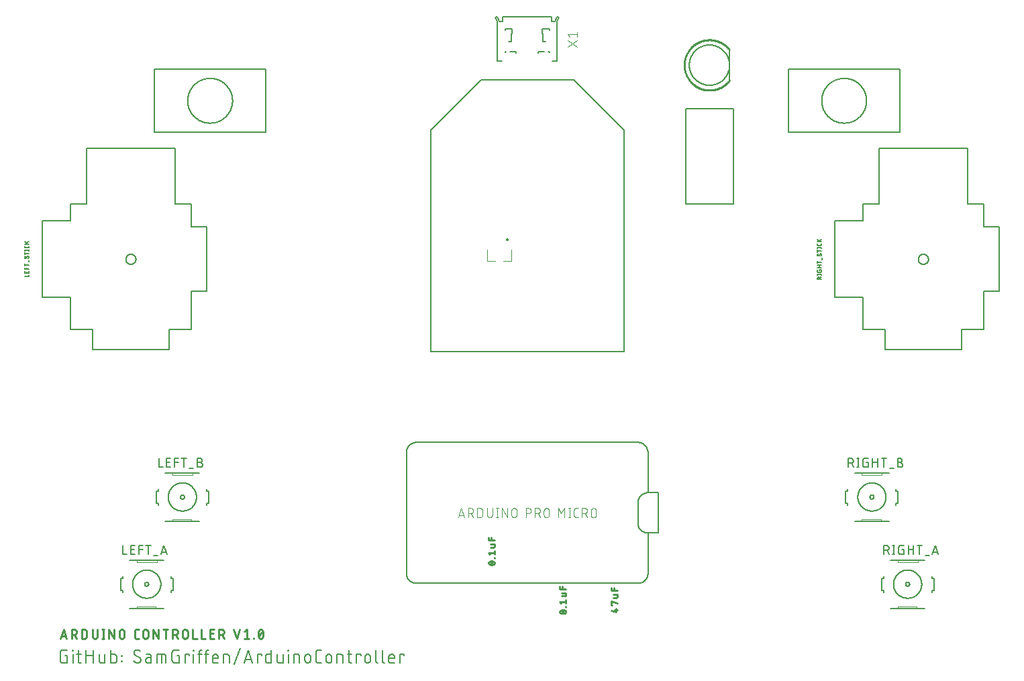
<source format=gbr>
G04 EAGLE Gerber RS-274X export*
G75*
%MOMM*%
%FSLAX34Y34*%
%LPD*%
%INSilkscreen Top*%
%IPPOS*%
%AMOC8*
5,1,8,0,0,1.08239X$1,22.5*%
G01*
%ADD10C,0.152400*%
%ADD11C,0.228600*%
%ADD12C,0.254000*%
%ADD13C,0.203200*%
%ADD14C,0.127000*%
%ADD15C,0.101600*%
%ADD16C,0.050800*%
%ADD17C,0.120000*%
%ADD18C,0.200000*%


D10*
X-582916Y-385207D02*
X-580207Y-385207D01*
X-580207Y-394238D01*
X-585626Y-394238D01*
X-585744Y-394236D01*
X-585862Y-394230D01*
X-585980Y-394221D01*
X-586097Y-394207D01*
X-586214Y-394190D01*
X-586331Y-394169D01*
X-586446Y-394144D01*
X-586561Y-394115D01*
X-586675Y-394082D01*
X-586787Y-394046D01*
X-586898Y-394006D01*
X-587008Y-393963D01*
X-587117Y-393916D01*
X-587224Y-393866D01*
X-587329Y-393811D01*
X-587432Y-393754D01*
X-587533Y-393693D01*
X-587633Y-393629D01*
X-587730Y-393562D01*
X-587825Y-393492D01*
X-587917Y-393418D01*
X-588008Y-393342D01*
X-588095Y-393262D01*
X-588180Y-393180D01*
X-588262Y-393095D01*
X-588342Y-393008D01*
X-588418Y-392917D01*
X-588492Y-392825D01*
X-588562Y-392730D01*
X-588629Y-392633D01*
X-588693Y-392533D01*
X-588754Y-392432D01*
X-588811Y-392329D01*
X-588866Y-392224D01*
X-588916Y-392117D01*
X-588963Y-392008D01*
X-589006Y-391898D01*
X-589046Y-391787D01*
X-589082Y-391675D01*
X-589115Y-391561D01*
X-589144Y-391446D01*
X-589169Y-391331D01*
X-589190Y-391214D01*
X-589207Y-391097D01*
X-589221Y-390980D01*
X-589230Y-390862D01*
X-589236Y-390744D01*
X-589238Y-390626D01*
X-589238Y-381594D01*
X-589239Y-381594D02*
X-589237Y-381476D01*
X-589231Y-381358D01*
X-589222Y-381240D01*
X-589208Y-381122D01*
X-589191Y-381005D01*
X-589170Y-380889D01*
X-589145Y-380774D01*
X-589116Y-380659D01*
X-589083Y-380545D01*
X-589047Y-380433D01*
X-589007Y-380321D01*
X-588964Y-380211D01*
X-588917Y-380103D01*
X-588866Y-379996D01*
X-588812Y-379891D01*
X-588755Y-379788D01*
X-588694Y-379686D01*
X-588630Y-379587D01*
X-588563Y-379490D01*
X-588492Y-379395D01*
X-588419Y-379302D01*
X-588342Y-379212D01*
X-588263Y-379124D01*
X-588181Y-379039D01*
X-588096Y-378957D01*
X-588008Y-378878D01*
X-587918Y-378801D01*
X-587825Y-378728D01*
X-587731Y-378657D01*
X-587633Y-378590D01*
X-587534Y-378526D01*
X-587433Y-378465D01*
X-587329Y-378408D01*
X-587224Y-378354D01*
X-587117Y-378303D01*
X-587009Y-378256D01*
X-586899Y-378213D01*
X-586787Y-378173D01*
X-586675Y-378137D01*
X-586561Y-378104D01*
X-586446Y-378075D01*
X-586331Y-378050D01*
X-586215Y-378029D01*
X-586098Y-378012D01*
X-585980Y-377998D01*
X-585862Y-377989D01*
X-585744Y-377983D01*
X-585626Y-377981D01*
X-585626Y-377982D02*
X-580207Y-377982D01*
X-573260Y-383401D02*
X-573260Y-394238D01*
X-573711Y-378885D02*
X-573711Y-377982D01*
X-572808Y-377982D01*
X-572808Y-378885D01*
X-573711Y-378885D01*
X-568270Y-383401D02*
X-562851Y-383401D01*
X-566463Y-377982D02*
X-566463Y-391529D01*
X-566461Y-391630D01*
X-566455Y-391731D01*
X-566446Y-391832D01*
X-566433Y-391933D01*
X-566416Y-392033D01*
X-566395Y-392132D01*
X-566371Y-392230D01*
X-566343Y-392327D01*
X-566311Y-392424D01*
X-566276Y-392519D01*
X-566237Y-392612D01*
X-566195Y-392704D01*
X-566149Y-392795D01*
X-566100Y-392884D01*
X-566048Y-392970D01*
X-565992Y-393055D01*
X-565934Y-393138D01*
X-565872Y-393218D01*
X-565807Y-393296D01*
X-565740Y-393372D01*
X-565670Y-393445D01*
X-565597Y-393515D01*
X-565521Y-393582D01*
X-565443Y-393647D01*
X-565363Y-393709D01*
X-565280Y-393767D01*
X-565195Y-393823D01*
X-565109Y-393875D01*
X-565020Y-393924D01*
X-564929Y-393970D01*
X-564837Y-394012D01*
X-564744Y-394051D01*
X-564649Y-394086D01*
X-564552Y-394118D01*
X-564455Y-394146D01*
X-564357Y-394170D01*
X-564258Y-394191D01*
X-564158Y-394208D01*
X-564057Y-394221D01*
X-563956Y-394230D01*
X-563855Y-394236D01*
X-563754Y-394238D01*
X-562851Y-394238D01*
X-556412Y-394238D02*
X-556412Y-377982D01*
X-556412Y-385207D02*
X-547381Y-385207D01*
X-547381Y-377982D02*
X-547381Y-394238D01*
X-539878Y-391529D02*
X-539878Y-383401D01*
X-539878Y-391529D02*
X-539876Y-391630D01*
X-539870Y-391731D01*
X-539861Y-391832D01*
X-539848Y-391933D01*
X-539831Y-392033D01*
X-539810Y-392132D01*
X-539786Y-392230D01*
X-539758Y-392327D01*
X-539726Y-392424D01*
X-539691Y-392519D01*
X-539652Y-392612D01*
X-539610Y-392704D01*
X-539564Y-392795D01*
X-539515Y-392884D01*
X-539463Y-392970D01*
X-539407Y-393055D01*
X-539349Y-393138D01*
X-539287Y-393218D01*
X-539222Y-393296D01*
X-539155Y-393372D01*
X-539085Y-393445D01*
X-539012Y-393515D01*
X-538936Y-393582D01*
X-538858Y-393647D01*
X-538778Y-393709D01*
X-538695Y-393767D01*
X-538610Y-393823D01*
X-538524Y-393875D01*
X-538435Y-393924D01*
X-538344Y-393970D01*
X-538252Y-394012D01*
X-538159Y-394051D01*
X-538064Y-394086D01*
X-537967Y-394118D01*
X-537870Y-394146D01*
X-537772Y-394170D01*
X-537673Y-394191D01*
X-537573Y-394208D01*
X-537472Y-394221D01*
X-537371Y-394230D01*
X-537270Y-394236D01*
X-537169Y-394238D01*
X-532653Y-394238D01*
X-532653Y-383401D01*
X-525216Y-377982D02*
X-525216Y-394238D01*
X-520700Y-394238D01*
X-520596Y-394236D01*
X-520493Y-394230D01*
X-520389Y-394220D01*
X-520286Y-394206D01*
X-520184Y-394188D01*
X-520083Y-394167D01*
X-519982Y-394141D01*
X-519883Y-394112D01*
X-519784Y-394079D01*
X-519687Y-394042D01*
X-519592Y-394001D01*
X-519498Y-393957D01*
X-519406Y-393909D01*
X-519316Y-393858D01*
X-519227Y-393803D01*
X-519141Y-393745D01*
X-519058Y-393683D01*
X-518976Y-393619D01*
X-518898Y-393551D01*
X-518822Y-393481D01*
X-518748Y-393408D01*
X-518678Y-393331D01*
X-518610Y-393253D01*
X-518546Y-393171D01*
X-518484Y-393088D01*
X-518426Y-393002D01*
X-518371Y-392913D01*
X-518320Y-392823D01*
X-518272Y-392731D01*
X-518228Y-392637D01*
X-518187Y-392542D01*
X-518150Y-392445D01*
X-518117Y-392346D01*
X-518088Y-392247D01*
X-518062Y-392146D01*
X-518041Y-392045D01*
X-518023Y-391943D01*
X-518009Y-391840D01*
X-517999Y-391736D01*
X-517993Y-391633D01*
X-517991Y-391529D01*
X-517991Y-386110D01*
X-517993Y-386009D01*
X-517999Y-385908D01*
X-518008Y-385807D01*
X-518021Y-385706D01*
X-518038Y-385606D01*
X-518059Y-385507D01*
X-518083Y-385409D01*
X-518111Y-385312D01*
X-518143Y-385215D01*
X-518178Y-385120D01*
X-518217Y-385027D01*
X-518259Y-384935D01*
X-518305Y-384844D01*
X-518354Y-384755D01*
X-518406Y-384669D01*
X-518462Y-384584D01*
X-518520Y-384501D01*
X-518582Y-384421D01*
X-518647Y-384343D01*
X-518714Y-384267D01*
X-518784Y-384194D01*
X-518857Y-384124D01*
X-518933Y-384057D01*
X-519011Y-383992D01*
X-519091Y-383930D01*
X-519174Y-383872D01*
X-519259Y-383816D01*
X-519346Y-383764D01*
X-519434Y-383715D01*
X-519525Y-383669D01*
X-519617Y-383627D01*
X-519710Y-383588D01*
X-519805Y-383553D01*
X-519902Y-383521D01*
X-519999Y-383493D01*
X-520097Y-383469D01*
X-520196Y-383448D01*
X-520296Y-383431D01*
X-520397Y-383418D01*
X-520498Y-383409D01*
X-520599Y-383403D01*
X-520700Y-383401D01*
X-525216Y-383401D01*
X-511707Y-391980D02*
X-511707Y-392883D01*
X-511707Y-391980D02*
X-510804Y-391980D01*
X-510804Y-392883D01*
X-511707Y-392883D01*
X-511707Y-385658D02*
X-511707Y-384755D01*
X-510804Y-384755D01*
X-510804Y-385658D01*
X-511707Y-385658D01*
X-491074Y-394238D02*
X-490956Y-394236D01*
X-490838Y-394230D01*
X-490720Y-394221D01*
X-490603Y-394207D01*
X-490486Y-394190D01*
X-490369Y-394169D01*
X-490254Y-394144D01*
X-490139Y-394115D01*
X-490025Y-394082D01*
X-489913Y-394046D01*
X-489802Y-394006D01*
X-489692Y-393963D01*
X-489583Y-393916D01*
X-489476Y-393866D01*
X-489371Y-393811D01*
X-489268Y-393754D01*
X-489167Y-393693D01*
X-489067Y-393629D01*
X-488970Y-393562D01*
X-488875Y-393492D01*
X-488783Y-393418D01*
X-488692Y-393342D01*
X-488605Y-393262D01*
X-488520Y-393180D01*
X-488438Y-393095D01*
X-488358Y-393008D01*
X-488282Y-392917D01*
X-488208Y-392825D01*
X-488138Y-392730D01*
X-488071Y-392633D01*
X-488007Y-392533D01*
X-487946Y-392432D01*
X-487889Y-392329D01*
X-487834Y-392224D01*
X-487784Y-392117D01*
X-487737Y-392008D01*
X-487694Y-391898D01*
X-487654Y-391787D01*
X-487618Y-391675D01*
X-487585Y-391561D01*
X-487556Y-391446D01*
X-487531Y-391331D01*
X-487510Y-391214D01*
X-487493Y-391097D01*
X-487479Y-390980D01*
X-487470Y-390862D01*
X-487464Y-390744D01*
X-487462Y-390626D01*
X-491074Y-394238D02*
X-491257Y-394236D01*
X-491439Y-394229D01*
X-491621Y-394218D01*
X-491803Y-394203D01*
X-491985Y-394183D01*
X-492166Y-394159D01*
X-492346Y-394131D01*
X-492526Y-394099D01*
X-492705Y-394062D01*
X-492882Y-394021D01*
X-493059Y-393975D01*
X-493235Y-393926D01*
X-493410Y-393872D01*
X-493583Y-393814D01*
X-493754Y-393752D01*
X-493925Y-393686D01*
X-494093Y-393615D01*
X-494260Y-393541D01*
X-494425Y-393463D01*
X-494588Y-393381D01*
X-494749Y-393295D01*
X-494908Y-393205D01*
X-495065Y-393111D01*
X-495219Y-393014D01*
X-495371Y-392913D01*
X-495521Y-392808D01*
X-495668Y-392700D01*
X-495812Y-392589D01*
X-495954Y-392474D01*
X-496093Y-392355D01*
X-496229Y-392233D01*
X-496362Y-392108D01*
X-496492Y-391980D01*
X-496042Y-381594D02*
X-496040Y-381476D01*
X-496034Y-381358D01*
X-496025Y-381240D01*
X-496011Y-381122D01*
X-495994Y-381005D01*
X-495973Y-380889D01*
X-495948Y-380774D01*
X-495919Y-380659D01*
X-495886Y-380545D01*
X-495850Y-380433D01*
X-495810Y-380321D01*
X-495767Y-380211D01*
X-495720Y-380103D01*
X-495669Y-379996D01*
X-495615Y-379891D01*
X-495558Y-379788D01*
X-495497Y-379686D01*
X-495433Y-379587D01*
X-495366Y-379490D01*
X-495295Y-379395D01*
X-495222Y-379302D01*
X-495145Y-379212D01*
X-495066Y-379124D01*
X-494984Y-379039D01*
X-494899Y-378957D01*
X-494811Y-378878D01*
X-494721Y-378801D01*
X-494628Y-378728D01*
X-494534Y-378657D01*
X-494436Y-378590D01*
X-494337Y-378526D01*
X-494236Y-378465D01*
X-494132Y-378408D01*
X-494027Y-378354D01*
X-493920Y-378303D01*
X-493812Y-378256D01*
X-493702Y-378213D01*
X-493590Y-378173D01*
X-493478Y-378137D01*
X-493364Y-378104D01*
X-493249Y-378075D01*
X-493134Y-378050D01*
X-493018Y-378029D01*
X-492901Y-378012D01*
X-492783Y-377998D01*
X-492665Y-377989D01*
X-492547Y-377983D01*
X-492429Y-377981D01*
X-492429Y-377982D02*
X-492268Y-377984D01*
X-492106Y-377990D01*
X-491945Y-377999D01*
X-491784Y-378013D01*
X-491624Y-378030D01*
X-491464Y-378051D01*
X-491304Y-378076D01*
X-491145Y-378105D01*
X-490987Y-378137D01*
X-490830Y-378173D01*
X-490674Y-378213D01*
X-490518Y-378257D01*
X-490364Y-378305D01*
X-490211Y-378356D01*
X-490059Y-378410D01*
X-489908Y-378469D01*
X-489759Y-378530D01*
X-489612Y-378596D01*
X-489466Y-378665D01*
X-489321Y-378737D01*
X-489179Y-378813D01*
X-489038Y-378892D01*
X-488899Y-378974D01*
X-488763Y-379060D01*
X-488628Y-379149D01*
X-488495Y-379241D01*
X-488365Y-379337D01*
X-494235Y-384755D02*
X-494336Y-384693D01*
X-494436Y-384628D01*
X-494533Y-384559D01*
X-494628Y-384487D01*
X-494721Y-384413D01*
X-494811Y-384335D01*
X-494899Y-384254D01*
X-494984Y-384171D01*
X-495066Y-384085D01*
X-495145Y-383996D01*
X-495222Y-383905D01*
X-495295Y-383811D01*
X-495366Y-383715D01*
X-495433Y-383617D01*
X-495497Y-383517D01*
X-495558Y-383414D01*
X-495615Y-383310D01*
X-495669Y-383204D01*
X-495719Y-383096D01*
X-495766Y-382987D01*
X-495810Y-382876D01*
X-495850Y-382764D01*
X-495886Y-382650D01*
X-495918Y-382536D01*
X-495947Y-382420D01*
X-495972Y-382304D01*
X-495993Y-382187D01*
X-496010Y-382069D01*
X-496024Y-381951D01*
X-496033Y-381832D01*
X-496039Y-381713D01*
X-496041Y-381594D01*
X-489268Y-387465D02*
X-489167Y-387527D01*
X-489067Y-387592D01*
X-488970Y-387661D01*
X-488875Y-387733D01*
X-488782Y-387807D01*
X-488692Y-387885D01*
X-488604Y-387966D01*
X-488519Y-388049D01*
X-488437Y-388135D01*
X-488358Y-388224D01*
X-488281Y-388315D01*
X-488208Y-388409D01*
X-488137Y-388505D01*
X-488070Y-388603D01*
X-488006Y-388703D01*
X-487945Y-388806D01*
X-487888Y-388910D01*
X-487834Y-389016D01*
X-487784Y-389124D01*
X-487737Y-389233D01*
X-487693Y-389344D01*
X-487653Y-389456D01*
X-487617Y-389570D01*
X-487585Y-389684D01*
X-487556Y-389800D01*
X-487531Y-389916D01*
X-487510Y-390033D01*
X-487493Y-390151D01*
X-487479Y-390269D01*
X-487470Y-390388D01*
X-487464Y-390507D01*
X-487462Y-390626D01*
X-489268Y-387465D02*
X-494235Y-384755D01*
X-478434Y-387916D02*
X-474370Y-387916D01*
X-478434Y-387916D02*
X-478546Y-387918D01*
X-478657Y-387924D01*
X-478768Y-387934D01*
X-478879Y-387947D01*
X-478989Y-387965D01*
X-479098Y-387987D01*
X-479207Y-388012D01*
X-479315Y-388041D01*
X-479421Y-388074D01*
X-479527Y-388111D01*
X-479631Y-388151D01*
X-479733Y-388195D01*
X-479834Y-388243D01*
X-479933Y-388294D01*
X-480031Y-388349D01*
X-480126Y-388407D01*
X-480219Y-388468D01*
X-480310Y-388533D01*
X-480399Y-388601D01*
X-480485Y-388672D01*
X-480568Y-388745D01*
X-480649Y-388822D01*
X-480728Y-388902D01*
X-480803Y-388984D01*
X-480875Y-389069D01*
X-480945Y-389156D01*
X-481011Y-389246D01*
X-481074Y-389338D01*
X-481134Y-389433D01*
X-481190Y-389529D01*
X-481243Y-389627D01*
X-481292Y-389727D01*
X-481338Y-389829D01*
X-481380Y-389932D01*
X-481419Y-390037D01*
X-481454Y-390143D01*
X-481485Y-390250D01*
X-481512Y-390358D01*
X-481536Y-390467D01*
X-481555Y-390577D01*
X-481571Y-390687D01*
X-481583Y-390798D01*
X-481591Y-390910D01*
X-481595Y-391021D01*
X-481595Y-391133D01*
X-481591Y-391244D01*
X-481583Y-391356D01*
X-481571Y-391467D01*
X-481555Y-391577D01*
X-481536Y-391687D01*
X-481512Y-391796D01*
X-481485Y-391904D01*
X-481454Y-392011D01*
X-481419Y-392117D01*
X-481380Y-392222D01*
X-481338Y-392325D01*
X-481292Y-392427D01*
X-481243Y-392527D01*
X-481190Y-392625D01*
X-481134Y-392721D01*
X-481074Y-392816D01*
X-481011Y-392908D01*
X-480945Y-392998D01*
X-480875Y-393085D01*
X-480803Y-393170D01*
X-480728Y-393252D01*
X-480649Y-393332D01*
X-480568Y-393409D01*
X-480485Y-393482D01*
X-480399Y-393553D01*
X-480310Y-393621D01*
X-480219Y-393686D01*
X-480126Y-393747D01*
X-480031Y-393805D01*
X-479933Y-393860D01*
X-479834Y-393911D01*
X-479733Y-393959D01*
X-479631Y-394003D01*
X-479527Y-394043D01*
X-479421Y-394080D01*
X-479315Y-394113D01*
X-479207Y-394142D01*
X-479098Y-394167D01*
X-478989Y-394189D01*
X-478879Y-394207D01*
X-478768Y-394220D01*
X-478657Y-394230D01*
X-478546Y-394236D01*
X-478434Y-394238D01*
X-474370Y-394238D01*
X-474370Y-386110D01*
X-474372Y-386009D01*
X-474378Y-385908D01*
X-474387Y-385807D01*
X-474400Y-385706D01*
X-474417Y-385606D01*
X-474438Y-385507D01*
X-474462Y-385409D01*
X-474490Y-385312D01*
X-474522Y-385215D01*
X-474557Y-385120D01*
X-474596Y-385027D01*
X-474638Y-384935D01*
X-474684Y-384844D01*
X-474733Y-384755D01*
X-474785Y-384669D01*
X-474841Y-384584D01*
X-474899Y-384501D01*
X-474961Y-384421D01*
X-475026Y-384343D01*
X-475093Y-384267D01*
X-475163Y-384194D01*
X-475236Y-384124D01*
X-475312Y-384057D01*
X-475390Y-383992D01*
X-475470Y-383930D01*
X-475553Y-383872D01*
X-475638Y-383816D01*
X-475725Y-383764D01*
X-475813Y-383715D01*
X-475904Y-383669D01*
X-475996Y-383627D01*
X-476089Y-383588D01*
X-476184Y-383553D01*
X-476281Y-383521D01*
X-476378Y-383493D01*
X-476476Y-383469D01*
X-476575Y-383448D01*
X-476675Y-383431D01*
X-476776Y-383418D01*
X-476877Y-383409D01*
X-476978Y-383403D01*
X-477079Y-383401D01*
X-480692Y-383401D01*
X-466655Y-383401D02*
X-466655Y-394238D01*
X-466655Y-383401D02*
X-458527Y-383401D01*
X-458426Y-383403D01*
X-458325Y-383409D01*
X-458224Y-383418D01*
X-458123Y-383431D01*
X-458023Y-383448D01*
X-457924Y-383469D01*
X-457826Y-383493D01*
X-457729Y-383521D01*
X-457632Y-383553D01*
X-457537Y-383588D01*
X-457444Y-383627D01*
X-457352Y-383669D01*
X-457261Y-383715D01*
X-457173Y-383764D01*
X-457086Y-383816D01*
X-457001Y-383872D01*
X-456918Y-383930D01*
X-456838Y-383992D01*
X-456760Y-384057D01*
X-456684Y-384124D01*
X-456611Y-384194D01*
X-456541Y-384267D01*
X-456474Y-384343D01*
X-456409Y-384421D01*
X-456347Y-384501D01*
X-456289Y-384584D01*
X-456233Y-384669D01*
X-456181Y-384756D01*
X-456132Y-384844D01*
X-456086Y-384935D01*
X-456044Y-385027D01*
X-456005Y-385120D01*
X-455970Y-385215D01*
X-455938Y-385312D01*
X-455910Y-385409D01*
X-455886Y-385507D01*
X-455865Y-385606D01*
X-455848Y-385706D01*
X-455835Y-385807D01*
X-455826Y-385908D01*
X-455820Y-386009D01*
X-455818Y-386110D01*
X-455817Y-386110D02*
X-455817Y-394238D01*
X-461236Y-394238D02*
X-461236Y-383401D01*
X-441714Y-385207D02*
X-439005Y-385207D01*
X-439005Y-394238D01*
X-444424Y-394238D01*
X-444542Y-394236D01*
X-444660Y-394230D01*
X-444778Y-394221D01*
X-444895Y-394207D01*
X-445012Y-394190D01*
X-445129Y-394169D01*
X-445244Y-394144D01*
X-445359Y-394115D01*
X-445473Y-394082D01*
X-445585Y-394046D01*
X-445696Y-394006D01*
X-445806Y-393963D01*
X-445915Y-393916D01*
X-446022Y-393866D01*
X-446127Y-393811D01*
X-446230Y-393754D01*
X-446331Y-393693D01*
X-446431Y-393629D01*
X-446528Y-393562D01*
X-446623Y-393492D01*
X-446715Y-393418D01*
X-446806Y-393342D01*
X-446893Y-393262D01*
X-446978Y-393180D01*
X-447060Y-393095D01*
X-447140Y-393008D01*
X-447216Y-392917D01*
X-447290Y-392825D01*
X-447360Y-392730D01*
X-447427Y-392633D01*
X-447491Y-392533D01*
X-447552Y-392432D01*
X-447609Y-392329D01*
X-447664Y-392224D01*
X-447714Y-392117D01*
X-447761Y-392008D01*
X-447804Y-391898D01*
X-447844Y-391787D01*
X-447880Y-391675D01*
X-447913Y-391561D01*
X-447942Y-391446D01*
X-447967Y-391331D01*
X-447988Y-391214D01*
X-448005Y-391097D01*
X-448019Y-390980D01*
X-448028Y-390862D01*
X-448034Y-390744D01*
X-448036Y-390626D01*
X-448036Y-381594D01*
X-448034Y-381476D01*
X-448028Y-381358D01*
X-448019Y-381240D01*
X-448005Y-381122D01*
X-447988Y-381005D01*
X-447967Y-380889D01*
X-447942Y-380774D01*
X-447913Y-380659D01*
X-447880Y-380545D01*
X-447844Y-380433D01*
X-447804Y-380321D01*
X-447761Y-380211D01*
X-447714Y-380103D01*
X-447663Y-379996D01*
X-447609Y-379891D01*
X-447552Y-379788D01*
X-447491Y-379686D01*
X-447427Y-379587D01*
X-447360Y-379490D01*
X-447289Y-379395D01*
X-447216Y-379302D01*
X-447139Y-379212D01*
X-447060Y-379124D01*
X-446978Y-379039D01*
X-446893Y-378957D01*
X-446805Y-378878D01*
X-446715Y-378801D01*
X-446622Y-378728D01*
X-446528Y-378657D01*
X-446430Y-378590D01*
X-446331Y-378526D01*
X-446230Y-378465D01*
X-446126Y-378408D01*
X-446021Y-378354D01*
X-445914Y-378303D01*
X-445806Y-378256D01*
X-445696Y-378213D01*
X-445584Y-378173D01*
X-445472Y-378137D01*
X-445358Y-378104D01*
X-445243Y-378075D01*
X-445128Y-378050D01*
X-445012Y-378029D01*
X-444895Y-378012D01*
X-444777Y-377998D01*
X-444659Y-377989D01*
X-444541Y-377983D01*
X-444423Y-377981D01*
X-444424Y-377982D02*
X-439005Y-377982D01*
X-431417Y-383401D02*
X-431417Y-394238D01*
X-431417Y-383401D02*
X-425998Y-383401D01*
X-425998Y-385207D01*
X-421116Y-383401D02*
X-421116Y-394238D01*
X-421567Y-378885D02*
X-421567Y-377982D01*
X-420664Y-377982D01*
X-420664Y-378885D01*
X-421567Y-378885D01*
X-413941Y-380691D02*
X-413941Y-394238D01*
X-413940Y-380691D02*
X-413938Y-380587D01*
X-413932Y-380484D01*
X-413922Y-380380D01*
X-413908Y-380277D01*
X-413890Y-380175D01*
X-413869Y-380074D01*
X-413843Y-379973D01*
X-413814Y-379874D01*
X-413781Y-379775D01*
X-413744Y-379678D01*
X-413703Y-379583D01*
X-413659Y-379489D01*
X-413611Y-379397D01*
X-413560Y-379307D01*
X-413505Y-379218D01*
X-413447Y-379132D01*
X-413385Y-379049D01*
X-413321Y-378967D01*
X-413253Y-378889D01*
X-413183Y-378813D01*
X-413110Y-378739D01*
X-413033Y-378669D01*
X-412955Y-378601D01*
X-412873Y-378537D01*
X-412790Y-378475D01*
X-412704Y-378417D01*
X-412615Y-378362D01*
X-412525Y-378311D01*
X-412433Y-378263D01*
X-412339Y-378219D01*
X-412244Y-378178D01*
X-412147Y-378141D01*
X-412048Y-378108D01*
X-411949Y-378079D01*
X-411848Y-378053D01*
X-411747Y-378032D01*
X-411645Y-378014D01*
X-411542Y-378000D01*
X-411438Y-377990D01*
X-411335Y-377984D01*
X-411231Y-377982D01*
X-410328Y-377982D01*
X-410328Y-383401D02*
X-415747Y-383401D01*
X-405083Y-380691D02*
X-405083Y-394238D01*
X-405083Y-380691D02*
X-405081Y-380587D01*
X-405075Y-380484D01*
X-405065Y-380380D01*
X-405051Y-380277D01*
X-405033Y-380175D01*
X-405012Y-380074D01*
X-404986Y-379973D01*
X-404957Y-379874D01*
X-404924Y-379775D01*
X-404887Y-379678D01*
X-404846Y-379583D01*
X-404802Y-379489D01*
X-404754Y-379397D01*
X-404703Y-379307D01*
X-404648Y-379218D01*
X-404590Y-379132D01*
X-404528Y-379049D01*
X-404464Y-378967D01*
X-404396Y-378889D01*
X-404326Y-378813D01*
X-404253Y-378739D01*
X-404176Y-378669D01*
X-404098Y-378601D01*
X-404016Y-378537D01*
X-403933Y-378475D01*
X-403847Y-378417D01*
X-403758Y-378362D01*
X-403668Y-378311D01*
X-403576Y-378263D01*
X-403482Y-378219D01*
X-403387Y-378178D01*
X-403290Y-378141D01*
X-403191Y-378108D01*
X-403092Y-378079D01*
X-402991Y-378053D01*
X-402890Y-378032D01*
X-402788Y-378014D01*
X-402685Y-378000D01*
X-402581Y-377990D01*
X-402478Y-377984D01*
X-402374Y-377982D01*
X-401470Y-377982D01*
X-401470Y-383401D02*
X-406889Y-383401D01*
X-394404Y-394238D02*
X-389888Y-394238D01*
X-394404Y-394238D02*
X-394505Y-394236D01*
X-394606Y-394230D01*
X-394707Y-394221D01*
X-394808Y-394208D01*
X-394908Y-394191D01*
X-395007Y-394170D01*
X-395105Y-394146D01*
X-395202Y-394118D01*
X-395299Y-394086D01*
X-395394Y-394051D01*
X-395487Y-394012D01*
X-395579Y-393970D01*
X-395670Y-393924D01*
X-395759Y-393875D01*
X-395845Y-393823D01*
X-395930Y-393767D01*
X-396013Y-393709D01*
X-396093Y-393647D01*
X-396171Y-393582D01*
X-396247Y-393515D01*
X-396320Y-393445D01*
X-396390Y-393372D01*
X-396457Y-393296D01*
X-396522Y-393218D01*
X-396584Y-393138D01*
X-396642Y-393055D01*
X-396698Y-392970D01*
X-396750Y-392884D01*
X-396799Y-392795D01*
X-396845Y-392704D01*
X-396887Y-392612D01*
X-396926Y-392519D01*
X-396961Y-392424D01*
X-396993Y-392327D01*
X-397021Y-392230D01*
X-397045Y-392132D01*
X-397066Y-392033D01*
X-397083Y-391933D01*
X-397096Y-391832D01*
X-397105Y-391731D01*
X-397111Y-391630D01*
X-397113Y-391529D01*
X-397113Y-387013D01*
X-397111Y-386894D01*
X-397105Y-386774D01*
X-397095Y-386655D01*
X-397081Y-386537D01*
X-397064Y-386418D01*
X-397042Y-386301D01*
X-397017Y-386184D01*
X-396987Y-386069D01*
X-396954Y-385954D01*
X-396917Y-385840D01*
X-396877Y-385728D01*
X-396832Y-385617D01*
X-396784Y-385508D01*
X-396733Y-385400D01*
X-396678Y-385294D01*
X-396619Y-385190D01*
X-396557Y-385088D01*
X-396492Y-384988D01*
X-396423Y-384890D01*
X-396351Y-384794D01*
X-396276Y-384701D01*
X-396199Y-384611D01*
X-396118Y-384523D01*
X-396034Y-384438D01*
X-395947Y-384356D01*
X-395858Y-384276D01*
X-395766Y-384200D01*
X-395672Y-384126D01*
X-395575Y-384056D01*
X-395477Y-383989D01*
X-395376Y-383925D01*
X-395272Y-383865D01*
X-395167Y-383808D01*
X-395060Y-383755D01*
X-394952Y-383705D01*
X-394842Y-383659D01*
X-394730Y-383617D01*
X-394617Y-383578D01*
X-394503Y-383543D01*
X-394388Y-383512D01*
X-394271Y-383484D01*
X-394154Y-383461D01*
X-394037Y-383441D01*
X-393918Y-383425D01*
X-393799Y-383413D01*
X-393680Y-383405D01*
X-393561Y-383401D01*
X-393441Y-383401D01*
X-393322Y-383405D01*
X-393203Y-383413D01*
X-393084Y-383425D01*
X-392965Y-383441D01*
X-392848Y-383461D01*
X-392731Y-383484D01*
X-392614Y-383512D01*
X-392499Y-383543D01*
X-392385Y-383578D01*
X-392272Y-383617D01*
X-392160Y-383659D01*
X-392050Y-383705D01*
X-391942Y-383755D01*
X-391835Y-383808D01*
X-391730Y-383865D01*
X-391626Y-383925D01*
X-391525Y-383989D01*
X-391427Y-384056D01*
X-391330Y-384126D01*
X-391236Y-384200D01*
X-391144Y-384276D01*
X-391055Y-384356D01*
X-390968Y-384438D01*
X-390884Y-384523D01*
X-390803Y-384611D01*
X-390726Y-384701D01*
X-390651Y-384794D01*
X-390579Y-384890D01*
X-390510Y-384988D01*
X-390445Y-385088D01*
X-390383Y-385190D01*
X-390324Y-385294D01*
X-390269Y-385400D01*
X-390218Y-385508D01*
X-390170Y-385617D01*
X-390125Y-385728D01*
X-390085Y-385840D01*
X-390048Y-385954D01*
X-390015Y-386069D01*
X-389985Y-386184D01*
X-389960Y-386301D01*
X-389938Y-386418D01*
X-389921Y-386537D01*
X-389907Y-386655D01*
X-389897Y-386774D01*
X-389891Y-386894D01*
X-389889Y-387013D01*
X-389888Y-387013D02*
X-389888Y-388819D01*
X-397113Y-388819D01*
X-383045Y-394238D02*
X-383045Y-383401D01*
X-378529Y-383401D01*
X-378425Y-383403D01*
X-378322Y-383409D01*
X-378218Y-383419D01*
X-378115Y-383433D01*
X-378013Y-383451D01*
X-377912Y-383472D01*
X-377811Y-383498D01*
X-377712Y-383527D01*
X-377613Y-383560D01*
X-377516Y-383597D01*
X-377421Y-383638D01*
X-377327Y-383682D01*
X-377235Y-383730D01*
X-377145Y-383781D01*
X-377056Y-383836D01*
X-376970Y-383894D01*
X-376887Y-383956D01*
X-376805Y-384020D01*
X-376727Y-384088D01*
X-376651Y-384158D01*
X-376577Y-384231D01*
X-376507Y-384308D01*
X-376439Y-384386D01*
X-376375Y-384468D01*
X-376313Y-384551D01*
X-376255Y-384637D01*
X-376200Y-384726D01*
X-376149Y-384816D01*
X-376101Y-384908D01*
X-376057Y-385002D01*
X-376016Y-385097D01*
X-375979Y-385194D01*
X-375946Y-385293D01*
X-375917Y-385392D01*
X-375891Y-385493D01*
X-375870Y-385594D01*
X-375852Y-385696D01*
X-375838Y-385799D01*
X-375828Y-385903D01*
X-375822Y-386006D01*
X-375820Y-386110D01*
X-375820Y-394238D01*
X-369498Y-396044D02*
X-362273Y-376176D01*
X-351817Y-377982D02*
X-357236Y-394238D01*
X-346399Y-394238D02*
X-351817Y-377982D01*
X-347753Y-390174D02*
X-355881Y-390174D01*
X-340235Y-394238D02*
X-340235Y-383401D01*
X-334816Y-383401D01*
X-334816Y-385207D01*
X-322747Y-377982D02*
X-322747Y-394238D01*
X-327263Y-394238D01*
X-327364Y-394236D01*
X-327465Y-394230D01*
X-327566Y-394221D01*
X-327667Y-394208D01*
X-327767Y-394191D01*
X-327866Y-394170D01*
X-327964Y-394146D01*
X-328061Y-394118D01*
X-328158Y-394086D01*
X-328253Y-394051D01*
X-328346Y-394012D01*
X-328438Y-393970D01*
X-328529Y-393924D01*
X-328618Y-393875D01*
X-328704Y-393823D01*
X-328789Y-393767D01*
X-328872Y-393709D01*
X-328952Y-393647D01*
X-329030Y-393582D01*
X-329106Y-393515D01*
X-329179Y-393445D01*
X-329249Y-393372D01*
X-329316Y-393296D01*
X-329381Y-393218D01*
X-329443Y-393138D01*
X-329501Y-393055D01*
X-329557Y-392970D01*
X-329609Y-392884D01*
X-329658Y-392795D01*
X-329704Y-392704D01*
X-329746Y-392612D01*
X-329785Y-392519D01*
X-329820Y-392424D01*
X-329852Y-392327D01*
X-329880Y-392230D01*
X-329904Y-392132D01*
X-329925Y-392033D01*
X-329942Y-391933D01*
X-329955Y-391832D01*
X-329964Y-391731D01*
X-329970Y-391630D01*
X-329972Y-391529D01*
X-329972Y-386110D01*
X-329970Y-386009D01*
X-329964Y-385908D01*
X-329955Y-385807D01*
X-329942Y-385706D01*
X-329925Y-385606D01*
X-329904Y-385507D01*
X-329880Y-385409D01*
X-329852Y-385312D01*
X-329820Y-385215D01*
X-329785Y-385120D01*
X-329746Y-385027D01*
X-329704Y-384935D01*
X-329658Y-384844D01*
X-329609Y-384756D01*
X-329557Y-384669D01*
X-329501Y-384584D01*
X-329443Y-384501D01*
X-329381Y-384421D01*
X-329316Y-384343D01*
X-329249Y-384267D01*
X-329179Y-384194D01*
X-329106Y-384124D01*
X-329030Y-384057D01*
X-328952Y-383992D01*
X-328872Y-383930D01*
X-328789Y-383872D01*
X-328704Y-383816D01*
X-328618Y-383764D01*
X-328529Y-383715D01*
X-328438Y-383669D01*
X-328346Y-383627D01*
X-328253Y-383588D01*
X-328158Y-383553D01*
X-328061Y-383521D01*
X-327964Y-383493D01*
X-327866Y-383469D01*
X-327767Y-383448D01*
X-327667Y-383431D01*
X-327566Y-383418D01*
X-327465Y-383409D01*
X-327364Y-383403D01*
X-327263Y-383401D01*
X-322747Y-383401D01*
X-315310Y-383401D02*
X-315310Y-391529D01*
X-315309Y-391529D02*
X-315307Y-391630D01*
X-315301Y-391731D01*
X-315292Y-391832D01*
X-315279Y-391933D01*
X-315262Y-392033D01*
X-315241Y-392132D01*
X-315217Y-392230D01*
X-315189Y-392327D01*
X-315157Y-392424D01*
X-315122Y-392519D01*
X-315083Y-392612D01*
X-315041Y-392704D01*
X-314995Y-392795D01*
X-314946Y-392884D01*
X-314894Y-392970D01*
X-314838Y-393055D01*
X-314780Y-393138D01*
X-314718Y-393218D01*
X-314653Y-393296D01*
X-314586Y-393372D01*
X-314516Y-393445D01*
X-314443Y-393515D01*
X-314367Y-393582D01*
X-314289Y-393647D01*
X-314209Y-393709D01*
X-314126Y-393767D01*
X-314041Y-393823D01*
X-313955Y-393875D01*
X-313866Y-393924D01*
X-313775Y-393970D01*
X-313683Y-394012D01*
X-313590Y-394051D01*
X-313495Y-394086D01*
X-313398Y-394118D01*
X-313301Y-394146D01*
X-313203Y-394170D01*
X-313104Y-394191D01*
X-313004Y-394208D01*
X-312903Y-394221D01*
X-312802Y-394230D01*
X-312701Y-394236D01*
X-312600Y-394238D01*
X-308085Y-394238D01*
X-308085Y-383401D01*
X-301276Y-383401D02*
X-301276Y-394238D01*
X-301728Y-378885D02*
X-301728Y-377982D01*
X-300825Y-377982D01*
X-300825Y-378885D01*
X-301728Y-378885D01*
X-294468Y-383401D02*
X-294468Y-394238D01*
X-294468Y-383401D02*
X-289953Y-383401D01*
X-289849Y-383403D01*
X-289746Y-383409D01*
X-289642Y-383419D01*
X-289539Y-383433D01*
X-289437Y-383451D01*
X-289336Y-383472D01*
X-289235Y-383498D01*
X-289136Y-383527D01*
X-289037Y-383560D01*
X-288940Y-383597D01*
X-288845Y-383638D01*
X-288751Y-383682D01*
X-288659Y-383730D01*
X-288569Y-383781D01*
X-288480Y-383836D01*
X-288394Y-383894D01*
X-288311Y-383956D01*
X-288229Y-384020D01*
X-288151Y-384088D01*
X-288075Y-384158D01*
X-288001Y-384231D01*
X-287931Y-384308D01*
X-287863Y-384386D01*
X-287799Y-384468D01*
X-287737Y-384551D01*
X-287679Y-384637D01*
X-287624Y-384726D01*
X-287573Y-384816D01*
X-287525Y-384908D01*
X-287481Y-385002D01*
X-287440Y-385097D01*
X-287403Y-385194D01*
X-287370Y-385293D01*
X-287341Y-385392D01*
X-287315Y-385493D01*
X-287294Y-385594D01*
X-287276Y-385696D01*
X-287262Y-385799D01*
X-287252Y-385903D01*
X-287246Y-386006D01*
X-287244Y-386110D01*
X-287243Y-386110D02*
X-287243Y-394238D01*
X-280400Y-390626D02*
X-280400Y-387013D01*
X-280398Y-386894D01*
X-280392Y-386774D01*
X-280382Y-386655D01*
X-280368Y-386537D01*
X-280351Y-386418D01*
X-280329Y-386301D01*
X-280304Y-386184D01*
X-280274Y-386069D01*
X-280241Y-385954D01*
X-280204Y-385840D01*
X-280164Y-385728D01*
X-280119Y-385617D01*
X-280071Y-385508D01*
X-280020Y-385400D01*
X-279965Y-385294D01*
X-279906Y-385190D01*
X-279844Y-385088D01*
X-279779Y-384988D01*
X-279710Y-384890D01*
X-279638Y-384794D01*
X-279563Y-384701D01*
X-279486Y-384611D01*
X-279405Y-384523D01*
X-279321Y-384438D01*
X-279234Y-384356D01*
X-279145Y-384276D01*
X-279053Y-384200D01*
X-278959Y-384126D01*
X-278862Y-384056D01*
X-278764Y-383989D01*
X-278663Y-383925D01*
X-278559Y-383865D01*
X-278454Y-383808D01*
X-278347Y-383755D01*
X-278239Y-383705D01*
X-278129Y-383659D01*
X-278017Y-383617D01*
X-277904Y-383578D01*
X-277790Y-383543D01*
X-277675Y-383512D01*
X-277558Y-383484D01*
X-277441Y-383461D01*
X-277324Y-383441D01*
X-277205Y-383425D01*
X-277086Y-383413D01*
X-276967Y-383405D01*
X-276848Y-383401D01*
X-276728Y-383401D01*
X-276609Y-383405D01*
X-276490Y-383413D01*
X-276371Y-383425D01*
X-276252Y-383441D01*
X-276135Y-383461D01*
X-276018Y-383484D01*
X-275901Y-383512D01*
X-275786Y-383543D01*
X-275672Y-383578D01*
X-275559Y-383617D01*
X-275447Y-383659D01*
X-275337Y-383705D01*
X-275229Y-383755D01*
X-275122Y-383808D01*
X-275017Y-383865D01*
X-274913Y-383925D01*
X-274812Y-383989D01*
X-274714Y-384056D01*
X-274617Y-384126D01*
X-274523Y-384200D01*
X-274431Y-384276D01*
X-274342Y-384356D01*
X-274255Y-384438D01*
X-274171Y-384523D01*
X-274090Y-384611D01*
X-274013Y-384701D01*
X-273938Y-384794D01*
X-273866Y-384890D01*
X-273797Y-384988D01*
X-273732Y-385088D01*
X-273670Y-385190D01*
X-273611Y-385294D01*
X-273556Y-385400D01*
X-273505Y-385508D01*
X-273457Y-385617D01*
X-273412Y-385728D01*
X-273372Y-385840D01*
X-273335Y-385954D01*
X-273302Y-386069D01*
X-273272Y-386184D01*
X-273247Y-386301D01*
X-273225Y-386418D01*
X-273208Y-386537D01*
X-273194Y-386655D01*
X-273184Y-386774D01*
X-273178Y-386894D01*
X-273176Y-387013D01*
X-273175Y-387013D02*
X-273175Y-390626D01*
X-273176Y-390626D02*
X-273178Y-390745D01*
X-273184Y-390865D01*
X-273194Y-390984D01*
X-273208Y-391102D01*
X-273225Y-391221D01*
X-273247Y-391338D01*
X-273272Y-391455D01*
X-273302Y-391570D01*
X-273335Y-391685D01*
X-273372Y-391799D01*
X-273412Y-391911D01*
X-273457Y-392022D01*
X-273505Y-392131D01*
X-273556Y-392239D01*
X-273611Y-392345D01*
X-273670Y-392449D01*
X-273732Y-392551D01*
X-273797Y-392651D01*
X-273866Y-392749D01*
X-273938Y-392845D01*
X-274013Y-392938D01*
X-274090Y-393028D01*
X-274171Y-393116D01*
X-274255Y-393201D01*
X-274342Y-393283D01*
X-274431Y-393363D01*
X-274523Y-393439D01*
X-274617Y-393513D01*
X-274714Y-393583D01*
X-274812Y-393650D01*
X-274913Y-393714D01*
X-275017Y-393774D01*
X-275122Y-393831D01*
X-275229Y-393884D01*
X-275337Y-393934D01*
X-275447Y-393980D01*
X-275559Y-394022D01*
X-275672Y-394061D01*
X-275786Y-394096D01*
X-275901Y-394127D01*
X-276018Y-394155D01*
X-276135Y-394178D01*
X-276252Y-394198D01*
X-276371Y-394214D01*
X-276490Y-394226D01*
X-276609Y-394234D01*
X-276728Y-394238D01*
X-276848Y-394238D01*
X-276967Y-394234D01*
X-277086Y-394226D01*
X-277205Y-394214D01*
X-277324Y-394198D01*
X-277441Y-394178D01*
X-277558Y-394155D01*
X-277675Y-394127D01*
X-277790Y-394096D01*
X-277904Y-394061D01*
X-278017Y-394022D01*
X-278129Y-393980D01*
X-278239Y-393934D01*
X-278347Y-393884D01*
X-278454Y-393831D01*
X-278559Y-393774D01*
X-278663Y-393714D01*
X-278764Y-393650D01*
X-278862Y-393583D01*
X-278959Y-393513D01*
X-279053Y-393439D01*
X-279145Y-393363D01*
X-279234Y-393283D01*
X-279321Y-393201D01*
X-279405Y-393116D01*
X-279486Y-393028D01*
X-279563Y-392938D01*
X-279638Y-392845D01*
X-279710Y-392749D01*
X-279779Y-392651D01*
X-279844Y-392551D01*
X-279906Y-392449D01*
X-279965Y-392345D01*
X-280020Y-392239D01*
X-280071Y-392131D01*
X-280119Y-392022D01*
X-280164Y-391911D01*
X-280204Y-391799D01*
X-280241Y-391685D01*
X-280274Y-391570D01*
X-280304Y-391455D01*
X-280329Y-391338D01*
X-280351Y-391221D01*
X-280368Y-391102D01*
X-280382Y-390984D01*
X-280392Y-390865D01*
X-280398Y-390745D01*
X-280400Y-390626D01*
X-263141Y-394238D02*
X-259529Y-394238D01*
X-263141Y-394238D02*
X-263259Y-394236D01*
X-263377Y-394230D01*
X-263495Y-394221D01*
X-263612Y-394207D01*
X-263729Y-394190D01*
X-263846Y-394169D01*
X-263961Y-394144D01*
X-264076Y-394115D01*
X-264190Y-394082D01*
X-264302Y-394046D01*
X-264413Y-394006D01*
X-264523Y-393963D01*
X-264632Y-393916D01*
X-264739Y-393866D01*
X-264844Y-393811D01*
X-264947Y-393754D01*
X-265048Y-393693D01*
X-265148Y-393629D01*
X-265245Y-393562D01*
X-265340Y-393492D01*
X-265432Y-393418D01*
X-265523Y-393342D01*
X-265610Y-393262D01*
X-265695Y-393180D01*
X-265777Y-393095D01*
X-265857Y-393008D01*
X-265933Y-392917D01*
X-266007Y-392825D01*
X-266077Y-392730D01*
X-266144Y-392633D01*
X-266208Y-392533D01*
X-266269Y-392432D01*
X-266326Y-392329D01*
X-266381Y-392224D01*
X-266431Y-392117D01*
X-266478Y-392008D01*
X-266521Y-391898D01*
X-266561Y-391787D01*
X-266597Y-391675D01*
X-266630Y-391561D01*
X-266659Y-391446D01*
X-266684Y-391331D01*
X-266705Y-391214D01*
X-266722Y-391097D01*
X-266736Y-390980D01*
X-266745Y-390862D01*
X-266751Y-390744D01*
X-266753Y-390626D01*
X-266753Y-381594D01*
X-266754Y-381594D02*
X-266752Y-381476D01*
X-266746Y-381358D01*
X-266737Y-381240D01*
X-266723Y-381122D01*
X-266706Y-381005D01*
X-266685Y-380889D01*
X-266660Y-380774D01*
X-266631Y-380659D01*
X-266598Y-380545D01*
X-266562Y-380433D01*
X-266522Y-380321D01*
X-266479Y-380211D01*
X-266432Y-380103D01*
X-266381Y-379996D01*
X-266327Y-379891D01*
X-266270Y-379788D01*
X-266209Y-379686D01*
X-266145Y-379587D01*
X-266078Y-379490D01*
X-266007Y-379395D01*
X-265934Y-379302D01*
X-265857Y-379212D01*
X-265778Y-379124D01*
X-265696Y-379039D01*
X-265611Y-378957D01*
X-265523Y-378878D01*
X-265433Y-378801D01*
X-265340Y-378728D01*
X-265246Y-378657D01*
X-265148Y-378590D01*
X-265049Y-378526D01*
X-264948Y-378465D01*
X-264844Y-378408D01*
X-264739Y-378354D01*
X-264632Y-378303D01*
X-264524Y-378256D01*
X-264414Y-378213D01*
X-264302Y-378173D01*
X-264190Y-378137D01*
X-264076Y-378104D01*
X-263961Y-378075D01*
X-263846Y-378050D01*
X-263730Y-378029D01*
X-263613Y-378012D01*
X-263495Y-377998D01*
X-263377Y-377989D01*
X-263259Y-377983D01*
X-263141Y-377981D01*
X-263141Y-377982D02*
X-259529Y-377982D01*
X-253827Y-387013D02*
X-253827Y-390626D01*
X-253826Y-387013D02*
X-253824Y-386894D01*
X-253818Y-386774D01*
X-253808Y-386655D01*
X-253794Y-386537D01*
X-253777Y-386418D01*
X-253755Y-386301D01*
X-253730Y-386184D01*
X-253700Y-386069D01*
X-253667Y-385954D01*
X-253630Y-385840D01*
X-253590Y-385728D01*
X-253545Y-385617D01*
X-253497Y-385508D01*
X-253446Y-385400D01*
X-253391Y-385294D01*
X-253332Y-385190D01*
X-253270Y-385088D01*
X-253205Y-384988D01*
X-253136Y-384890D01*
X-253064Y-384794D01*
X-252989Y-384701D01*
X-252912Y-384611D01*
X-252831Y-384523D01*
X-252747Y-384438D01*
X-252660Y-384356D01*
X-252571Y-384276D01*
X-252479Y-384200D01*
X-252385Y-384126D01*
X-252288Y-384056D01*
X-252190Y-383989D01*
X-252089Y-383925D01*
X-251985Y-383865D01*
X-251880Y-383808D01*
X-251773Y-383755D01*
X-251665Y-383705D01*
X-251555Y-383659D01*
X-251443Y-383617D01*
X-251330Y-383578D01*
X-251216Y-383543D01*
X-251101Y-383512D01*
X-250984Y-383484D01*
X-250867Y-383461D01*
X-250750Y-383441D01*
X-250631Y-383425D01*
X-250512Y-383413D01*
X-250393Y-383405D01*
X-250274Y-383401D01*
X-250154Y-383401D01*
X-250035Y-383405D01*
X-249916Y-383413D01*
X-249797Y-383425D01*
X-249678Y-383441D01*
X-249561Y-383461D01*
X-249444Y-383484D01*
X-249327Y-383512D01*
X-249212Y-383543D01*
X-249098Y-383578D01*
X-248985Y-383617D01*
X-248873Y-383659D01*
X-248763Y-383705D01*
X-248655Y-383755D01*
X-248548Y-383808D01*
X-248443Y-383865D01*
X-248339Y-383925D01*
X-248238Y-383989D01*
X-248140Y-384056D01*
X-248043Y-384126D01*
X-247949Y-384200D01*
X-247857Y-384276D01*
X-247768Y-384356D01*
X-247681Y-384438D01*
X-247597Y-384523D01*
X-247516Y-384611D01*
X-247439Y-384701D01*
X-247364Y-384794D01*
X-247292Y-384890D01*
X-247223Y-384988D01*
X-247158Y-385088D01*
X-247096Y-385190D01*
X-247037Y-385294D01*
X-246982Y-385400D01*
X-246931Y-385508D01*
X-246883Y-385617D01*
X-246838Y-385728D01*
X-246798Y-385840D01*
X-246761Y-385954D01*
X-246728Y-386069D01*
X-246698Y-386184D01*
X-246673Y-386301D01*
X-246651Y-386418D01*
X-246634Y-386537D01*
X-246620Y-386655D01*
X-246610Y-386774D01*
X-246604Y-386894D01*
X-246602Y-387013D01*
X-246602Y-390626D01*
X-246604Y-390745D01*
X-246610Y-390865D01*
X-246620Y-390984D01*
X-246634Y-391102D01*
X-246651Y-391221D01*
X-246673Y-391338D01*
X-246698Y-391455D01*
X-246728Y-391570D01*
X-246761Y-391685D01*
X-246798Y-391799D01*
X-246838Y-391911D01*
X-246883Y-392022D01*
X-246931Y-392131D01*
X-246982Y-392239D01*
X-247037Y-392345D01*
X-247096Y-392449D01*
X-247158Y-392551D01*
X-247223Y-392651D01*
X-247292Y-392749D01*
X-247364Y-392845D01*
X-247439Y-392938D01*
X-247516Y-393028D01*
X-247597Y-393116D01*
X-247681Y-393201D01*
X-247768Y-393283D01*
X-247857Y-393363D01*
X-247949Y-393439D01*
X-248043Y-393513D01*
X-248140Y-393583D01*
X-248238Y-393650D01*
X-248339Y-393714D01*
X-248443Y-393774D01*
X-248548Y-393831D01*
X-248655Y-393884D01*
X-248763Y-393934D01*
X-248873Y-393980D01*
X-248985Y-394022D01*
X-249098Y-394061D01*
X-249212Y-394096D01*
X-249327Y-394127D01*
X-249444Y-394155D01*
X-249561Y-394178D01*
X-249678Y-394198D01*
X-249797Y-394214D01*
X-249916Y-394226D01*
X-250035Y-394234D01*
X-250154Y-394238D01*
X-250274Y-394238D01*
X-250393Y-394234D01*
X-250512Y-394226D01*
X-250631Y-394214D01*
X-250750Y-394198D01*
X-250867Y-394178D01*
X-250984Y-394155D01*
X-251101Y-394127D01*
X-251216Y-394096D01*
X-251330Y-394061D01*
X-251443Y-394022D01*
X-251555Y-393980D01*
X-251665Y-393934D01*
X-251773Y-393884D01*
X-251880Y-393831D01*
X-251985Y-393774D01*
X-252089Y-393714D01*
X-252190Y-393650D01*
X-252288Y-393583D01*
X-252385Y-393513D01*
X-252479Y-393439D01*
X-252571Y-393363D01*
X-252660Y-393283D01*
X-252747Y-393201D01*
X-252831Y-393116D01*
X-252912Y-393028D01*
X-252989Y-392938D01*
X-253064Y-392845D01*
X-253136Y-392749D01*
X-253205Y-392651D01*
X-253270Y-392551D01*
X-253332Y-392449D01*
X-253391Y-392345D01*
X-253446Y-392239D01*
X-253497Y-392131D01*
X-253545Y-392022D01*
X-253590Y-391911D01*
X-253630Y-391799D01*
X-253667Y-391685D01*
X-253700Y-391570D01*
X-253730Y-391455D01*
X-253755Y-391338D01*
X-253777Y-391221D01*
X-253794Y-391102D01*
X-253808Y-390984D01*
X-253818Y-390865D01*
X-253824Y-390745D01*
X-253826Y-390626D01*
X-239759Y-394238D02*
X-239759Y-383401D01*
X-235243Y-383401D01*
X-235139Y-383403D01*
X-235036Y-383409D01*
X-234932Y-383419D01*
X-234829Y-383433D01*
X-234727Y-383451D01*
X-234626Y-383472D01*
X-234525Y-383498D01*
X-234426Y-383527D01*
X-234327Y-383560D01*
X-234230Y-383597D01*
X-234135Y-383638D01*
X-234041Y-383682D01*
X-233949Y-383730D01*
X-233859Y-383781D01*
X-233770Y-383836D01*
X-233684Y-383894D01*
X-233601Y-383956D01*
X-233519Y-384020D01*
X-233441Y-384088D01*
X-233365Y-384158D01*
X-233291Y-384231D01*
X-233221Y-384308D01*
X-233153Y-384386D01*
X-233089Y-384468D01*
X-233027Y-384551D01*
X-232969Y-384637D01*
X-232914Y-384726D01*
X-232863Y-384816D01*
X-232815Y-384908D01*
X-232771Y-385002D01*
X-232730Y-385097D01*
X-232693Y-385194D01*
X-232660Y-385293D01*
X-232631Y-385392D01*
X-232605Y-385493D01*
X-232584Y-385594D01*
X-232566Y-385696D01*
X-232552Y-385799D01*
X-232542Y-385903D01*
X-232536Y-386006D01*
X-232534Y-386110D01*
X-232534Y-394238D01*
X-226988Y-383401D02*
X-221569Y-383401D01*
X-225182Y-377982D02*
X-225182Y-391529D01*
X-225181Y-391529D02*
X-225179Y-391630D01*
X-225173Y-391731D01*
X-225164Y-391832D01*
X-225151Y-391933D01*
X-225134Y-392033D01*
X-225113Y-392132D01*
X-225089Y-392230D01*
X-225061Y-392327D01*
X-225029Y-392424D01*
X-224994Y-392519D01*
X-224955Y-392612D01*
X-224913Y-392704D01*
X-224867Y-392795D01*
X-224818Y-392884D01*
X-224766Y-392970D01*
X-224710Y-393055D01*
X-224652Y-393138D01*
X-224590Y-393218D01*
X-224525Y-393296D01*
X-224458Y-393372D01*
X-224388Y-393445D01*
X-224315Y-393515D01*
X-224239Y-393582D01*
X-224161Y-393647D01*
X-224081Y-393709D01*
X-223998Y-393767D01*
X-223913Y-393823D01*
X-223827Y-393875D01*
X-223738Y-393924D01*
X-223647Y-393970D01*
X-223555Y-394012D01*
X-223462Y-394051D01*
X-223367Y-394086D01*
X-223270Y-394118D01*
X-223173Y-394146D01*
X-223075Y-394170D01*
X-222976Y-394191D01*
X-222876Y-394208D01*
X-222775Y-394221D01*
X-222674Y-394230D01*
X-222573Y-394236D01*
X-222472Y-394238D01*
X-221569Y-394238D01*
X-215185Y-394238D02*
X-215185Y-383401D01*
X-209766Y-383401D01*
X-209766Y-385207D01*
X-204849Y-387013D02*
X-204849Y-390626D01*
X-204849Y-387013D02*
X-204847Y-386894D01*
X-204841Y-386774D01*
X-204831Y-386655D01*
X-204817Y-386537D01*
X-204800Y-386418D01*
X-204778Y-386301D01*
X-204753Y-386184D01*
X-204723Y-386069D01*
X-204690Y-385954D01*
X-204653Y-385840D01*
X-204613Y-385728D01*
X-204568Y-385617D01*
X-204520Y-385508D01*
X-204469Y-385400D01*
X-204414Y-385294D01*
X-204355Y-385190D01*
X-204293Y-385088D01*
X-204228Y-384988D01*
X-204159Y-384890D01*
X-204087Y-384794D01*
X-204012Y-384701D01*
X-203935Y-384611D01*
X-203854Y-384523D01*
X-203770Y-384438D01*
X-203683Y-384356D01*
X-203594Y-384276D01*
X-203502Y-384200D01*
X-203408Y-384126D01*
X-203311Y-384056D01*
X-203213Y-383989D01*
X-203112Y-383925D01*
X-203008Y-383865D01*
X-202903Y-383808D01*
X-202796Y-383755D01*
X-202688Y-383705D01*
X-202578Y-383659D01*
X-202466Y-383617D01*
X-202353Y-383578D01*
X-202239Y-383543D01*
X-202124Y-383512D01*
X-202007Y-383484D01*
X-201890Y-383461D01*
X-201773Y-383441D01*
X-201654Y-383425D01*
X-201535Y-383413D01*
X-201416Y-383405D01*
X-201297Y-383401D01*
X-201177Y-383401D01*
X-201058Y-383405D01*
X-200939Y-383413D01*
X-200820Y-383425D01*
X-200701Y-383441D01*
X-200584Y-383461D01*
X-200467Y-383484D01*
X-200350Y-383512D01*
X-200235Y-383543D01*
X-200121Y-383578D01*
X-200008Y-383617D01*
X-199896Y-383659D01*
X-199786Y-383705D01*
X-199678Y-383755D01*
X-199571Y-383808D01*
X-199466Y-383865D01*
X-199362Y-383925D01*
X-199261Y-383989D01*
X-199163Y-384056D01*
X-199066Y-384126D01*
X-198972Y-384200D01*
X-198880Y-384276D01*
X-198791Y-384356D01*
X-198704Y-384438D01*
X-198620Y-384523D01*
X-198539Y-384611D01*
X-198462Y-384701D01*
X-198387Y-384794D01*
X-198315Y-384890D01*
X-198246Y-384988D01*
X-198181Y-385088D01*
X-198119Y-385190D01*
X-198060Y-385294D01*
X-198005Y-385400D01*
X-197954Y-385508D01*
X-197906Y-385617D01*
X-197861Y-385728D01*
X-197821Y-385840D01*
X-197784Y-385954D01*
X-197751Y-386069D01*
X-197721Y-386184D01*
X-197696Y-386301D01*
X-197674Y-386418D01*
X-197657Y-386537D01*
X-197643Y-386655D01*
X-197633Y-386774D01*
X-197627Y-386894D01*
X-197625Y-387013D01*
X-197624Y-387013D02*
X-197624Y-390626D01*
X-197625Y-390626D02*
X-197627Y-390745D01*
X-197633Y-390865D01*
X-197643Y-390984D01*
X-197657Y-391102D01*
X-197674Y-391221D01*
X-197696Y-391338D01*
X-197721Y-391455D01*
X-197751Y-391570D01*
X-197784Y-391685D01*
X-197821Y-391799D01*
X-197861Y-391911D01*
X-197906Y-392022D01*
X-197954Y-392131D01*
X-198005Y-392239D01*
X-198060Y-392345D01*
X-198119Y-392449D01*
X-198181Y-392551D01*
X-198246Y-392651D01*
X-198315Y-392749D01*
X-198387Y-392845D01*
X-198462Y-392938D01*
X-198539Y-393028D01*
X-198620Y-393116D01*
X-198704Y-393201D01*
X-198791Y-393283D01*
X-198880Y-393363D01*
X-198972Y-393439D01*
X-199066Y-393513D01*
X-199163Y-393583D01*
X-199261Y-393650D01*
X-199362Y-393714D01*
X-199466Y-393774D01*
X-199571Y-393831D01*
X-199678Y-393884D01*
X-199786Y-393934D01*
X-199896Y-393980D01*
X-200008Y-394022D01*
X-200121Y-394061D01*
X-200235Y-394096D01*
X-200350Y-394127D01*
X-200467Y-394155D01*
X-200584Y-394178D01*
X-200701Y-394198D01*
X-200820Y-394214D01*
X-200939Y-394226D01*
X-201058Y-394234D01*
X-201177Y-394238D01*
X-201297Y-394238D01*
X-201416Y-394234D01*
X-201535Y-394226D01*
X-201654Y-394214D01*
X-201773Y-394198D01*
X-201890Y-394178D01*
X-202007Y-394155D01*
X-202124Y-394127D01*
X-202239Y-394096D01*
X-202353Y-394061D01*
X-202466Y-394022D01*
X-202578Y-393980D01*
X-202688Y-393934D01*
X-202796Y-393884D01*
X-202903Y-393831D01*
X-203008Y-393774D01*
X-203112Y-393714D01*
X-203213Y-393650D01*
X-203311Y-393583D01*
X-203408Y-393513D01*
X-203502Y-393439D01*
X-203594Y-393363D01*
X-203683Y-393283D01*
X-203770Y-393201D01*
X-203854Y-393116D01*
X-203935Y-393028D01*
X-204012Y-392938D01*
X-204087Y-392845D01*
X-204159Y-392749D01*
X-204228Y-392651D01*
X-204293Y-392551D01*
X-204355Y-392449D01*
X-204414Y-392345D01*
X-204469Y-392239D01*
X-204520Y-392131D01*
X-204568Y-392022D01*
X-204613Y-391911D01*
X-204653Y-391799D01*
X-204690Y-391685D01*
X-204723Y-391570D01*
X-204753Y-391455D01*
X-204778Y-391338D01*
X-204800Y-391221D01*
X-204817Y-391102D01*
X-204831Y-390984D01*
X-204841Y-390865D01*
X-204847Y-390745D01*
X-204849Y-390626D01*
X-191065Y-391529D02*
X-191065Y-377982D01*
X-191065Y-391529D02*
X-191063Y-391630D01*
X-191057Y-391731D01*
X-191048Y-391832D01*
X-191035Y-391933D01*
X-191018Y-392033D01*
X-190997Y-392132D01*
X-190973Y-392230D01*
X-190945Y-392327D01*
X-190913Y-392424D01*
X-190878Y-392519D01*
X-190839Y-392612D01*
X-190797Y-392704D01*
X-190751Y-392795D01*
X-190702Y-392884D01*
X-190650Y-392970D01*
X-190594Y-393055D01*
X-190536Y-393138D01*
X-190474Y-393218D01*
X-190409Y-393296D01*
X-190342Y-393372D01*
X-190272Y-393445D01*
X-190199Y-393515D01*
X-190123Y-393582D01*
X-190045Y-393647D01*
X-189965Y-393709D01*
X-189882Y-393767D01*
X-189797Y-393823D01*
X-189711Y-393875D01*
X-189622Y-393924D01*
X-189531Y-393970D01*
X-189439Y-394012D01*
X-189346Y-394051D01*
X-189251Y-394086D01*
X-189154Y-394118D01*
X-189057Y-394146D01*
X-188959Y-394170D01*
X-188860Y-394191D01*
X-188760Y-394208D01*
X-188659Y-394221D01*
X-188558Y-394230D01*
X-188457Y-394236D01*
X-188356Y-394238D01*
X-182728Y-391529D02*
X-182728Y-377982D01*
X-182728Y-391529D02*
X-182726Y-391630D01*
X-182720Y-391731D01*
X-182711Y-391832D01*
X-182698Y-391933D01*
X-182681Y-392033D01*
X-182660Y-392132D01*
X-182636Y-392230D01*
X-182608Y-392327D01*
X-182576Y-392424D01*
X-182541Y-392519D01*
X-182502Y-392612D01*
X-182460Y-392704D01*
X-182414Y-392795D01*
X-182365Y-392884D01*
X-182313Y-392970D01*
X-182257Y-393055D01*
X-182199Y-393138D01*
X-182137Y-393218D01*
X-182072Y-393296D01*
X-182005Y-393372D01*
X-181935Y-393445D01*
X-181862Y-393515D01*
X-181786Y-393582D01*
X-181708Y-393647D01*
X-181628Y-393709D01*
X-181545Y-393767D01*
X-181460Y-393823D01*
X-181374Y-393875D01*
X-181285Y-393924D01*
X-181194Y-393970D01*
X-181102Y-394012D01*
X-181009Y-394051D01*
X-180914Y-394086D01*
X-180817Y-394118D01*
X-180720Y-394146D01*
X-180622Y-394170D01*
X-180523Y-394191D01*
X-180423Y-394208D01*
X-180322Y-394221D01*
X-180221Y-394230D01*
X-180120Y-394236D01*
X-180019Y-394238D01*
X-171919Y-394238D02*
X-167404Y-394238D01*
X-171919Y-394238D02*
X-172020Y-394236D01*
X-172121Y-394230D01*
X-172222Y-394221D01*
X-172323Y-394208D01*
X-172423Y-394191D01*
X-172522Y-394170D01*
X-172620Y-394146D01*
X-172717Y-394118D01*
X-172814Y-394086D01*
X-172909Y-394051D01*
X-173002Y-394012D01*
X-173094Y-393970D01*
X-173185Y-393924D01*
X-173274Y-393875D01*
X-173360Y-393823D01*
X-173445Y-393767D01*
X-173528Y-393709D01*
X-173608Y-393647D01*
X-173686Y-393582D01*
X-173762Y-393515D01*
X-173835Y-393445D01*
X-173905Y-393372D01*
X-173972Y-393296D01*
X-174037Y-393218D01*
X-174099Y-393138D01*
X-174157Y-393055D01*
X-174213Y-392970D01*
X-174265Y-392884D01*
X-174314Y-392795D01*
X-174360Y-392704D01*
X-174402Y-392612D01*
X-174441Y-392519D01*
X-174476Y-392424D01*
X-174508Y-392327D01*
X-174536Y-392230D01*
X-174560Y-392132D01*
X-174581Y-392033D01*
X-174598Y-391933D01*
X-174611Y-391832D01*
X-174620Y-391731D01*
X-174626Y-391630D01*
X-174628Y-391529D01*
X-174629Y-391529D02*
X-174629Y-387013D01*
X-174628Y-387013D02*
X-174626Y-386894D01*
X-174620Y-386774D01*
X-174610Y-386655D01*
X-174596Y-386537D01*
X-174579Y-386418D01*
X-174557Y-386301D01*
X-174532Y-386184D01*
X-174502Y-386069D01*
X-174469Y-385954D01*
X-174432Y-385840D01*
X-174392Y-385728D01*
X-174347Y-385617D01*
X-174299Y-385508D01*
X-174248Y-385400D01*
X-174193Y-385294D01*
X-174134Y-385190D01*
X-174072Y-385088D01*
X-174007Y-384988D01*
X-173938Y-384890D01*
X-173866Y-384794D01*
X-173791Y-384701D01*
X-173714Y-384611D01*
X-173633Y-384523D01*
X-173549Y-384438D01*
X-173462Y-384356D01*
X-173373Y-384276D01*
X-173281Y-384200D01*
X-173187Y-384126D01*
X-173090Y-384056D01*
X-172992Y-383989D01*
X-172891Y-383925D01*
X-172787Y-383865D01*
X-172682Y-383808D01*
X-172575Y-383755D01*
X-172467Y-383705D01*
X-172357Y-383659D01*
X-172245Y-383617D01*
X-172132Y-383578D01*
X-172018Y-383543D01*
X-171903Y-383512D01*
X-171786Y-383484D01*
X-171669Y-383461D01*
X-171552Y-383441D01*
X-171433Y-383425D01*
X-171314Y-383413D01*
X-171195Y-383405D01*
X-171076Y-383401D01*
X-170956Y-383401D01*
X-170837Y-383405D01*
X-170718Y-383413D01*
X-170599Y-383425D01*
X-170480Y-383441D01*
X-170363Y-383461D01*
X-170246Y-383484D01*
X-170129Y-383512D01*
X-170014Y-383543D01*
X-169900Y-383578D01*
X-169787Y-383617D01*
X-169675Y-383659D01*
X-169565Y-383705D01*
X-169457Y-383755D01*
X-169350Y-383808D01*
X-169245Y-383865D01*
X-169141Y-383925D01*
X-169040Y-383989D01*
X-168942Y-384056D01*
X-168845Y-384126D01*
X-168751Y-384200D01*
X-168659Y-384276D01*
X-168570Y-384356D01*
X-168483Y-384438D01*
X-168399Y-384523D01*
X-168318Y-384611D01*
X-168241Y-384701D01*
X-168166Y-384794D01*
X-168094Y-384890D01*
X-168025Y-384988D01*
X-167960Y-385088D01*
X-167898Y-385190D01*
X-167839Y-385294D01*
X-167784Y-385400D01*
X-167733Y-385508D01*
X-167685Y-385617D01*
X-167640Y-385728D01*
X-167600Y-385840D01*
X-167563Y-385954D01*
X-167530Y-386069D01*
X-167500Y-386184D01*
X-167475Y-386301D01*
X-167453Y-386418D01*
X-167436Y-386537D01*
X-167422Y-386655D01*
X-167412Y-386774D01*
X-167406Y-386894D01*
X-167404Y-387013D01*
X-167404Y-388819D01*
X-174629Y-388819D01*
X-160476Y-394238D02*
X-160476Y-383401D01*
X-155057Y-383401D01*
X-155057Y-385207D01*
D11*
X106063Y-328581D02*
X112187Y-330331D01*
X112187Y-325956D01*
X110437Y-327268D02*
X113937Y-327268D01*
X106938Y-321187D02*
X106063Y-321187D01*
X106063Y-316812D01*
X113937Y-318999D01*
X112625Y-311910D02*
X108688Y-311910D01*
X112625Y-311910D02*
X112696Y-311908D01*
X112767Y-311902D01*
X112837Y-311893D01*
X112907Y-311879D01*
X112976Y-311862D01*
X113044Y-311841D01*
X113111Y-311817D01*
X113176Y-311789D01*
X113240Y-311757D01*
X113301Y-311722D01*
X113361Y-311684D01*
X113419Y-311642D01*
X113474Y-311598D01*
X113527Y-311551D01*
X113578Y-311500D01*
X113625Y-311447D01*
X113669Y-311392D01*
X113711Y-311334D01*
X113749Y-311274D01*
X113784Y-311213D01*
X113816Y-311149D01*
X113844Y-311084D01*
X113868Y-311017D01*
X113889Y-310949D01*
X113906Y-310880D01*
X113920Y-310810D01*
X113929Y-310740D01*
X113935Y-310669D01*
X113937Y-310598D01*
X113937Y-308410D01*
X108688Y-308410D01*
X106063Y-303169D02*
X113937Y-303169D01*
X106063Y-303169D02*
X106063Y-299669D01*
X109563Y-299669D02*
X109563Y-303169D01*
X45000Y-332160D02*
X44845Y-332158D01*
X44690Y-332153D01*
X44536Y-332143D01*
X44381Y-332130D01*
X44227Y-332114D01*
X44074Y-332094D01*
X43921Y-332070D01*
X43768Y-332042D01*
X43616Y-332011D01*
X43466Y-331976D01*
X43315Y-331938D01*
X43166Y-331896D01*
X43018Y-331850D01*
X42871Y-331801D01*
X42726Y-331748D01*
X42581Y-331692D01*
X42438Y-331633D01*
X42297Y-331570D01*
X42157Y-331504D01*
X42157Y-331503D02*
X42084Y-331477D01*
X42013Y-331446D01*
X41944Y-331413D01*
X41876Y-331376D01*
X41810Y-331336D01*
X41746Y-331293D01*
X41684Y-331247D01*
X41624Y-331198D01*
X41567Y-331146D01*
X41512Y-331091D01*
X41460Y-331034D01*
X41411Y-330975D01*
X41365Y-330913D01*
X41321Y-330849D01*
X41281Y-330783D01*
X41244Y-330715D01*
X41210Y-330646D01*
X41180Y-330575D01*
X41152Y-330503D01*
X41129Y-330429D01*
X41109Y-330355D01*
X41092Y-330279D01*
X41080Y-330203D01*
X41070Y-330126D01*
X41065Y-330049D01*
X41063Y-329972D01*
X41065Y-329895D01*
X41070Y-329818D01*
X41080Y-329741D01*
X41092Y-329665D01*
X41109Y-329589D01*
X41129Y-329515D01*
X41152Y-329441D01*
X41180Y-329369D01*
X41210Y-329298D01*
X41244Y-329229D01*
X41281Y-329161D01*
X41321Y-329095D01*
X41365Y-329031D01*
X41411Y-328969D01*
X41460Y-328910D01*
X41512Y-328853D01*
X41567Y-328798D01*
X41624Y-328746D01*
X41684Y-328697D01*
X41746Y-328651D01*
X41810Y-328608D01*
X41876Y-328568D01*
X41944Y-328531D01*
X42013Y-328498D01*
X42084Y-328467D01*
X42157Y-328441D01*
X42156Y-328440D02*
X42296Y-328374D01*
X42438Y-328311D01*
X42581Y-328252D01*
X42726Y-328196D01*
X42871Y-328143D01*
X43018Y-328094D01*
X43166Y-328048D01*
X43315Y-328006D01*
X43465Y-327968D01*
X43616Y-327933D01*
X43768Y-327902D01*
X43921Y-327874D01*
X44074Y-327850D01*
X44227Y-327830D01*
X44381Y-327814D01*
X44536Y-327801D01*
X44690Y-327791D01*
X44845Y-327786D01*
X45000Y-327784D01*
X45000Y-332159D02*
X45155Y-332157D01*
X45310Y-332152D01*
X45464Y-332142D01*
X45619Y-332129D01*
X45773Y-332113D01*
X45926Y-332093D01*
X46079Y-332069D01*
X46232Y-332041D01*
X46384Y-332010D01*
X46534Y-331975D01*
X46685Y-331937D01*
X46834Y-331895D01*
X46982Y-331849D01*
X47129Y-331800D01*
X47274Y-331747D01*
X47419Y-331691D01*
X47562Y-331632D01*
X47703Y-331569D01*
X47843Y-331503D01*
X47916Y-331477D01*
X47987Y-331446D01*
X48056Y-331413D01*
X48124Y-331376D01*
X48190Y-331336D01*
X48254Y-331293D01*
X48316Y-331247D01*
X48376Y-331198D01*
X48433Y-331146D01*
X48488Y-331091D01*
X48540Y-331034D01*
X48589Y-330975D01*
X48635Y-330913D01*
X48679Y-330849D01*
X48719Y-330783D01*
X48756Y-330715D01*
X48790Y-330646D01*
X48820Y-330575D01*
X48848Y-330503D01*
X48871Y-330429D01*
X48891Y-330355D01*
X48908Y-330279D01*
X48920Y-330203D01*
X48930Y-330126D01*
X48935Y-330049D01*
X48937Y-329972D01*
X47844Y-328441D02*
X47704Y-328375D01*
X47562Y-328312D01*
X47419Y-328253D01*
X47274Y-328197D01*
X47129Y-328144D01*
X46982Y-328095D01*
X46834Y-328049D01*
X46685Y-328007D01*
X46535Y-327969D01*
X46384Y-327934D01*
X46232Y-327903D01*
X46079Y-327875D01*
X45926Y-327851D01*
X45773Y-327831D01*
X45619Y-327815D01*
X45464Y-327802D01*
X45310Y-327792D01*
X45155Y-327787D01*
X45000Y-327785D01*
X47843Y-328441D02*
X47916Y-328467D01*
X47987Y-328498D01*
X48056Y-328531D01*
X48124Y-328568D01*
X48190Y-328608D01*
X48254Y-328651D01*
X48316Y-328697D01*
X48376Y-328746D01*
X48433Y-328798D01*
X48488Y-328853D01*
X48540Y-328910D01*
X48589Y-328969D01*
X48635Y-329031D01*
X48679Y-329095D01*
X48719Y-329161D01*
X48756Y-329229D01*
X48790Y-329298D01*
X48820Y-329369D01*
X48848Y-329441D01*
X48871Y-329515D01*
X48891Y-329589D01*
X48908Y-329665D01*
X48920Y-329741D01*
X48930Y-329818D01*
X48935Y-329895D01*
X48937Y-329972D01*
X47187Y-331722D02*
X42813Y-328222D01*
X48500Y-323790D02*
X48937Y-323790D01*
X48500Y-323790D02*
X48500Y-323353D01*
X48937Y-323353D01*
X48937Y-323790D01*
X42813Y-319358D02*
X41063Y-317171D01*
X48937Y-317171D01*
X48937Y-319358D02*
X48937Y-314983D01*
X47625Y-310081D02*
X43688Y-310081D01*
X47625Y-310081D02*
X47696Y-310079D01*
X47767Y-310073D01*
X47837Y-310064D01*
X47907Y-310050D01*
X47976Y-310033D01*
X48044Y-310012D01*
X48111Y-309988D01*
X48176Y-309960D01*
X48240Y-309928D01*
X48301Y-309893D01*
X48361Y-309855D01*
X48419Y-309813D01*
X48474Y-309769D01*
X48527Y-309722D01*
X48578Y-309671D01*
X48625Y-309618D01*
X48669Y-309563D01*
X48711Y-309505D01*
X48749Y-309445D01*
X48784Y-309384D01*
X48816Y-309320D01*
X48844Y-309255D01*
X48868Y-309188D01*
X48889Y-309120D01*
X48906Y-309051D01*
X48920Y-308981D01*
X48929Y-308911D01*
X48935Y-308840D01*
X48937Y-308769D01*
X48937Y-306582D01*
X43688Y-306582D01*
X41063Y-301340D02*
X48937Y-301340D01*
X41063Y-301340D02*
X41063Y-297841D01*
X44563Y-297841D02*
X44563Y-301340D01*
X-44920Y-270462D02*
X-45075Y-270460D01*
X-45230Y-270455D01*
X-45384Y-270445D01*
X-45539Y-270432D01*
X-45693Y-270416D01*
X-45846Y-270396D01*
X-45999Y-270372D01*
X-46152Y-270344D01*
X-46304Y-270313D01*
X-46454Y-270278D01*
X-46605Y-270240D01*
X-46754Y-270198D01*
X-46902Y-270152D01*
X-47049Y-270103D01*
X-47194Y-270050D01*
X-47339Y-269994D01*
X-47482Y-269935D01*
X-47623Y-269872D01*
X-47763Y-269806D01*
X-47763Y-269805D02*
X-47836Y-269779D01*
X-47907Y-269748D01*
X-47976Y-269715D01*
X-48044Y-269678D01*
X-48110Y-269638D01*
X-48174Y-269595D01*
X-48236Y-269549D01*
X-48296Y-269500D01*
X-48353Y-269448D01*
X-48408Y-269393D01*
X-48460Y-269336D01*
X-48509Y-269277D01*
X-48555Y-269215D01*
X-48599Y-269151D01*
X-48639Y-269085D01*
X-48676Y-269017D01*
X-48710Y-268948D01*
X-48740Y-268877D01*
X-48768Y-268805D01*
X-48791Y-268731D01*
X-48811Y-268657D01*
X-48828Y-268581D01*
X-48840Y-268505D01*
X-48850Y-268428D01*
X-48855Y-268351D01*
X-48857Y-268274D01*
X-48855Y-268197D01*
X-48850Y-268120D01*
X-48840Y-268043D01*
X-48828Y-267967D01*
X-48811Y-267891D01*
X-48791Y-267817D01*
X-48768Y-267743D01*
X-48740Y-267671D01*
X-48710Y-267600D01*
X-48676Y-267531D01*
X-48639Y-267463D01*
X-48599Y-267397D01*
X-48555Y-267333D01*
X-48509Y-267271D01*
X-48460Y-267212D01*
X-48408Y-267155D01*
X-48353Y-267100D01*
X-48296Y-267048D01*
X-48236Y-266999D01*
X-48174Y-266953D01*
X-48110Y-266910D01*
X-48044Y-266870D01*
X-47976Y-266833D01*
X-47907Y-266800D01*
X-47836Y-266769D01*
X-47763Y-266743D01*
X-47764Y-266743D02*
X-47624Y-266677D01*
X-47482Y-266614D01*
X-47339Y-266555D01*
X-47194Y-266499D01*
X-47049Y-266446D01*
X-46902Y-266397D01*
X-46754Y-266351D01*
X-46605Y-266309D01*
X-46455Y-266271D01*
X-46304Y-266236D01*
X-46152Y-266205D01*
X-45999Y-266177D01*
X-45846Y-266153D01*
X-45693Y-266133D01*
X-45539Y-266117D01*
X-45384Y-266104D01*
X-45230Y-266094D01*
X-45075Y-266089D01*
X-44920Y-266087D01*
X-44920Y-270462D02*
X-44765Y-270460D01*
X-44610Y-270455D01*
X-44456Y-270445D01*
X-44301Y-270432D01*
X-44147Y-270416D01*
X-43994Y-270396D01*
X-43841Y-270372D01*
X-43688Y-270344D01*
X-43537Y-270313D01*
X-43386Y-270278D01*
X-43236Y-270240D01*
X-43086Y-270198D01*
X-42938Y-270152D01*
X-42791Y-270103D01*
X-42646Y-270050D01*
X-42501Y-269994D01*
X-42358Y-269935D01*
X-42217Y-269872D01*
X-42077Y-269806D01*
X-42077Y-269805D02*
X-42004Y-269779D01*
X-41933Y-269748D01*
X-41864Y-269715D01*
X-41796Y-269678D01*
X-41730Y-269638D01*
X-41666Y-269595D01*
X-41604Y-269549D01*
X-41544Y-269500D01*
X-41487Y-269448D01*
X-41432Y-269393D01*
X-41380Y-269336D01*
X-41331Y-269277D01*
X-41285Y-269215D01*
X-41241Y-269151D01*
X-41201Y-269085D01*
X-41164Y-269017D01*
X-41130Y-268948D01*
X-41100Y-268877D01*
X-41072Y-268805D01*
X-41049Y-268731D01*
X-41029Y-268657D01*
X-41012Y-268581D01*
X-41000Y-268505D01*
X-40990Y-268428D01*
X-40985Y-268351D01*
X-40983Y-268274D01*
X-42076Y-266743D02*
X-42217Y-266677D01*
X-42358Y-266614D01*
X-42501Y-266555D01*
X-42646Y-266499D01*
X-42791Y-266446D01*
X-42938Y-266397D01*
X-43086Y-266351D01*
X-43235Y-266309D01*
X-43385Y-266271D01*
X-43536Y-266236D01*
X-43688Y-266205D01*
X-43841Y-266177D01*
X-43994Y-266153D01*
X-44147Y-266133D01*
X-44301Y-266117D01*
X-44456Y-266104D01*
X-44610Y-266094D01*
X-44765Y-266089D01*
X-44920Y-266087D01*
X-42077Y-266743D02*
X-42004Y-266769D01*
X-41933Y-266800D01*
X-41864Y-266833D01*
X-41796Y-266870D01*
X-41730Y-266910D01*
X-41666Y-266953D01*
X-41604Y-266999D01*
X-41544Y-267048D01*
X-41487Y-267100D01*
X-41432Y-267155D01*
X-41380Y-267212D01*
X-41331Y-267271D01*
X-41285Y-267333D01*
X-41241Y-267397D01*
X-41201Y-267463D01*
X-41164Y-267531D01*
X-41130Y-267600D01*
X-41100Y-267671D01*
X-41072Y-267743D01*
X-41049Y-267817D01*
X-41029Y-267891D01*
X-41012Y-267967D01*
X-41000Y-268043D01*
X-40990Y-268120D01*
X-40985Y-268197D01*
X-40983Y-268274D01*
X-42733Y-270024D02*
X-47107Y-266525D01*
X-41420Y-262092D02*
X-40983Y-262092D01*
X-41420Y-262092D02*
X-41420Y-261655D01*
X-40983Y-261655D01*
X-40983Y-262092D01*
X-47107Y-257660D02*
X-48857Y-255473D01*
X-40983Y-255473D01*
X-40983Y-257660D02*
X-40983Y-253286D01*
X-42295Y-248383D02*
X-46232Y-248383D01*
X-42295Y-248383D02*
X-42224Y-248381D01*
X-42153Y-248375D01*
X-42083Y-248366D01*
X-42013Y-248352D01*
X-41944Y-248335D01*
X-41876Y-248314D01*
X-41809Y-248290D01*
X-41744Y-248262D01*
X-41680Y-248230D01*
X-41619Y-248195D01*
X-41559Y-248157D01*
X-41501Y-248115D01*
X-41446Y-248071D01*
X-41393Y-248024D01*
X-41342Y-247973D01*
X-41295Y-247920D01*
X-41251Y-247865D01*
X-41209Y-247807D01*
X-41171Y-247747D01*
X-41136Y-247686D01*
X-41104Y-247622D01*
X-41076Y-247557D01*
X-41052Y-247490D01*
X-41031Y-247422D01*
X-41014Y-247353D01*
X-41000Y-247283D01*
X-40991Y-247213D01*
X-40985Y-247142D01*
X-40983Y-247071D01*
X-40983Y-244884D01*
X-46232Y-244884D01*
X-48857Y-239643D02*
X-40983Y-239643D01*
X-48857Y-239643D02*
X-48857Y-236143D01*
X-45357Y-236143D02*
X-45357Y-239643D01*
D12*
X-584910Y-352270D02*
X-588730Y-363730D01*
X-581090Y-363730D02*
X-584910Y-352270D01*
X-582045Y-360865D02*
X-587775Y-360865D01*
X-574941Y-363730D02*
X-574941Y-352270D01*
X-571757Y-352270D01*
X-571646Y-352272D01*
X-571535Y-352278D01*
X-571424Y-352287D01*
X-571314Y-352301D01*
X-571204Y-352318D01*
X-571095Y-352340D01*
X-570987Y-352365D01*
X-570880Y-352393D01*
X-570773Y-352426D01*
X-570668Y-352462D01*
X-570565Y-352502D01*
X-570462Y-352545D01*
X-570362Y-352592D01*
X-570263Y-352643D01*
X-570165Y-352696D01*
X-570070Y-352754D01*
X-569977Y-352814D01*
X-569886Y-352878D01*
X-569797Y-352945D01*
X-569711Y-353015D01*
X-569627Y-353088D01*
X-569546Y-353163D01*
X-569467Y-353242D01*
X-569392Y-353323D01*
X-569319Y-353407D01*
X-569249Y-353493D01*
X-569182Y-353582D01*
X-569118Y-353673D01*
X-569058Y-353766D01*
X-569000Y-353862D01*
X-568947Y-353959D01*
X-568896Y-354058D01*
X-568849Y-354158D01*
X-568806Y-354261D01*
X-568766Y-354364D01*
X-568730Y-354469D01*
X-568697Y-354576D01*
X-568669Y-354683D01*
X-568644Y-354791D01*
X-568622Y-354900D01*
X-568605Y-355010D01*
X-568591Y-355120D01*
X-568582Y-355231D01*
X-568576Y-355342D01*
X-568574Y-355453D01*
X-568576Y-355564D01*
X-568582Y-355675D01*
X-568591Y-355786D01*
X-568605Y-355896D01*
X-568622Y-356006D01*
X-568644Y-356115D01*
X-568669Y-356223D01*
X-568697Y-356330D01*
X-568730Y-356437D01*
X-568766Y-356542D01*
X-568806Y-356645D01*
X-568849Y-356748D01*
X-568896Y-356848D01*
X-568947Y-356947D01*
X-569000Y-357045D01*
X-569058Y-357140D01*
X-569118Y-357233D01*
X-569182Y-357324D01*
X-569249Y-357413D01*
X-569319Y-357499D01*
X-569392Y-357583D01*
X-569467Y-357664D01*
X-569546Y-357743D01*
X-569627Y-357818D01*
X-569711Y-357891D01*
X-569797Y-357961D01*
X-569886Y-358028D01*
X-569977Y-358092D01*
X-570070Y-358152D01*
X-570166Y-358210D01*
X-570263Y-358263D01*
X-570362Y-358314D01*
X-570462Y-358361D01*
X-570565Y-358404D01*
X-570668Y-358444D01*
X-570773Y-358480D01*
X-570880Y-358513D01*
X-570987Y-358541D01*
X-571095Y-358566D01*
X-571204Y-358588D01*
X-571314Y-358605D01*
X-571424Y-358619D01*
X-571535Y-358628D01*
X-571646Y-358634D01*
X-571757Y-358636D01*
X-571757Y-358637D02*
X-574941Y-358637D01*
X-571121Y-358637D02*
X-568574Y-363730D01*
X-562053Y-363730D02*
X-562053Y-352270D01*
X-558870Y-352270D01*
X-558759Y-352272D01*
X-558648Y-352278D01*
X-558537Y-352287D01*
X-558427Y-352301D01*
X-558317Y-352318D01*
X-558208Y-352340D01*
X-558100Y-352365D01*
X-557993Y-352393D01*
X-557886Y-352426D01*
X-557781Y-352462D01*
X-557678Y-352502D01*
X-557575Y-352545D01*
X-557475Y-352592D01*
X-557376Y-352643D01*
X-557279Y-352696D01*
X-557183Y-352754D01*
X-557090Y-352814D01*
X-556999Y-352878D01*
X-556910Y-352945D01*
X-556824Y-353015D01*
X-556740Y-353088D01*
X-556659Y-353163D01*
X-556580Y-353242D01*
X-556505Y-353323D01*
X-556432Y-353407D01*
X-556362Y-353493D01*
X-556295Y-353582D01*
X-556231Y-353673D01*
X-556171Y-353766D01*
X-556113Y-353862D01*
X-556060Y-353959D01*
X-556009Y-354058D01*
X-555962Y-354158D01*
X-555919Y-354261D01*
X-555879Y-354364D01*
X-555843Y-354469D01*
X-555810Y-354576D01*
X-555782Y-354683D01*
X-555757Y-354791D01*
X-555735Y-354900D01*
X-555718Y-355010D01*
X-555704Y-355120D01*
X-555695Y-355231D01*
X-555689Y-355342D01*
X-555687Y-355453D01*
X-555687Y-360547D01*
X-555689Y-360658D01*
X-555695Y-360769D01*
X-555704Y-360880D01*
X-555718Y-360990D01*
X-555735Y-361100D01*
X-555757Y-361209D01*
X-555782Y-361317D01*
X-555810Y-361424D01*
X-555843Y-361531D01*
X-555879Y-361636D01*
X-555919Y-361739D01*
X-555962Y-361842D01*
X-556009Y-361942D01*
X-556060Y-362041D01*
X-556113Y-362139D01*
X-556171Y-362234D01*
X-556231Y-362327D01*
X-556295Y-362418D01*
X-556362Y-362507D01*
X-556432Y-362593D01*
X-556505Y-362677D01*
X-556580Y-362758D01*
X-556659Y-362837D01*
X-556740Y-362912D01*
X-556824Y-362985D01*
X-556910Y-363055D01*
X-556999Y-363122D01*
X-557090Y-363186D01*
X-557183Y-363246D01*
X-557279Y-363304D01*
X-557376Y-363357D01*
X-557475Y-363408D01*
X-557575Y-363455D01*
X-557678Y-363498D01*
X-557781Y-363538D01*
X-557886Y-363574D01*
X-557993Y-363607D01*
X-558100Y-363635D01*
X-558208Y-363660D01*
X-558317Y-363682D01*
X-558427Y-363699D01*
X-558537Y-363713D01*
X-558648Y-363722D01*
X-558759Y-363728D01*
X-558870Y-363730D01*
X-562053Y-363730D01*
X-548613Y-360547D02*
X-548613Y-352270D01*
X-548613Y-360547D02*
X-548611Y-360658D01*
X-548605Y-360769D01*
X-548596Y-360880D01*
X-548582Y-360990D01*
X-548565Y-361100D01*
X-548543Y-361209D01*
X-548518Y-361317D01*
X-548490Y-361424D01*
X-548457Y-361531D01*
X-548421Y-361636D01*
X-548381Y-361739D01*
X-548338Y-361842D01*
X-548291Y-361942D01*
X-548240Y-362041D01*
X-548187Y-362139D01*
X-548129Y-362234D01*
X-548069Y-362327D01*
X-548005Y-362418D01*
X-547938Y-362507D01*
X-547868Y-362593D01*
X-547795Y-362677D01*
X-547720Y-362758D01*
X-547641Y-362837D01*
X-547560Y-362912D01*
X-547476Y-362985D01*
X-547390Y-363055D01*
X-547301Y-363122D01*
X-547210Y-363186D01*
X-547117Y-363246D01*
X-547022Y-363304D01*
X-546924Y-363357D01*
X-546825Y-363408D01*
X-546725Y-363455D01*
X-546622Y-363498D01*
X-546519Y-363538D01*
X-546414Y-363574D01*
X-546307Y-363607D01*
X-546200Y-363635D01*
X-546092Y-363660D01*
X-545983Y-363682D01*
X-545873Y-363699D01*
X-545763Y-363713D01*
X-545652Y-363722D01*
X-545541Y-363728D01*
X-545430Y-363730D01*
X-545319Y-363728D01*
X-545208Y-363722D01*
X-545097Y-363713D01*
X-544987Y-363699D01*
X-544877Y-363682D01*
X-544768Y-363660D01*
X-544660Y-363635D01*
X-544553Y-363607D01*
X-544446Y-363574D01*
X-544341Y-363538D01*
X-544238Y-363498D01*
X-544135Y-363455D01*
X-544035Y-363408D01*
X-543936Y-363357D01*
X-543839Y-363304D01*
X-543743Y-363246D01*
X-543650Y-363186D01*
X-543559Y-363122D01*
X-543470Y-363055D01*
X-543384Y-362985D01*
X-543300Y-362912D01*
X-543219Y-362837D01*
X-543140Y-362758D01*
X-543065Y-362677D01*
X-542992Y-362593D01*
X-542922Y-362507D01*
X-542855Y-362418D01*
X-542791Y-362327D01*
X-542731Y-362234D01*
X-542673Y-362139D01*
X-542620Y-362041D01*
X-542569Y-361942D01*
X-542522Y-361842D01*
X-542479Y-361739D01*
X-542439Y-361636D01*
X-542403Y-361531D01*
X-542370Y-361424D01*
X-542342Y-361317D01*
X-542317Y-361209D01*
X-542295Y-361100D01*
X-542278Y-360990D01*
X-542264Y-360880D01*
X-542255Y-360769D01*
X-542249Y-360658D01*
X-542247Y-360547D01*
X-542247Y-352270D01*
X-534930Y-352270D02*
X-534930Y-363730D01*
X-536203Y-363730D02*
X-533657Y-363730D01*
X-533657Y-352270D02*
X-536203Y-352270D01*
X-527613Y-352270D02*
X-527613Y-363730D01*
X-521247Y-363730D02*
X-527613Y-352270D01*
X-521247Y-352270D02*
X-521247Y-363730D01*
X-514593Y-360547D02*
X-514593Y-355453D01*
X-514591Y-355342D01*
X-514585Y-355231D01*
X-514576Y-355120D01*
X-514562Y-355010D01*
X-514545Y-354900D01*
X-514523Y-354791D01*
X-514498Y-354683D01*
X-514470Y-354576D01*
X-514437Y-354469D01*
X-514401Y-354364D01*
X-514361Y-354261D01*
X-514318Y-354158D01*
X-514271Y-354058D01*
X-514220Y-353959D01*
X-514167Y-353862D01*
X-514109Y-353766D01*
X-514049Y-353673D01*
X-513985Y-353582D01*
X-513918Y-353493D01*
X-513848Y-353407D01*
X-513775Y-353323D01*
X-513700Y-353242D01*
X-513621Y-353163D01*
X-513540Y-353088D01*
X-513456Y-353015D01*
X-513370Y-352945D01*
X-513281Y-352878D01*
X-513190Y-352814D01*
X-513097Y-352754D01*
X-513002Y-352696D01*
X-512904Y-352643D01*
X-512805Y-352592D01*
X-512705Y-352545D01*
X-512602Y-352502D01*
X-512499Y-352462D01*
X-512394Y-352426D01*
X-512287Y-352393D01*
X-512180Y-352365D01*
X-512072Y-352340D01*
X-511963Y-352318D01*
X-511853Y-352301D01*
X-511743Y-352287D01*
X-511632Y-352278D01*
X-511521Y-352272D01*
X-511410Y-352270D01*
X-511299Y-352272D01*
X-511188Y-352278D01*
X-511077Y-352287D01*
X-510967Y-352301D01*
X-510857Y-352318D01*
X-510748Y-352340D01*
X-510640Y-352365D01*
X-510533Y-352393D01*
X-510426Y-352426D01*
X-510321Y-352462D01*
X-510218Y-352502D01*
X-510115Y-352545D01*
X-510015Y-352592D01*
X-509916Y-352643D01*
X-509819Y-352696D01*
X-509723Y-352754D01*
X-509630Y-352814D01*
X-509539Y-352878D01*
X-509450Y-352945D01*
X-509364Y-353015D01*
X-509280Y-353088D01*
X-509199Y-353163D01*
X-509120Y-353242D01*
X-509045Y-353323D01*
X-508972Y-353407D01*
X-508902Y-353493D01*
X-508835Y-353582D01*
X-508771Y-353673D01*
X-508711Y-353766D01*
X-508653Y-353862D01*
X-508600Y-353959D01*
X-508549Y-354058D01*
X-508502Y-354158D01*
X-508459Y-354261D01*
X-508419Y-354364D01*
X-508383Y-354469D01*
X-508350Y-354576D01*
X-508322Y-354683D01*
X-508297Y-354791D01*
X-508275Y-354900D01*
X-508258Y-355010D01*
X-508244Y-355120D01*
X-508235Y-355231D01*
X-508229Y-355342D01*
X-508227Y-355453D01*
X-508227Y-360547D01*
X-508229Y-360658D01*
X-508235Y-360769D01*
X-508244Y-360880D01*
X-508258Y-360990D01*
X-508275Y-361100D01*
X-508297Y-361209D01*
X-508322Y-361317D01*
X-508350Y-361424D01*
X-508383Y-361531D01*
X-508419Y-361636D01*
X-508459Y-361739D01*
X-508502Y-361842D01*
X-508549Y-361942D01*
X-508600Y-362041D01*
X-508653Y-362139D01*
X-508711Y-362234D01*
X-508771Y-362327D01*
X-508835Y-362418D01*
X-508902Y-362507D01*
X-508972Y-362593D01*
X-509045Y-362677D01*
X-509120Y-362758D01*
X-509199Y-362837D01*
X-509280Y-362912D01*
X-509364Y-362985D01*
X-509450Y-363055D01*
X-509539Y-363122D01*
X-509630Y-363186D01*
X-509723Y-363246D01*
X-509819Y-363304D01*
X-509916Y-363357D01*
X-510015Y-363408D01*
X-510115Y-363455D01*
X-510218Y-363498D01*
X-510321Y-363538D01*
X-510426Y-363574D01*
X-510533Y-363607D01*
X-510640Y-363635D01*
X-510748Y-363660D01*
X-510857Y-363682D01*
X-510967Y-363699D01*
X-511077Y-363713D01*
X-511188Y-363722D01*
X-511299Y-363728D01*
X-511410Y-363730D01*
X-511521Y-363728D01*
X-511632Y-363722D01*
X-511743Y-363713D01*
X-511853Y-363699D01*
X-511963Y-363682D01*
X-512072Y-363660D01*
X-512180Y-363635D01*
X-512287Y-363607D01*
X-512394Y-363574D01*
X-512499Y-363538D01*
X-512602Y-363498D01*
X-512705Y-363455D01*
X-512805Y-363408D01*
X-512904Y-363357D01*
X-513002Y-363304D01*
X-513097Y-363246D01*
X-513190Y-363186D01*
X-513281Y-363122D01*
X-513370Y-363055D01*
X-513456Y-362985D01*
X-513540Y-362912D01*
X-513621Y-362837D01*
X-513700Y-362758D01*
X-513775Y-362677D01*
X-513848Y-362593D01*
X-513918Y-362507D01*
X-513985Y-362418D01*
X-514049Y-362327D01*
X-514109Y-362234D01*
X-514167Y-362139D01*
X-514220Y-362041D01*
X-514271Y-361942D01*
X-514318Y-361842D01*
X-514361Y-361739D01*
X-514401Y-361636D01*
X-514437Y-361531D01*
X-514470Y-361424D01*
X-514498Y-361317D01*
X-514523Y-361209D01*
X-514545Y-361100D01*
X-514562Y-360990D01*
X-514576Y-360880D01*
X-514585Y-360769D01*
X-514591Y-360658D01*
X-514593Y-360547D01*
X-492787Y-363730D02*
X-490240Y-363730D01*
X-492787Y-363730D02*
X-492887Y-363728D01*
X-492987Y-363722D01*
X-493086Y-363712D01*
X-493185Y-363699D01*
X-493284Y-363681D01*
X-493382Y-363660D01*
X-493478Y-363634D01*
X-493574Y-363605D01*
X-493669Y-363573D01*
X-493762Y-363536D01*
X-493853Y-363496D01*
X-493943Y-363452D01*
X-494032Y-363405D01*
X-494118Y-363355D01*
X-494202Y-363301D01*
X-494284Y-363244D01*
X-494364Y-363183D01*
X-494441Y-363120D01*
X-494516Y-363053D01*
X-494588Y-362984D01*
X-494657Y-362912D01*
X-494724Y-362837D01*
X-494787Y-362760D01*
X-494848Y-362680D01*
X-494905Y-362598D01*
X-494959Y-362514D01*
X-495009Y-362428D01*
X-495056Y-362339D01*
X-495100Y-362249D01*
X-495140Y-362158D01*
X-495177Y-362065D01*
X-495209Y-361970D01*
X-495238Y-361874D01*
X-495264Y-361778D01*
X-495285Y-361680D01*
X-495303Y-361581D01*
X-495316Y-361482D01*
X-495326Y-361383D01*
X-495332Y-361283D01*
X-495334Y-361183D01*
X-495333Y-361183D02*
X-495333Y-354817D01*
X-495334Y-354817D02*
X-495332Y-354717D01*
X-495326Y-354617D01*
X-495316Y-354518D01*
X-495303Y-354419D01*
X-495285Y-354320D01*
X-495264Y-354222D01*
X-495238Y-354126D01*
X-495209Y-354030D01*
X-495177Y-353935D01*
X-495140Y-353842D01*
X-495100Y-353751D01*
X-495056Y-353661D01*
X-495009Y-353572D01*
X-494959Y-353486D01*
X-494905Y-353402D01*
X-494848Y-353320D01*
X-494787Y-353240D01*
X-494724Y-353163D01*
X-494657Y-353088D01*
X-494588Y-353016D01*
X-494516Y-352947D01*
X-494441Y-352880D01*
X-494364Y-352817D01*
X-494284Y-352756D01*
X-494202Y-352699D01*
X-494118Y-352645D01*
X-494032Y-352595D01*
X-493943Y-352548D01*
X-493853Y-352504D01*
X-493762Y-352464D01*
X-493669Y-352427D01*
X-493574Y-352395D01*
X-493478Y-352366D01*
X-493382Y-352340D01*
X-493284Y-352319D01*
X-493185Y-352301D01*
X-493086Y-352288D01*
X-492987Y-352278D01*
X-492887Y-352272D01*
X-492787Y-352270D01*
X-490240Y-352270D01*
X-484774Y-355453D02*
X-484774Y-360547D01*
X-484773Y-355453D02*
X-484771Y-355342D01*
X-484765Y-355231D01*
X-484756Y-355120D01*
X-484742Y-355010D01*
X-484725Y-354900D01*
X-484703Y-354791D01*
X-484678Y-354683D01*
X-484650Y-354576D01*
X-484617Y-354469D01*
X-484581Y-354364D01*
X-484541Y-354261D01*
X-484498Y-354158D01*
X-484451Y-354058D01*
X-484400Y-353959D01*
X-484347Y-353862D01*
X-484289Y-353766D01*
X-484229Y-353673D01*
X-484165Y-353582D01*
X-484098Y-353493D01*
X-484028Y-353407D01*
X-483955Y-353323D01*
X-483880Y-353242D01*
X-483801Y-353163D01*
X-483720Y-353088D01*
X-483636Y-353015D01*
X-483550Y-352945D01*
X-483461Y-352878D01*
X-483370Y-352814D01*
X-483277Y-352754D01*
X-483182Y-352696D01*
X-483084Y-352643D01*
X-482985Y-352592D01*
X-482885Y-352545D01*
X-482782Y-352502D01*
X-482679Y-352462D01*
X-482574Y-352426D01*
X-482467Y-352393D01*
X-482360Y-352365D01*
X-482252Y-352340D01*
X-482143Y-352318D01*
X-482033Y-352301D01*
X-481923Y-352287D01*
X-481812Y-352278D01*
X-481701Y-352272D01*
X-481590Y-352270D01*
X-481479Y-352272D01*
X-481368Y-352278D01*
X-481257Y-352287D01*
X-481147Y-352301D01*
X-481037Y-352318D01*
X-480928Y-352340D01*
X-480820Y-352365D01*
X-480713Y-352393D01*
X-480606Y-352426D01*
X-480501Y-352462D01*
X-480398Y-352502D01*
X-480295Y-352545D01*
X-480195Y-352592D01*
X-480096Y-352643D01*
X-479999Y-352696D01*
X-479903Y-352754D01*
X-479810Y-352814D01*
X-479719Y-352878D01*
X-479630Y-352945D01*
X-479544Y-353015D01*
X-479460Y-353088D01*
X-479379Y-353163D01*
X-479300Y-353242D01*
X-479225Y-353323D01*
X-479152Y-353407D01*
X-479082Y-353493D01*
X-479015Y-353582D01*
X-478951Y-353673D01*
X-478891Y-353766D01*
X-478833Y-353862D01*
X-478780Y-353959D01*
X-478729Y-354058D01*
X-478682Y-354158D01*
X-478639Y-354261D01*
X-478599Y-354364D01*
X-478563Y-354469D01*
X-478530Y-354576D01*
X-478502Y-354683D01*
X-478477Y-354791D01*
X-478455Y-354900D01*
X-478438Y-355010D01*
X-478424Y-355120D01*
X-478415Y-355231D01*
X-478409Y-355342D01*
X-478407Y-355453D01*
X-478407Y-360547D01*
X-478409Y-360658D01*
X-478415Y-360769D01*
X-478424Y-360880D01*
X-478438Y-360990D01*
X-478455Y-361100D01*
X-478477Y-361209D01*
X-478502Y-361317D01*
X-478530Y-361424D01*
X-478563Y-361531D01*
X-478599Y-361636D01*
X-478639Y-361739D01*
X-478682Y-361842D01*
X-478729Y-361942D01*
X-478780Y-362041D01*
X-478833Y-362139D01*
X-478891Y-362234D01*
X-478951Y-362327D01*
X-479015Y-362418D01*
X-479082Y-362507D01*
X-479152Y-362593D01*
X-479225Y-362677D01*
X-479300Y-362758D01*
X-479379Y-362837D01*
X-479460Y-362912D01*
X-479544Y-362985D01*
X-479630Y-363055D01*
X-479719Y-363122D01*
X-479810Y-363186D01*
X-479903Y-363246D01*
X-479999Y-363304D01*
X-480096Y-363357D01*
X-480195Y-363408D01*
X-480295Y-363455D01*
X-480398Y-363498D01*
X-480501Y-363538D01*
X-480606Y-363574D01*
X-480713Y-363607D01*
X-480820Y-363635D01*
X-480928Y-363660D01*
X-481037Y-363682D01*
X-481147Y-363699D01*
X-481257Y-363713D01*
X-481368Y-363722D01*
X-481479Y-363728D01*
X-481590Y-363730D01*
X-481701Y-363728D01*
X-481812Y-363722D01*
X-481923Y-363713D01*
X-482033Y-363699D01*
X-482143Y-363682D01*
X-482252Y-363660D01*
X-482360Y-363635D01*
X-482467Y-363607D01*
X-482574Y-363574D01*
X-482679Y-363538D01*
X-482782Y-363498D01*
X-482885Y-363455D01*
X-482985Y-363408D01*
X-483084Y-363357D01*
X-483182Y-363304D01*
X-483277Y-363246D01*
X-483370Y-363186D01*
X-483461Y-363122D01*
X-483550Y-363055D01*
X-483636Y-362985D01*
X-483720Y-362912D01*
X-483801Y-362837D01*
X-483880Y-362758D01*
X-483955Y-362677D01*
X-484028Y-362593D01*
X-484098Y-362507D01*
X-484165Y-362418D01*
X-484229Y-362327D01*
X-484289Y-362234D01*
X-484347Y-362139D01*
X-484400Y-362041D01*
X-484451Y-361942D01*
X-484498Y-361842D01*
X-484541Y-361739D01*
X-484581Y-361636D01*
X-484617Y-361531D01*
X-484650Y-361424D01*
X-484678Y-361317D01*
X-484703Y-361209D01*
X-484725Y-361100D01*
X-484742Y-360990D01*
X-484756Y-360880D01*
X-484765Y-360769D01*
X-484771Y-360658D01*
X-484773Y-360547D01*
X-471754Y-363730D02*
X-471754Y-352270D01*
X-465387Y-363730D01*
X-465387Y-352270D01*
X-456390Y-352270D02*
X-456390Y-363730D01*
X-453207Y-352270D02*
X-459574Y-352270D01*
X-447261Y-352270D02*
X-447261Y-363730D01*
X-447261Y-352270D02*
X-444078Y-352270D01*
X-443967Y-352272D01*
X-443856Y-352278D01*
X-443745Y-352287D01*
X-443635Y-352301D01*
X-443525Y-352318D01*
X-443416Y-352340D01*
X-443308Y-352365D01*
X-443201Y-352393D01*
X-443094Y-352426D01*
X-442989Y-352462D01*
X-442886Y-352502D01*
X-442783Y-352545D01*
X-442683Y-352592D01*
X-442584Y-352643D01*
X-442486Y-352696D01*
X-442391Y-352754D01*
X-442298Y-352814D01*
X-442207Y-352878D01*
X-442118Y-352945D01*
X-442032Y-353015D01*
X-441948Y-353088D01*
X-441867Y-353163D01*
X-441788Y-353242D01*
X-441713Y-353323D01*
X-441640Y-353407D01*
X-441570Y-353493D01*
X-441503Y-353582D01*
X-441439Y-353673D01*
X-441379Y-353766D01*
X-441321Y-353862D01*
X-441268Y-353959D01*
X-441217Y-354058D01*
X-441170Y-354158D01*
X-441127Y-354261D01*
X-441087Y-354364D01*
X-441051Y-354469D01*
X-441018Y-354576D01*
X-440990Y-354683D01*
X-440965Y-354791D01*
X-440943Y-354900D01*
X-440926Y-355010D01*
X-440912Y-355120D01*
X-440903Y-355231D01*
X-440897Y-355342D01*
X-440895Y-355453D01*
X-440897Y-355564D01*
X-440903Y-355675D01*
X-440912Y-355786D01*
X-440926Y-355896D01*
X-440943Y-356006D01*
X-440965Y-356115D01*
X-440990Y-356223D01*
X-441018Y-356330D01*
X-441051Y-356437D01*
X-441087Y-356542D01*
X-441127Y-356645D01*
X-441170Y-356748D01*
X-441217Y-356848D01*
X-441268Y-356947D01*
X-441321Y-357045D01*
X-441379Y-357140D01*
X-441439Y-357233D01*
X-441503Y-357324D01*
X-441570Y-357413D01*
X-441640Y-357499D01*
X-441713Y-357583D01*
X-441788Y-357664D01*
X-441867Y-357743D01*
X-441948Y-357818D01*
X-442032Y-357891D01*
X-442118Y-357961D01*
X-442207Y-358028D01*
X-442298Y-358092D01*
X-442391Y-358152D01*
X-442487Y-358210D01*
X-442584Y-358263D01*
X-442683Y-358314D01*
X-442783Y-358361D01*
X-442886Y-358404D01*
X-442989Y-358444D01*
X-443094Y-358480D01*
X-443201Y-358513D01*
X-443308Y-358541D01*
X-443416Y-358566D01*
X-443525Y-358588D01*
X-443635Y-358605D01*
X-443745Y-358619D01*
X-443856Y-358628D01*
X-443967Y-358634D01*
X-444078Y-358636D01*
X-444078Y-358637D02*
X-447261Y-358637D01*
X-443441Y-358637D02*
X-440894Y-363730D01*
X-434794Y-360547D02*
X-434794Y-355453D01*
X-434793Y-355453D02*
X-434791Y-355342D01*
X-434785Y-355231D01*
X-434776Y-355120D01*
X-434762Y-355010D01*
X-434745Y-354900D01*
X-434723Y-354791D01*
X-434698Y-354683D01*
X-434670Y-354576D01*
X-434637Y-354469D01*
X-434601Y-354364D01*
X-434561Y-354261D01*
X-434518Y-354158D01*
X-434471Y-354058D01*
X-434420Y-353959D01*
X-434367Y-353862D01*
X-434309Y-353766D01*
X-434249Y-353673D01*
X-434185Y-353582D01*
X-434118Y-353493D01*
X-434048Y-353407D01*
X-433975Y-353323D01*
X-433900Y-353242D01*
X-433821Y-353163D01*
X-433740Y-353088D01*
X-433656Y-353015D01*
X-433570Y-352945D01*
X-433481Y-352878D01*
X-433390Y-352814D01*
X-433297Y-352754D01*
X-433202Y-352696D01*
X-433104Y-352643D01*
X-433005Y-352592D01*
X-432905Y-352545D01*
X-432802Y-352502D01*
X-432699Y-352462D01*
X-432594Y-352426D01*
X-432487Y-352393D01*
X-432380Y-352365D01*
X-432272Y-352340D01*
X-432163Y-352318D01*
X-432053Y-352301D01*
X-431943Y-352287D01*
X-431832Y-352278D01*
X-431721Y-352272D01*
X-431610Y-352270D01*
X-431499Y-352272D01*
X-431388Y-352278D01*
X-431277Y-352287D01*
X-431167Y-352301D01*
X-431057Y-352318D01*
X-430948Y-352340D01*
X-430840Y-352365D01*
X-430733Y-352393D01*
X-430626Y-352426D01*
X-430521Y-352462D01*
X-430418Y-352502D01*
X-430315Y-352545D01*
X-430215Y-352592D01*
X-430116Y-352643D01*
X-430019Y-352696D01*
X-429923Y-352754D01*
X-429830Y-352814D01*
X-429739Y-352878D01*
X-429650Y-352945D01*
X-429564Y-353015D01*
X-429480Y-353088D01*
X-429399Y-353163D01*
X-429320Y-353242D01*
X-429245Y-353323D01*
X-429172Y-353407D01*
X-429102Y-353493D01*
X-429035Y-353582D01*
X-428971Y-353673D01*
X-428911Y-353766D01*
X-428853Y-353862D01*
X-428800Y-353959D01*
X-428749Y-354058D01*
X-428702Y-354158D01*
X-428659Y-354261D01*
X-428619Y-354364D01*
X-428583Y-354469D01*
X-428550Y-354576D01*
X-428522Y-354683D01*
X-428497Y-354791D01*
X-428475Y-354900D01*
X-428458Y-355010D01*
X-428444Y-355120D01*
X-428435Y-355231D01*
X-428429Y-355342D01*
X-428427Y-355453D01*
X-428427Y-360547D01*
X-428429Y-360658D01*
X-428435Y-360769D01*
X-428444Y-360880D01*
X-428458Y-360990D01*
X-428475Y-361100D01*
X-428497Y-361209D01*
X-428522Y-361317D01*
X-428550Y-361424D01*
X-428583Y-361531D01*
X-428619Y-361636D01*
X-428659Y-361739D01*
X-428702Y-361842D01*
X-428749Y-361942D01*
X-428800Y-362041D01*
X-428853Y-362139D01*
X-428911Y-362234D01*
X-428971Y-362327D01*
X-429035Y-362418D01*
X-429102Y-362507D01*
X-429172Y-362593D01*
X-429245Y-362677D01*
X-429320Y-362758D01*
X-429399Y-362837D01*
X-429480Y-362912D01*
X-429564Y-362985D01*
X-429650Y-363055D01*
X-429739Y-363122D01*
X-429830Y-363186D01*
X-429923Y-363246D01*
X-430019Y-363304D01*
X-430116Y-363357D01*
X-430215Y-363408D01*
X-430315Y-363455D01*
X-430418Y-363498D01*
X-430521Y-363538D01*
X-430626Y-363574D01*
X-430733Y-363607D01*
X-430840Y-363635D01*
X-430948Y-363660D01*
X-431057Y-363682D01*
X-431167Y-363699D01*
X-431277Y-363713D01*
X-431388Y-363722D01*
X-431499Y-363728D01*
X-431610Y-363730D01*
X-431721Y-363728D01*
X-431832Y-363722D01*
X-431943Y-363713D01*
X-432053Y-363699D01*
X-432163Y-363682D01*
X-432272Y-363660D01*
X-432380Y-363635D01*
X-432487Y-363607D01*
X-432594Y-363574D01*
X-432699Y-363538D01*
X-432802Y-363498D01*
X-432905Y-363455D01*
X-433005Y-363408D01*
X-433104Y-363357D01*
X-433202Y-363304D01*
X-433297Y-363246D01*
X-433390Y-363186D01*
X-433481Y-363122D01*
X-433570Y-363055D01*
X-433656Y-362985D01*
X-433740Y-362912D01*
X-433821Y-362837D01*
X-433900Y-362758D01*
X-433975Y-362677D01*
X-434048Y-362593D01*
X-434118Y-362507D01*
X-434185Y-362418D01*
X-434249Y-362327D01*
X-434309Y-362234D01*
X-434367Y-362139D01*
X-434420Y-362041D01*
X-434471Y-361942D01*
X-434518Y-361842D01*
X-434561Y-361739D01*
X-434601Y-361636D01*
X-434637Y-361531D01*
X-434670Y-361424D01*
X-434698Y-361317D01*
X-434723Y-361209D01*
X-434745Y-361100D01*
X-434762Y-360990D01*
X-434776Y-360880D01*
X-434785Y-360769D01*
X-434791Y-360658D01*
X-434793Y-360547D01*
X-421733Y-363730D02*
X-421733Y-352270D01*
X-421733Y-363730D02*
X-416640Y-363730D01*
X-410813Y-363730D02*
X-410813Y-352270D01*
X-410813Y-363730D02*
X-405720Y-363730D01*
X-399893Y-363730D02*
X-394800Y-363730D01*
X-399893Y-363730D02*
X-399893Y-352270D01*
X-394800Y-352270D01*
X-396073Y-357363D02*
X-399893Y-357363D01*
X-388881Y-352270D02*
X-388881Y-363730D01*
X-388881Y-352270D02*
X-385698Y-352270D01*
X-385587Y-352272D01*
X-385476Y-352278D01*
X-385365Y-352287D01*
X-385255Y-352301D01*
X-385145Y-352318D01*
X-385036Y-352340D01*
X-384928Y-352365D01*
X-384821Y-352393D01*
X-384714Y-352426D01*
X-384609Y-352462D01*
X-384506Y-352502D01*
X-384403Y-352545D01*
X-384303Y-352592D01*
X-384204Y-352643D01*
X-384106Y-352696D01*
X-384011Y-352754D01*
X-383918Y-352814D01*
X-383827Y-352878D01*
X-383738Y-352945D01*
X-383652Y-353015D01*
X-383568Y-353088D01*
X-383487Y-353163D01*
X-383408Y-353242D01*
X-383333Y-353323D01*
X-383260Y-353407D01*
X-383190Y-353493D01*
X-383123Y-353582D01*
X-383059Y-353673D01*
X-382999Y-353766D01*
X-382941Y-353862D01*
X-382888Y-353959D01*
X-382837Y-354058D01*
X-382790Y-354158D01*
X-382747Y-354261D01*
X-382707Y-354364D01*
X-382671Y-354469D01*
X-382638Y-354576D01*
X-382610Y-354683D01*
X-382585Y-354791D01*
X-382563Y-354900D01*
X-382546Y-355010D01*
X-382532Y-355120D01*
X-382523Y-355231D01*
X-382517Y-355342D01*
X-382515Y-355453D01*
X-382517Y-355564D01*
X-382523Y-355675D01*
X-382532Y-355786D01*
X-382546Y-355896D01*
X-382563Y-356006D01*
X-382585Y-356115D01*
X-382610Y-356223D01*
X-382638Y-356330D01*
X-382671Y-356437D01*
X-382707Y-356542D01*
X-382747Y-356645D01*
X-382790Y-356748D01*
X-382837Y-356848D01*
X-382888Y-356947D01*
X-382941Y-357045D01*
X-382999Y-357140D01*
X-383059Y-357233D01*
X-383123Y-357324D01*
X-383190Y-357413D01*
X-383260Y-357499D01*
X-383333Y-357583D01*
X-383408Y-357664D01*
X-383487Y-357743D01*
X-383568Y-357818D01*
X-383652Y-357891D01*
X-383738Y-357961D01*
X-383827Y-358028D01*
X-383918Y-358092D01*
X-384011Y-358152D01*
X-384107Y-358210D01*
X-384204Y-358263D01*
X-384303Y-358314D01*
X-384403Y-358361D01*
X-384506Y-358404D01*
X-384609Y-358444D01*
X-384714Y-358480D01*
X-384821Y-358513D01*
X-384928Y-358541D01*
X-385036Y-358566D01*
X-385145Y-358588D01*
X-385255Y-358605D01*
X-385365Y-358619D01*
X-385476Y-358628D01*
X-385587Y-358634D01*
X-385698Y-358636D01*
X-385698Y-358637D02*
X-388881Y-358637D01*
X-385061Y-358637D02*
X-382514Y-363730D01*
X-366510Y-363730D02*
X-370330Y-352270D01*
X-362690Y-352270D02*
X-366510Y-363730D01*
X-357094Y-354817D02*
X-353910Y-352270D01*
X-353910Y-363730D01*
X-350727Y-363730D02*
X-357094Y-363730D01*
X-345409Y-363730D02*
X-345409Y-363093D01*
X-344772Y-363093D01*
X-344772Y-363730D01*
X-345409Y-363730D01*
X-339454Y-358000D02*
X-339451Y-357775D01*
X-339443Y-357549D01*
X-339430Y-357324D01*
X-339411Y-357100D01*
X-339387Y-356875D01*
X-339357Y-356652D01*
X-339322Y-356429D01*
X-339282Y-356207D01*
X-339237Y-355986D01*
X-339186Y-355767D01*
X-339130Y-355548D01*
X-339069Y-355331D01*
X-339003Y-355116D01*
X-338931Y-354902D01*
X-338855Y-354690D01*
X-338773Y-354480D01*
X-338687Y-354271D01*
X-338595Y-354065D01*
X-338499Y-353862D01*
X-338466Y-353773D01*
X-338430Y-353686D01*
X-338391Y-353601D01*
X-338348Y-353516D01*
X-338302Y-353434D01*
X-338253Y-353354D01*
X-338201Y-353276D01*
X-338145Y-353199D01*
X-338086Y-353126D01*
X-338025Y-353054D01*
X-337961Y-352985D01*
X-337894Y-352919D01*
X-337824Y-352855D01*
X-337752Y-352794D01*
X-337678Y-352737D01*
X-337601Y-352682D01*
X-337522Y-352630D01*
X-337441Y-352582D01*
X-337358Y-352536D01*
X-337274Y-352495D01*
X-337188Y-352456D01*
X-337100Y-352421D01*
X-337011Y-352390D01*
X-336921Y-352362D01*
X-336830Y-352338D01*
X-336738Y-352317D01*
X-336646Y-352300D01*
X-336552Y-352287D01*
X-336458Y-352278D01*
X-336364Y-352272D01*
X-336270Y-352270D01*
X-336176Y-352272D01*
X-336082Y-352278D01*
X-335988Y-352287D01*
X-335894Y-352300D01*
X-335802Y-352317D01*
X-335710Y-352338D01*
X-335619Y-352362D01*
X-335529Y-352390D01*
X-335440Y-352421D01*
X-335352Y-352456D01*
X-335266Y-352495D01*
X-335182Y-352536D01*
X-335099Y-352582D01*
X-335018Y-352630D01*
X-334939Y-352682D01*
X-334863Y-352737D01*
X-334788Y-352794D01*
X-334716Y-352855D01*
X-334646Y-352919D01*
X-334579Y-352985D01*
X-334515Y-353054D01*
X-334454Y-353126D01*
X-334395Y-353199D01*
X-334339Y-353276D01*
X-334287Y-353354D01*
X-334238Y-353434D01*
X-334192Y-353516D01*
X-334149Y-353600D01*
X-334110Y-353686D01*
X-334074Y-353773D01*
X-334041Y-353862D01*
X-334042Y-353862D02*
X-333946Y-354065D01*
X-333854Y-354271D01*
X-333768Y-354480D01*
X-333686Y-354690D01*
X-333610Y-354902D01*
X-333538Y-355116D01*
X-333472Y-355331D01*
X-333411Y-355548D01*
X-333355Y-355767D01*
X-333304Y-355986D01*
X-333259Y-356207D01*
X-333219Y-356429D01*
X-333184Y-356652D01*
X-333154Y-356875D01*
X-333130Y-357100D01*
X-333111Y-357324D01*
X-333098Y-357549D01*
X-333090Y-357775D01*
X-333087Y-358000D01*
X-339454Y-358000D02*
X-339451Y-358225D01*
X-339443Y-358451D01*
X-339430Y-358676D01*
X-339411Y-358900D01*
X-339387Y-359125D01*
X-339357Y-359348D01*
X-339322Y-359571D01*
X-339282Y-359793D01*
X-339237Y-360014D01*
X-339186Y-360233D01*
X-339130Y-360452D01*
X-339069Y-360669D01*
X-339003Y-360884D01*
X-338931Y-361098D01*
X-338855Y-361310D01*
X-338773Y-361520D01*
X-338687Y-361729D01*
X-338595Y-361935D01*
X-338499Y-362138D01*
X-338466Y-362227D01*
X-338430Y-362314D01*
X-338391Y-362400D01*
X-338348Y-362484D01*
X-338302Y-362566D01*
X-338253Y-362646D01*
X-338201Y-362724D01*
X-338145Y-362801D01*
X-338086Y-362874D01*
X-338025Y-362946D01*
X-337961Y-363015D01*
X-337894Y-363081D01*
X-337824Y-363145D01*
X-337752Y-363206D01*
X-337677Y-363263D01*
X-337601Y-363318D01*
X-337522Y-363370D01*
X-337441Y-363418D01*
X-337358Y-363464D01*
X-337274Y-363505D01*
X-337188Y-363544D01*
X-337100Y-363579D01*
X-337011Y-363610D01*
X-336921Y-363638D01*
X-336830Y-363662D01*
X-336738Y-363683D01*
X-336646Y-363700D01*
X-336552Y-363713D01*
X-336458Y-363722D01*
X-336364Y-363728D01*
X-336270Y-363730D01*
X-334042Y-362138D02*
X-333946Y-361935D01*
X-333854Y-361729D01*
X-333768Y-361520D01*
X-333686Y-361310D01*
X-333610Y-361098D01*
X-333538Y-360884D01*
X-333472Y-360669D01*
X-333411Y-360452D01*
X-333355Y-360233D01*
X-333304Y-360014D01*
X-333259Y-359793D01*
X-333219Y-359571D01*
X-333184Y-359348D01*
X-333154Y-359125D01*
X-333130Y-358900D01*
X-333111Y-358676D01*
X-333098Y-358451D01*
X-333090Y-358225D01*
X-333087Y-358000D01*
X-334041Y-362138D02*
X-334074Y-362227D01*
X-334110Y-362314D01*
X-334149Y-362400D01*
X-334192Y-362484D01*
X-334238Y-362566D01*
X-334287Y-362646D01*
X-334339Y-362725D01*
X-334395Y-362801D01*
X-334454Y-362875D01*
X-334515Y-362946D01*
X-334579Y-363015D01*
X-334646Y-363081D01*
X-334716Y-363145D01*
X-334788Y-363206D01*
X-334863Y-363263D01*
X-334939Y-363318D01*
X-335018Y-363370D01*
X-335099Y-363418D01*
X-335182Y-363464D01*
X-335266Y-363505D01*
X-335352Y-363544D01*
X-335440Y-363579D01*
X-335529Y-363610D01*
X-335619Y-363638D01*
X-335710Y-363662D01*
X-335802Y-363683D01*
X-335895Y-363700D01*
X-335988Y-363713D01*
X-336082Y-363722D01*
X-336176Y-363728D01*
X-336270Y-363730D01*
X-338817Y-361183D02*
X-333724Y-354817D01*
D13*
X444120Y254700D02*
X555880Y254700D01*
X548260Y700D02*
X451740Y700D01*
X548260Y700D02*
X548260Y26100D01*
X451740Y26100D02*
X451740Y700D01*
X548260Y26100D02*
X576200Y26100D01*
X451740Y26100D02*
X423800Y26100D01*
X595250Y74360D02*
X595250Y155640D01*
X576200Y155640D02*
X576200Y184850D01*
X576200Y74360D02*
X576200Y26100D01*
X576200Y155640D02*
X595250Y155640D01*
X595250Y74360D02*
X576200Y74360D01*
X576200Y184850D02*
X555880Y184850D01*
X444120Y184850D02*
X423800Y184850D01*
X555880Y184850D02*
X555880Y254700D01*
X444120Y254700D02*
X444120Y184850D01*
X423800Y163260D02*
X388240Y163260D01*
X388240Y66740D02*
X423800Y66740D01*
X388240Y66740D02*
X388240Y163260D01*
X423800Y163260D02*
X423800Y184850D01*
X423800Y66740D02*
X423800Y26100D01*
X493650Y115000D02*
X493652Y115159D01*
X493658Y115318D01*
X493668Y115476D01*
X493682Y115635D01*
X493700Y115793D01*
X493721Y115950D01*
X493747Y116107D01*
X493777Y116263D01*
X493810Y116419D01*
X493848Y116573D01*
X493889Y116727D01*
X493934Y116879D01*
X493983Y117030D01*
X494036Y117180D01*
X494092Y117329D01*
X494153Y117476D01*
X494216Y117621D01*
X494284Y117765D01*
X494355Y117908D01*
X494429Y118048D01*
X494507Y118186D01*
X494589Y118323D01*
X494674Y118457D01*
X494762Y118590D01*
X494853Y118720D01*
X494948Y118847D01*
X495046Y118972D01*
X495147Y119095D01*
X495251Y119215D01*
X495358Y119333D01*
X495468Y119448D01*
X495581Y119560D01*
X495696Y119669D01*
X495814Y119775D01*
X495935Y119879D01*
X496059Y119979D01*
X496184Y120076D01*
X496313Y120170D01*
X496443Y120260D01*
X496576Y120348D01*
X496711Y120432D01*
X496848Y120512D01*
X496987Y120590D01*
X497128Y120663D01*
X497270Y120733D01*
X497415Y120800D01*
X497561Y120863D01*
X497708Y120922D01*
X497857Y120978D01*
X498008Y121029D01*
X498159Y121077D01*
X498312Y121121D01*
X498466Y121162D01*
X498620Y121198D01*
X498776Y121231D01*
X498932Y121260D01*
X499089Y121284D01*
X499247Y121305D01*
X499405Y121322D01*
X499563Y121335D01*
X499722Y121344D01*
X499881Y121349D01*
X500040Y121350D01*
X500199Y121347D01*
X500357Y121340D01*
X500516Y121329D01*
X500674Y121314D01*
X500832Y121295D01*
X500989Y121272D01*
X501146Y121246D01*
X501302Y121215D01*
X501457Y121181D01*
X501611Y121142D01*
X501765Y121100D01*
X501917Y121054D01*
X502068Y121004D01*
X502217Y120950D01*
X502366Y120893D01*
X502512Y120832D01*
X502658Y120767D01*
X502801Y120699D01*
X502943Y120627D01*
X503083Y120551D01*
X503221Y120473D01*
X503357Y120390D01*
X503491Y120305D01*
X503622Y120216D01*
X503752Y120123D01*
X503879Y120028D01*
X504003Y119929D01*
X504126Y119827D01*
X504245Y119723D01*
X504362Y119615D01*
X504476Y119504D01*
X504587Y119391D01*
X504696Y119275D01*
X504801Y119156D01*
X504904Y119034D01*
X505003Y118910D01*
X505100Y118784D01*
X505193Y118655D01*
X505283Y118524D01*
X505369Y118390D01*
X505452Y118255D01*
X505532Y118117D01*
X505608Y117978D01*
X505681Y117837D01*
X505750Y117694D01*
X505816Y117549D01*
X505878Y117402D01*
X505936Y117255D01*
X505991Y117105D01*
X506042Y116955D01*
X506089Y116803D01*
X506132Y116650D01*
X506171Y116496D01*
X506207Y116341D01*
X506238Y116185D01*
X506266Y116029D01*
X506290Y115872D01*
X506310Y115714D01*
X506326Y115556D01*
X506338Y115397D01*
X506346Y115238D01*
X506350Y115079D01*
X506350Y114921D01*
X506346Y114762D01*
X506338Y114603D01*
X506326Y114444D01*
X506310Y114286D01*
X506290Y114128D01*
X506266Y113971D01*
X506238Y113815D01*
X506207Y113659D01*
X506171Y113504D01*
X506132Y113350D01*
X506089Y113197D01*
X506042Y113045D01*
X505991Y112895D01*
X505936Y112745D01*
X505878Y112598D01*
X505816Y112451D01*
X505750Y112306D01*
X505681Y112163D01*
X505608Y112022D01*
X505532Y111883D01*
X505452Y111745D01*
X505369Y111610D01*
X505283Y111476D01*
X505193Y111345D01*
X505100Y111216D01*
X505003Y111090D01*
X504904Y110966D01*
X504801Y110844D01*
X504696Y110725D01*
X504587Y110609D01*
X504476Y110496D01*
X504362Y110385D01*
X504245Y110277D01*
X504126Y110173D01*
X504003Y110071D01*
X503879Y109972D01*
X503752Y109877D01*
X503622Y109784D01*
X503491Y109695D01*
X503357Y109610D01*
X503221Y109527D01*
X503083Y109449D01*
X502943Y109373D01*
X502801Y109301D01*
X502658Y109233D01*
X502512Y109168D01*
X502366Y109107D01*
X502217Y109050D01*
X502068Y108996D01*
X501917Y108946D01*
X501765Y108900D01*
X501611Y108858D01*
X501457Y108819D01*
X501302Y108785D01*
X501146Y108754D01*
X500989Y108728D01*
X500832Y108705D01*
X500674Y108686D01*
X500516Y108671D01*
X500357Y108660D01*
X500199Y108653D01*
X500040Y108650D01*
X499881Y108651D01*
X499722Y108656D01*
X499563Y108665D01*
X499405Y108678D01*
X499247Y108695D01*
X499089Y108716D01*
X498932Y108740D01*
X498776Y108769D01*
X498620Y108802D01*
X498466Y108838D01*
X498312Y108879D01*
X498159Y108923D01*
X498008Y108971D01*
X497857Y109022D01*
X497708Y109078D01*
X497561Y109137D01*
X497415Y109200D01*
X497270Y109267D01*
X497128Y109337D01*
X496987Y109410D01*
X496848Y109488D01*
X496711Y109568D01*
X496576Y109652D01*
X496443Y109740D01*
X496313Y109830D01*
X496184Y109924D01*
X496059Y110021D01*
X495935Y110121D01*
X495814Y110225D01*
X495696Y110331D01*
X495581Y110440D01*
X495468Y110552D01*
X495358Y110667D01*
X495251Y110785D01*
X495147Y110905D01*
X495046Y111028D01*
X494948Y111153D01*
X494853Y111280D01*
X494762Y111410D01*
X494674Y111543D01*
X494589Y111677D01*
X494507Y111814D01*
X494429Y111952D01*
X494355Y112092D01*
X494284Y112235D01*
X494216Y112379D01*
X494153Y112524D01*
X494092Y112671D01*
X494036Y112820D01*
X493983Y112970D01*
X493934Y113121D01*
X493889Y113273D01*
X493848Y113427D01*
X493810Y113581D01*
X493777Y113737D01*
X493747Y113893D01*
X493721Y114050D01*
X493700Y114207D01*
X493682Y114365D01*
X493668Y114524D01*
X493658Y114682D01*
X493652Y114841D01*
X493650Y115000D01*
D14*
X371095Y89844D02*
X366269Y89844D01*
X366269Y91184D01*
X366271Y91255D01*
X366277Y91327D01*
X366286Y91397D01*
X366299Y91467D01*
X366316Y91537D01*
X366337Y91605D01*
X366361Y91672D01*
X366389Y91738D01*
X366420Y91802D01*
X366455Y91865D01*
X366493Y91925D01*
X366534Y91984D01*
X366578Y92040D01*
X366625Y92094D01*
X366674Y92145D01*
X366727Y92193D01*
X366782Y92239D01*
X366839Y92281D01*
X366899Y92321D01*
X366960Y92357D01*
X367024Y92390D01*
X367089Y92419D01*
X367155Y92445D01*
X367223Y92468D01*
X367292Y92487D01*
X367362Y92502D01*
X367432Y92513D01*
X367503Y92521D01*
X367574Y92525D01*
X367646Y92525D01*
X367717Y92521D01*
X367788Y92513D01*
X367858Y92502D01*
X367928Y92487D01*
X367997Y92468D01*
X368065Y92445D01*
X368131Y92419D01*
X368196Y92390D01*
X368260Y92357D01*
X368321Y92321D01*
X368381Y92281D01*
X368438Y92239D01*
X368493Y92193D01*
X368546Y92145D01*
X368595Y92094D01*
X368642Y92040D01*
X368686Y91984D01*
X368727Y91925D01*
X368765Y91865D01*
X368800Y91802D01*
X368831Y91738D01*
X368859Y91672D01*
X368883Y91605D01*
X368904Y91537D01*
X368921Y91467D01*
X368934Y91397D01*
X368943Y91327D01*
X368949Y91255D01*
X368951Y91184D01*
X368950Y91184D02*
X368950Y89844D01*
X368950Y91452D02*
X371095Y92525D01*
X371095Y95510D02*
X366269Y95510D01*
X371095Y94974D02*
X371095Y96046D01*
X366269Y96046D02*
X366269Y94974D01*
X368414Y100618D02*
X368414Y101422D01*
X371095Y101422D01*
X371095Y99814D01*
X371093Y99749D01*
X371087Y99685D01*
X371077Y99621D01*
X371064Y99557D01*
X371046Y99495D01*
X371025Y99434D01*
X371001Y99374D01*
X370972Y99316D01*
X370940Y99259D01*
X370905Y99205D01*
X370867Y99153D01*
X370825Y99103D01*
X370781Y99056D01*
X370734Y99012D01*
X370684Y98970D01*
X370632Y98932D01*
X370578Y98897D01*
X370521Y98865D01*
X370463Y98836D01*
X370403Y98812D01*
X370342Y98791D01*
X370280Y98773D01*
X370216Y98760D01*
X370152Y98750D01*
X370088Y98744D01*
X370023Y98742D01*
X370023Y98741D02*
X367341Y98741D01*
X367276Y98743D01*
X367212Y98749D01*
X367148Y98759D01*
X367084Y98772D01*
X367022Y98790D01*
X366961Y98811D01*
X366901Y98836D01*
X366842Y98864D01*
X366786Y98896D01*
X366731Y98931D01*
X366679Y98969D01*
X366629Y99011D01*
X366582Y99055D01*
X366538Y99102D01*
X366496Y99152D01*
X366458Y99204D01*
X366423Y99259D01*
X366391Y99315D01*
X366363Y99374D01*
X366338Y99433D01*
X366317Y99495D01*
X366299Y99557D01*
X366286Y99621D01*
X366276Y99685D01*
X366270Y99749D01*
X366268Y99814D01*
X366269Y99814D02*
X366269Y101422D01*
X366269Y104593D02*
X371095Y104593D01*
X368414Y104593D02*
X368414Y107274D01*
X366269Y107274D02*
X371095Y107274D01*
X371095Y111237D02*
X366269Y111237D01*
X366269Y109897D02*
X366269Y112578D01*
X371631Y114737D02*
X371631Y116882D01*
X371095Y120832D02*
X371093Y120897D01*
X371087Y120961D01*
X371077Y121025D01*
X371064Y121089D01*
X371046Y121151D01*
X371025Y121212D01*
X371001Y121272D01*
X370972Y121330D01*
X370940Y121387D01*
X370905Y121441D01*
X370867Y121493D01*
X370825Y121543D01*
X370781Y121590D01*
X370734Y121634D01*
X370684Y121676D01*
X370632Y121714D01*
X370578Y121749D01*
X370521Y121781D01*
X370463Y121810D01*
X370403Y121834D01*
X370342Y121855D01*
X370280Y121873D01*
X370216Y121886D01*
X370152Y121896D01*
X370088Y121902D01*
X370023Y121904D01*
X371095Y120832D02*
X371093Y120738D01*
X371087Y120644D01*
X371077Y120550D01*
X371064Y120457D01*
X371046Y120365D01*
X371025Y120273D01*
X371000Y120182D01*
X370971Y120092D01*
X370938Y120004D01*
X370902Y119917D01*
X370862Y119832D01*
X370819Y119748D01*
X370772Y119667D01*
X370722Y119587D01*
X370669Y119509D01*
X370612Y119434D01*
X370553Y119361D01*
X370490Y119291D01*
X370425Y119223D01*
X367341Y119358D02*
X367276Y119360D01*
X367212Y119366D01*
X367148Y119376D01*
X367084Y119389D01*
X367022Y119407D01*
X366961Y119428D01*
X366901Y119452D01*
X366843Y119481D01*
X366786Y119513D01*
X366732Y119548D01*
X366680Y119586D01*
X366630Y119628D01*
X366583Y119672D01*
X366539Y119719D01*
X366497Y119769D01*
X366459Y119821D01*
X366424Y119875D01*
X366392Y119932D01*
X366363Y119990D01*
X366339Y120050D01*
X366318Y120111D01*
X366300Y120173D01*
X366287Y120237D01*
X366277Y120301D01*
X366271Y120365D01*
X366269Y120430D01*
X366271Y120516D01*
X366276Y120602D01*
X366286Y120688D01*
X366299Y120773D01*
X366315Y120858D01*
X366335Y120942D01*
X366359Y121025D01*
X366386Y121107D01*
X366417Y121187D01*
X366451Y121267D01*
X366489Y121344D01*
X366530Y121420D01*
X366574Y121494D01*
X366621Y121567D01*
X366671Y121637D01*
X368279Y119894D02*
X368246Y119841D01*
X368209Y119790D01*
X368170Y119741D01*
X368128Y119694D01*
X368083Y119650D01*
X368036Y119609D01*
X367987Y119570D01*
X367935Y119534D01*
X367881Y119501D01*
X367826Y119472D01*
X367769Y119446D01*
X367710Y119423D01*
X367651Y119403D01*
X367590Y119387D01*
X367529Y119374D01*
X367466Y119365D01*
X367404Y119360D01*
X367341Y119358D01*
X369085Y121369D02*
X369118Y121422D01*
X369155Y121473D01*
X369194Y121522D01*
X369236Y121569D01*
X369281Y121613D01*
X369328Y121654D01*
X369377Y121693D01*
X369429Y121729D01*
X369483Y121762D01*
X369538Y121791D01*
X369595Y121817D01*
X369654Y121840D01*
X369713Y121860D01*
X369774Y121876D01*
X369835Y121889D01*
X369898Y121898D01*
X369960Y121903D01*
X370023Y121905D01*
X369084Y121369D02*
X368280Y119894D01*
X366269Y125502D02*
X371095Y125502D01*
X366269Y124161D02*
X366269Y126842D01*
X366269Y129525D02*
X371095Y129525D01*
X371095Y128989D02*
X371095Y130061D01*
X366269Y130061D02*
X366269Y128989D01*
X371095Y133617D02*
X371095Y134690D01*
X371095Y133617D02*
X371093Y133552D01*
X371087Y133488D01*
X371077Y133424D01*
X371064Y133360D01*
X371046Y133298D01*
X371025Y133237D01*
X371001Y133177D01*
X370972Y133119D01*
X370940Y133062D01*
X370905Y133008D01*
X370867Y132956D01*
X370825Y132906D01*
X370781Y132859D01*
X370734Y132815D01*
X370684Y132773D01*
X370632Y132735D01*
X370578Y132700D01*
X370521Y132668D01*
X370463Y132639D01*
X370403Y132615D01*
X370342Y132594D01*
X370280Y132576D01*
X370216Y132563D01*
X370152Y132553D01*
X370088Y132547D01*
X370023Y132545D01*
X367341Y132545D01*
X367276Y132547D01*
X367212Y132553D01*
X367148Y132563D01*
X367084Y132576D01*
X367022Y132594D01*
X366961Y132615D01*
X366901Y132640D01*
X366842Y132668D01*
X366786Y132700D01*
X366731Y132735D01*
X366679Y132773D01*
X366629Y132815D01*
X366582Y132859D01*
X366538Y132906D01*
X366496Y132956D01*
X366458Y133008D01*
X366423Y133063D01*
X366391Y133119D01*
X366363Y133178D01*
X366338Y133237D01*
X366317Y133299D01*
X366299Y133361D01*
X366286Y133425D01*
X366276Y133489D01*
X366270Y133553D01*
X366268Y133618D01*
X366269Y133617D02*
X366269Y134690D01*
X366269Y137475D02*
X371095Y137475D01*
X369218Y137475D02*
X366269Y140156D01*
X368146Y138548D02*
X371095Y140156D01*
D13*
X-444120Y254700D02*
X-555880Y254700D01*
X-548260Y700D02*
X-451740Y700D01*
X-451740Y26100D01*
X-548260Y26100D02*
X-548260Y700D01*
X-451740Y26100D02*
X-423800Y26100D01*
X-548260Y26100D02*
X-576200Y26100D01*
X-404750Y74360D02*
X-404750Y155640D01*
X-423800Y155640D02*
X-423800Y184850D01*
X-423800Y74360D02*
X-423800Y26100D01*
X-423800Y155640D02*
X-404750Y155640D01*
X-404750Y74360D02*
X-423800Y74360D01*
X-423800Y184850D02*
X-444120Y184850D01*
X-555880Y184850D02*
X-576200Y184850D01*
X-444120Y184850D02*
X-444120Y254700D01*
X-555880Y254700D02*
X-555880Y184850D01*
X-576200Y163260D02*
X-611760Y163260D01*
X-611760Y66740D02*
X-576200Y66740D01*
X-611760Y66740D02*
X-611760Y163260D01*
X-576200Y163260D02*
X-576200Y184850D01*
X-576200Y66740D02*
X-576200Y26100D01*
X-506350Y115000D02*
X-506348Y115159D01*
X-506342Y115318D01*
X-506332Y115476D01*
X-506318Y115635D01*
X-506300Y115793D01*
X-506279Y115950D01*
X-506253Y116107D01*
X-506223Y116263D01*
X-506190Y116419D01*
X-506152Y116573D01*
X-506111Y116727D01*
X-506066Y116879D01*
X-506017Y117030D01*
X-505964Y117180D01*
X-505908Y117329D01*
X-505847Y117476D01*
X-505784Y117621D01*
X-505716Y117765D01*
X-505645Y117908D01*
X-505571Y118048D01*
X-505493Y118186D01*
X-505411Y118323D01*
X-505326Y118457D01*
X-505238Y118590D01*
X-505147Y118720D01*
X-505052Y118847D01*
X-504954Y118972D01*
X-504853Y119095D01*
X-504749Y119215D01*
X-504642Y119333D01*
X-504532Y119448D01*
X-504419Y119560D01*
X-504304Y119669D01*
X-504186Y119775D01*
X-504065Y119879D01*
X-503941Y119979D01*
X-503816Y120076D01*
X-503687Y120170D01*
X-503557Y120260D01*
X-503424Y120348D01*
X-503289Y120432D01*
X-503152Y120512D01*
X-503013Y120590D01*
X-502872Y120663D01*
X-502730Y120733D01*
X-502585Y120800D01*
X-502439Y120863D01*
X-502292Y120922D01*
X-502143Y120978D01*
X-501992Y121029D01*
X-501841Y121077D01*
X-501688Y121121D01*
X-501534Y121162D01*
X-501380Y121198D01*
X-501224Y121231D01*
X-501068Y121260D01*
X-500911Y121284D01*
X-500753Y121305D01*
X-500595Y121322D01*
X-500437Y121335D01*
X-500278Y121344D01*
X-500119Y121349D01*
X-499960Y121350D01*
X-499801Y121347D01*
X-499643Y121340D01*
X-499484Y121329D01*
X-499326Y121314D01*
X-499168Y121295D01*
X-499011Y121272D01*
X-498854Y121246D01*
X-498698Y121215D01*
X-498543Y121181D01*
X-498389Y121142D01*
X-498235Y121100D01*
X-498083Y121054D01*
X-497932Y121004D01*
X-497783Y120950D01*
X-497634Y120893D01*
X-497488Y120832D01*
X-497342Y120767D01*
X-497199Y120699D01*
X-497057Y120627D01*
X-496917Y120551D01*
X-496779Y120473D01*
X-496643Y120390D01*
X-496509Y120305D01*
X-496378Y120216D01*
X-496248Y120123D01*
X-496121Y120028D01*
X-495997Y119929D01*
X-495874Y119827D01*
X-495755Y119723D01*
X-495638Y119615D01*
X-495524Y119504D01*
X-495413Y119391D01*
X-495304Y119275D01*
X-495199Y119156D01*
X-495096Y119034D01*
X-494997Y118910D01*
X-494900Y118784D01*
X-494807Y118655D01*
X-494717Y118524D01*
X-494631Y118390D01*
X-494548Y118255D01*
X-494468Y118117D01*
X-494392Y117978D01*
X-494319Y117837D01*
X-494250Y117694D01*
X-494184Y117549D01*
X-494122Y117402D01*
X-494064Y117255D01*
X-494009Y117105D01*
X-493958Y116955D01*
X-493911Y116803D01*
X-493868Y116650D01*
X-493829Y116496D01*
X-493793Y116341D01*
X-493762Y116185D01*
X-493734Y116029D01*
X-493710Y115872D01*
X-493690Y115714D01*
X-493674Y115556D01*
X-493662Y115397D01*
X-493654Y115238D01*
X-493650Y115079D01*
X-493650Y114921D01*
X-493654Y114762D01*
X-493662Y114603D01*
X-493674Y114444D01*
X-493690Y114286D01*
X-493710Y114128D01*
X-493734Y113971D01*
X-493762Y113815D01*
X-493793Y113659D01*
X-493829Y113504D01*
X-493868Y113350D01*
X-493911Y113197D01*
X-493958Y113045D01*
X-494009Y112895D01*
X-494064Y112745D01*
X-494122Y112598D01*
X-494184Y112451D01*
X-494250Y112306D01*
X-494319Y112163D01*
X-494392Y112022D01*
X-494468Y111883D01*
X-494548Y111745D01*
X-494631Y111610D01*
X-494717Y111476D01*
X-494807Y111345D01*
X-494900Y111216D01*
X-494997Y111090D01*
X-495096Y110966D01*
X-495199Y110844D01*
X-495304Y110725D01*
X-495413Y110609D01*
X-495524Y110496D01*
X-495638Y110385D01*
X-495755Y110277D01*
X-495874Y110173D01*
X-495997Y110071D01*
X-496121Y109972D01*
X-496248Y109877D01*
X-496378Y109784D01*
X-496509Y109695D01*
X-496643Y109610D01*
X-496779Y109527D01*
X-496917Y109449D01*
X-497057Y109373D01*
X-497199Y109301D01*
X-497342Y109233D01*
X-497488Y109168D01*
X-497634Y109107D01*
X-497783Y109050D01*
X-497932Y108996D01*
X-498083Y108946D01*
X-498235Y108900D01*
X-498389Y108858D01*
X-498543Y108819D01*
X-498698Y108785D01*
X-498854Y108754D01*
X-499011Y108728D01*
X-499168Y108705D01*
X-499326Y108686D01*
X-499484Y108671D01*
X-499643Y108660D01*
X-499801Y108653D01*
X-499960Y108650D01*
X-500119Y108651D01*
X-500278Y108656D01*
X-500437Y108665D01*
X-500595Y108678D01*
X-500753Y108695D01*
X-500911Y108716D01*
X-501068Y108740D01*
X-501224Y108769D01*
X-501380Y108802D01*
X-501534Y108838D01*
X-501688Y108879D01*
X-501841Y108923D01*
X-501992Y108971D01*
X-502143Y109022D01*
X-502292Y109078D01*
X-502439Y109137D01*
X-502585Y109200D01*
X-502730Y109267D01*
X-502872Y109337D01*
X-503013Y109410D01*
X-503152Y109488D01*
X-503289Y109568D01*
X-503424Y109652D01*
X-503557Y109740D01*
X-503687Y109830D01*
X-503816Y109924D01*
X-503941Y110021D01*
X-504065Y110121D01*
X-504186Y110225D01*
X-504304Y110331D01*
X-504419Y110440D01*
X-504532Y110552D01*
X-504642Y110667D01*
X-504749Y110785D01*
X-504853Y110905D01*
X-504954Y111028D01*
X-505052Y111153D01*
X-505147Y111280D01*
X-505238Y111410D01*
X-505326Y111543D01*
X-505411Y111677D01*
X-505493Y111814D01*
X-505571Y111952D01*
X-505645Y112092D01*
X-505716Y112235D01*
X-505784Y112379D01*
X-505847Y112524D01*
X-505908Y112671D01*
X-505964Y112820D01*
X-506017Y112970D01*
X-506066Y113121D01*
X-506111Y113273D01*
X-506152Y113427D01*
X-506190Y113581D01*
X-506223Y113737D01*
X-506253Y113893D01*
X-506279Y114050D01*
X-506300Y114207D01*
X-506318Y114365D01*
X-506332Y114524D01*
X-506342Y114682D01*
X-506348Y114841D01*
X-506350Y115000D01*
D14*
X-628905Y93022D02*
X-633731Y93022D01*
X-628905Y93022D02*
X-628905Y95167D01*
X-628905Y97777D02*
X-628905Y99922D01*
X-628905Y97777D02*
X-633731Y97777D01*
X-633731Y99922D01*
X-631586Y99386D02*
X-631586Y97777D01*
X-633731Y102532D02*
X-628905Y102532D01*
X-633731Y102532D02*
X-633731Y104677D01*
X-631586Y104677D02*
X-631586Y102532D01*
X-633731Y108059D02*
X-628905Y108059D01*
X-633731Y106718D02*
X-633731Y109400D01*
X-628369Y111559D02*
X-628369Y113703D01*
X-628905Y117654D02*
X-628907Y117719D01*
X-628913Y117783D01*
X-628923Y117847D01*
X-628936Y117911D01*
X-628954Y117973D01*
X-628975Y118034D01*
X-628999Y118094D01*
X-629028Y118152D01*
X-629060Y118209D01*
X-629095Y118263D01*
X-629133Y118315D01*
X-629175Y118365D01*
X-629219Y118412D01*
X-629266Y118456D01*
X-629316Y118498D01*
X-629368Y118536D01*
X-629422Y118571D01*
X-629479Y118603D01*
X-629537Y118632D01*
X-629597Y118656D01*
X-629658Y118677D01*
X-629720Y118695D01*
X-629784Y118708D01*
X-629848Y118718D01*
X-629912Y118724D01*
X-629977Y118726D01*
X-628905Y117654D02*
X-628907Y117560D01*
X-628913Y117466D01*
X-628923Y117372D01*
X-628936Y117279D01*
X-628954Y117187D01*
X-628975Y117095D01*
X-629000Y117004D01*
X-629029Y116914D01*
X-629062Y116826D01*
X-629098Y116739D01*
X-629138Y116654D01*
X-629181Y116570D01*
X-629228Y116489D01*
X-629278Y116409D01*
X-629331Y116331D01*
X-629388Y116256D01*
X-629447Y116183D01*
X-629510Y116113D01*
X-629575Y116045D01*
X-632659Y116180D02*
X-632724Y116182D01*
X-632788Y116188D01*
X-632852Y116198D01*
X-632916Y116211D01*
X-632978Y116229D01*
X-633039Y116250D01*
X-633099Y116274D01*
X-633157Y116303D01*
X-633214Y116335D01*
X-633268Y116370D01*
X-633320Y116408D01*
X-633370Y116450D01*
X-633417Y116494D01*
X-633461Y116541D01*
X-633503Y116591D01*
X-633541Y116643D01*
X-633576Y116697D01*
X-633608Y116754D01*
X-633637Y116812D01*
X-633661Y116872D01*
X-633682Y116933D01*
X-633700Y116995D01*
X-633713Y117059D01*
X-633723Y117123D01*
X-633729Y117187D01*
X-633731Y117252D01*
X-633729Y117338D01*
X-633724Y117424D01*
X-633714Y117510D01*
X-633701Y117595D01*
X-633685Y117680D01*
X-633665Y117764D01*
X-633641Y117847D01*
X-633614Y117929D01*
X-633583Y118009D01*
X-633549Y118089D01*
X-633511Y118166D01*
X-633470Y118242D01*
X-633426Y118316D01*
X-633379Y118388D01*
X-633329Y118459D01*
X-631721Y116715D02*
X-631754Y116662D01*
X-631791Y116611D01*
X-631830Y116562D01*
X-631872Y116515D01*
X-631917Y116471D01*
X-631964Y116430D01*
X-632013Y116391D01*
X-632065Y116355D01*
X-632119Y116322D01*
X-632174Y116293D01*
X-632231Y116267D01*
X-632290Y116244D01*
X-632349Y116224D01*
X-632410Y116208D01*
X-632471Y116195D01*
X-632534Y116186D01*
X-632596Y116181D01*
X-632659Y116179D01*
X-630915Y118190D02*
X-630882Y118243D01*
X-630845Y118294D01*
X-630806Y118343D01*
X-630764Y118390D01*
X-630719Y118434D01*
X-630672Y118475D01*
X-630623Y118514D01*
X-630571Y118550D01*
X-630517Y118583D01*
X-630462Y118612D01*
X-630405Y118638D01*
X-630346Y118661D01*
X-630287Y118681D01*
X-630226Y118697D01*
X-630165Y118710D01*
X-630102Y118719D01*
X-630040Y118724D01*
X-629977Y118726D01*
X-630916Y118190D02*
X-631720Y116716D01*
X-633731Y122324D02*
X-628905Y122324D01*
X-633731Y120983D02*
X-633731Y123664D01*
X-633731Y126347D02*
X-628905Y126347D01*
X-628905Y125811D02*
X-628905Y126883D01*
X-633731Y126883D02*
X-633731Y125811D01*
X-628905Y130439D02*
X-628905Y131512D01*
X-628905Y130439D02*
X-628907Y130374D01*
X-628913Y130310D01*
X-628923Y130246D01*
X-628936Y130182D01*
X-628954Y130120D01*
X-628975Y130059D01*
X-628999Y129999D01*
X-629028Y129941D01*
X-629060Y129884D01*
X-629095Y129830D01*
X-629133Y129778D01*
X-629175Y129728D01*
X-629219Y129681D01*
X-629266Y129637D01*
X-629316Y129595D01*
X-629368Y129557D01*
X-629422Y129522D01*
X-629479Y129490D01*
X-629537Y129461D01*
X-629597Y129437D01*
X-629658Y129416D01*
X-629720Y129398D01*
X-629784Y129385D01*
X-629848Y129375D01*
X-629912Y129369D01*
X-629977Y129367D01*
X-632659Y129367D01*
X-632724Y129369D01*
X-632788Y129375D01*
X-632852Y129385D01*
X-632916Y129398D01*
X-632978Y129416D01*
X-633039Y129437D01*
X-633099Y129461D01*
X-633157Y129490D01*
X-633214Y129522D01*
X-633268Y129557D01*
X-633320Y129595D01*
X-633370Y129637D01*
X-633417Y129681D01*
X-633461Y129728D01*
X-633503Y129778D01*
X-633541Y129830D01*
X-633576Y129884D01*
X-633608Y129941D01*
X-633637Y129999D01*
X-633661Y130059D01*
X-633682Y130120D01*
X-633700Y130182D01*
X-633713Y130246D01*
X-633723Y130310D01*
X-633729Y130374D01*
X-633731Y130439D01*
X-633731Y131512D01*
X-633731Y134297D02*
X-628905Y134297D01*
X-630782Y134297D02*
X-633731Y136978D01*
X-631854Y135369D02*
X-628905Y136978D01*
X-139700Y-116100D02*
X139700Y-116100D01*
X-139700Y-116100D02*
X-140007Y-116104D01*
X-140314Y-116115D01*
X-140620Y-116133D01*
X-140926Y-116159D01*
X-141231Y-116193D01*
X-141535Y-116233D01*
X-141838Y-116281D01*
X-142140Y-116337D01*
X-142440Y-116399D01*
X-142739Y-116469D01*
X-143036Y-116546D01*
X-143332Y-116630D01*
X-143625Y-116722D01*
X-143915Y-116820D01*
X-144203Y-116925D01*
X-144489Y-117038D01*
X-144772Y-117157D01*
X-145052Y-117283D01*
X-145329Y-117415D01*
X-145602Y-117555D01*
X-145872Y-117701D01*
X-146138Y-117853D01*
X-146401Y-118012D01*
X-146660Y-118177D01*
X-146914Y-118348D01*
X-147165Y-118525D01*
X-147411Y-118709D01*
X-147653Y-118898D01*
X-147889Y-119093D01*
X-148122Y-119294D01*
X-148349Y-119500D01*
X-148571Y-119712D01*
X-148788Y-119929D01*
X-149000Y-120151D01*
X-149206Y-120378D01*
X-149407Y-120611D01*
X-149602Y-120847D01*
X-149791Y-121089D01*
X-149975Y-121335D01*
X-150152Y-121586D01*
X-150323Y-121840D01*
X-150488Y-122099D01*
X-150647Y-122362D01*
X-150799Y-122628D01*
X-150945Y-122898D01*
X-151085Y-123171D01*
X-151217Y-123448D01*
X-151343Y-123728D01*
X-151462Y-124011D01*
X-151575Y-124297D01*
X-151680Y-124585D01*
X-151778Y-124875D01*
X-151870Y-125168D01*
X-151954Y-125464D01*
X-152031Y-125761D01*
X-152101Y-126060D01*
X-152163Y-126360D01*
X-152219Y-126662D01*
X-152267Y-126965D01*
X-152307Y-127269D01*
X-152341Y-127574D01*
X-152367Y-127880D01*
X-152385Y-128186D01*
X-152396Y-128493D01*
X-152400Y-128800D01*
X-152400Y-281200D01*
X-152396Y-281507D01*
X-152385Y-281814D01*
X-152367Y-282120D01*
X-152341Y-282426D01*
X-152307Y-282731D01*
X-152267Y-283035D01*
X-152219Y-283338D01*
X-152163Y-283640D01*
X-152101Y-283940D01*
X-152031Y-284239D01*
X-151954Y-284536D01*
X-151870Y-284832D01*
X-151778Y-285125D01*
X-151680Y-285415D01*
X-151575Y-285703D01*
X-151462Y-285989D01*
X-151343Y-286272D01*
X-151217Y-286552D01*
X-151085Y-286829D01*
X-150945Y-287102D01*
X-150799Y-287372D01*
X-150647Y-287638D01*
X-150488Y-287901D01*
X-150323Y-288160D01*
X-150152Y-288414D01*
X-149975Y-288665D01*
X-149791Y-288911D01*
X-149602Y-289153D01*
X-149407Y-289389D01*
X-149206Y-289622D01*
X-149000Y-289849D01*
X-148788Y-290071D01*
X-148571Y-290288D01*
X-148349Y-290500D01*
X-148122Y-290706D01*
X-147889Y-290907D01*
X-147653Y-291102D01*
X-147411Y-291291D01*
X-147165Y-291475D01*
X-146914Y-291652D01*
X-146660Y-291823D01*
X-146401Y-291988D01*
X-146138Y-292147D01*
X-145872Y-292299D01*
X-145602Y-292445D01*
X-145329Y-292585D01*
X-145052Y-292717D01*
X-144772Y-292843D01*
X-144489Y-292962D01*
X-144203Y-293075D01*
X-143915Y-293180D01*
X-143625Y-293278D01*
X-143332Y-293370D01*
X-143036Y-293454D01*
X-142739Y-293531D01*
X-142440Y-293601D01*
X-142140Y-293663D01*
X-141838Y-293719D01*
X-141535Y-293767D01*
X-141231Y-293807D01*
X-140926Y-293841D01*
X-140620Y-293867D01*
X-140314Y-293885D01*
X-140007Y-293896D01*
X-139700Y-293900D01*
X139700Y-293900D01*
X140007Y-293896D01*
X140314Y-293885D01*
X140620Y-293867D01*
X140926Y-293841D01*
X141231Y-293807D01*
X141535Y-293767D01*
X141838Y-293719D01*
X142140Y-293663D01*
X142440Y-293601D01*
X142739Y-293531D01*
X143036Y-293454D01*
X143332Y-293370D01*
X143625Y-293278D01*
X143915Y-293180D01*
X144203Y-293075D01*
X144489Y-292962D01*
X144772Y-292843D01*
X145052Y-292717D01*
X145329Y-292585D01*
X145602Y-292445D01*
X145872Y-292299D01*
X146138Y-292147D01*
X146401Y-291988D01*
X146660Y-291823D01*
X146914Y-291652D01*
X147165Y-291475D01*
X147411Y-291291D01*
X147653Y-291102D01*
X147889Y-290907D01*
X148122Y-290706D01*
X148349Y-290500D01*
X148571Y-290288D01*
X148788Y-290071D01*
X149000Y-289849D01*
X149206Y-289622D01*
X149407Y-289389D01*
X149602Y-289153D01*
X149791Y-288911D01*
X149975Y-288665D01*
X150152Y-288414D01*
X150323Y-288160D01*
X150488Y-287901D01*
X150647Y-287638D01*
X150799Y-287372D01*
X150945Y-287102D01*
X151085Y-286829D01*
X151217Y-286552D01*
X151343Y-286272D01*
X151462Y-285989D01*
X151575Y-285703D01*
X151680Y-285415D01*
X151778Y-285125D01*
X151870Y-284832D01*
X151954Y-284536D01*
X152031Y-284239D01*
X152101Y-283940D01*
X152163Y-283640D01*
X152219Y-283338D01*
X152267Y-283035D01*
X152307Y-282731D01*
X152341Y-282426D01*
X152367Y-282120D01*
X152385Y-281814D01*
X152396Y-281507D01*
X152400Y-281200D01*
X152400Y-128800D02*
X152396Y-128493D01*
X152385Y-128186D01*
X152367Y-127880D01*
X152341Y-127574D01*
X152307Y-127269D01*
X152267Y-126965D01*
X152219Y-126662D01*
X152163Y-126360D01*
X152101Y-126060D01*
X152031Y-125761D01*
X151954Y-125464D01*
X151870Y-125168D01*
X151778Y-124875D01*
X151680Y-124585D01*
X151575Y-124297D01*
X151462Y-124011D01*
X151343Y-123728D01*
X151217Y-123448D01*
X151085Y-123171D01*
X150945Y-122898D01*
X150799Y-122628D01*
X150647Y-122362D01*
X150488Y-122099D01*
X150323Y-121840D01*
X150152Y-121586D01*
X149975Y-121335D01*
X149791Y-121089D01*
X149602Y-120847D01*
X149407Y-120611D01*
X149206Y-120378D01*
X149000Y-120151D01*
X148788Y-119929D01*
X148571Y-119712D01*
X148349Y-119500D01*
X148122Y-119294D01*
X147889Y-119093D01*
X147653Y-118898D01*
X147411Y-118709D01*
X147165Y-118525D01*
X146914Y-118348D01*
X146660Y-118177D01*
X146401Y-118012D01*
X146138Y-117853D01*
X145872Y-117701D01*
X145602Y-117555D01*
X145329Y-117415D01*
X145052Y-117283D01*
X144772Y-117157D01*
X144489Y-117038D01*
X144203Y-116925D01*
X143915Y-116820D01*
X143625Y-116722D01*
X143332Y-116630D01*
X143036Y-116546D01*
X142739Y-116469D01*
X142440Y-116399D01*
X142140Y-116337D01*
X141838Y-116281D01*
X141535Y-116233D01*
X141231Y-116193D01*
X140926Y-116159D01*
X140620Y-116133D01*
X140314Y-116115D01*
X140007Y-116104D01*
X139700Y-116100D01*
D15*
X-83114Y-199158D02*
X-87009Y-210842D01*
X-79220Y-210842D02*
X-83114Y-199158D01*
X-80193Y-207921D02*
X-86035Y-207921D01*
X-74475Y-210842D02*
X-74475Y-199158D01*
X-71230Y-199158D01*
X-71117Y-199160D01*
X-71004Y-199166D01*
X-70891Y-199176D01*
X-70778Y-199190D01*
X-70666Y-199207D01*
X-70555Y-199229D01*
X-70445Y-199254D01*
X-70335Y-199284D01*
X-70227Y-199317D01*
X-70120Y-199354D01*
X-70014Y-199394D01*
X-69910Y-199439D01*
X-69807Y-199487D01*
X-69706Y-199538D01*
X-69607Y-199593D01*
X-69510Y-199651D01*
X-69415Y-199713D01*
X-69322Y-199778D01*
X-69232Y-199846D01*
X-69144Y-199917D01*
X-69058Y-199992D01*
X-68975Y-200069D01*
X-68895Y-200149D01*
X-68818Y-200232D01*
X-68743Y-200318D01*
X-68672Y-200406D01*
X-68604Y-200496D01*
X-68539Y-200589D01*
X-68477Y-200684D01*
X-68419Y-200781D01*
X-68364Y-200880D01*
X-68313Y-200981D01*
X-68265Y-201084D01*
X-68220Y-201188D01*
X-68180Y-201294D01*
X-68143Y-201401D01*
X-68110Y-201509D01*
X-68080Y-201619D01*
X-68055Y-201729D01*
X-68033Y-201840D01*
X-68016Y-201952D01*
X-68002Y-202065D01*
X-67992Y-202178D01*
X-67986Y-202291D01*
X-67984Y-202404D01*
X-67986Y-202517D01*
X-67992Y-202630D01*
X-68002Y-202743D01*
X-68016Y-202856D01*
X-68033Y-202968D01*
X-68055Y-203079D01*
X-68080Y-203189D01*
X-68110Y-203299D01*
X-68143Y-203407D01*
X-68180Y-203514D01*
X-68220Y-203620D01*
X-68265Y-203724D01*
X-68313Y-203827D01*
X-68364Y-203928D01*
X-68419Y-204027D01*
X-68477Y-204124D01*
X-68539Y-204219D01*
X-68604Y-204312D01*
X-68672Y-204402D01*
X-68743Y-204490D01*
X-68818Y-204576D01*
X-68895Y-204659D01*
X-68975Y-204739D01*
X-69058Y-204816D01*
X-69144Y-204891D01*
X-69232Y-204962D01*
X-69322Y-205030D01*
X-69415Y-205095D01*
X-69510Y-205157D01*
X-69607Y-205215D01*
X-69706Y-205270D01*
X-69807Y-205321D01*
X-69910Y-205369D01*
X-70014Y-205414D01*
X-70120Y-205454D01*
X-70227Y-205491D01*
X-70335Y-205524D01*
X-70445Y-205554D01*
X-70555Y-205579D01*
X-70666Y-205601D01*
X-70778Y-205618D01*
X-70891Y-205632D01*
X-71004Y-205642D01*
X-71117Y-205648D01*
X-71230Y-205650D01*
X-71230Y-205649D02*
X-74475Y-205649D01*
X-70581Y-205649D02*
X-67984Y-210842D01*
X-62738Y-210842D02*
X-62738Y-199158D01*
X-59492Y-199158D01*
X-59379Y-199160D01*
X-59266Y-199166D01*
X-59153Y-199176D01*
X-59040Y-199190D01*
X-58928Y-199207D01*
X-58817Y-199229D01*
X-58707Y-199254D01*
X-58597Y-199284D01*
X-58489Y-199317D01*
X-58382Y-199354D01*
X-58276Y-199394D01*
X-58172Y-199439D01*
X-58069Y-199487D01*
X-57968Y-199538D01*
X-57869Y-199593D01*
X-57772Y-199651D01*
X-57677Y-199713D01*
X-57584Y-199778D01*
X-57494Y-199846D01*
X-57406Y-199917D01*
X-57320Y-199992D01*
X-57237Y-200069D01*
X-57157Y-200149D01*
X-57080Y-200232D01*
X-57005Y-200318D01*
X-56934Y-200406D01*
X-56866Y-200496D01*
X-56801Y-200589D01*
X-56739Y-200684D01*
X-56681Y-200781D01*
X-56626Y-200880D01*
X-56575Y-200981D01*
X-56527Y-201084D01*
X-56482Y-201188D01*
X-56442Y-201294D01*
X-56405Y-201401D01*
X-56372Y-201509D01*
X-56342Y-201619D01*
X-56317Y-201729D01*
X-56295Y-201840D01*
X-56278Y-201952D01*
X-56264Y-202065D01*
X-56254Y-202178D01*
X-56248Y-202291D01*
X-56246Y-202404D01*
X-56247Y-202404D02*
X-56247Y-207596D01*
X-56246Y-207596D02*
X-56248Y-207709D01*
X-56254Y-207822D01*
X-56264Y-207935D01*
X-56278Y-208048D01*
X-56295Y-208160D01*
X-56317Y-208271D01*
X-56342Y-208381D01*
X-56372Y-208491D01*
X-56405Y-208599D01*
X-56442Y-208706D01*
X-56482Y-208812D01*
X-56527Y-208916D01*
X-56575Y-209019D01*
X-56626Y-209120D01*
X-56681Y-209219D01*
X-56739Y-209316D01*
X-56801Y-209411D01*
X-56866Y-209504D01*
X-56934Y-209594D01*
X-57005Y-209682D01*
X-57080Y-209768D01*
X-57157Y-209851D01*
X-57237Y-209931D01*
X-57320Y-210008D01*
X-57406Y-210083D01*
X-57494Y-210154D01*
X-57584Y-210222D01*
X-57677Y-210287D01*
X-57772Y-210349D01*
X-57869Y-210407D01*
X-57968Y-210462D01*
X-58069Y-210513D01*
X-58172Y-210561D01*
X-58276Y-210606D01*
X-58382Y-210646D01*
X-58489Y-210683D01*
X-58597Y-210716D01*
X-58707Y-210746D01*
X-58817Y-210771D01*
X-58928Y-210793D01*
X-59040Y-210810D01*
X-59153Y-210824D01*
X-59266Y-210834D01*
X-59379Y-210840D01*
X-59492Y-210842D01*
X-62738Y-210842D01*
X-50546Y-207596D02*
X-50546Y-199158D01*
X-50546Y-207596D02*
X-50544Y-207709D01*
X-50538Y-207822D01*
X-50528Y-207935D01*
X-50514Y-208048D01*
X-50497Y-208160D01*
X-50475Y-208271D01*
X-50450Y-208381D01*
X-50420Y-208491D01*
X-50387Y-208599D01*
X-50350Y-208706D01*
X-50310Y-208812D01*
X-50265Y-208916D01*
X-50217Y-209019D01*
X-50166Y-209120D01*
X-50111Y-209219D01*
X-50053Y-209316D01*
X-49991Y-209411D01*
X-49926Y-209504D01*
X-49858Y-209594D01*
X-49787Y-209682D01*
X-49712Y-209768D01*
X-49635Y-209851D01*
X-49555Y-209931D01*
X-49472Y-210008D01*
X-49386Y-210083D01*
X-49298Y-210154D01*
X-49208Y-210222D01*
X-49115Y-210287D01*
X-49020Y-210349D01*
X-48923Y-210407D01*
X-48824Y-210462D01*
X-48723Y-210513D01*
X-48620Y-210561D01*
X-48516Y-210606D01*
X-48410Y-210646D01*
X-48303Y-210683D01*
X-48195Y-210716D01*
X-48085Y-210746D01*
X-47975Y-210771D01*
X-47864Y-210793D01*
X-47752Y-210810D01*
X-47639Y-210824D01*
X-47526Y-210834D01*
X-47413Y-210840D01*
X-47300Y-210842D01*
X-47187Y-210840D01*
X-47074Y-210834D01*
X-46961Y-210824D01*
X-46848Y-210810D01*
X-46736Y-210793D01*
X-46625Y-210771D01*
X-46515Y-210746D01*
X-46405Y-210716D01*
X-46297Y-210683D01*
X-46190Y-210646D01*
X-46084Y-210606D01*
X-45980Y-210561D01*
X-45877Y-210513D01*
X-45776Y-210462D01*
X-45677Y-210407D01*
X-45580Y-210349D01*
X-45485Y-210287D01*
X-45392Y-210222D01*
X-45302Y-210154D01*
X-45214Y-210083D01*
X-45128Y-210008D01*
X-45045Y-209931D01*
X-44965Y-209851D01*
X-44888Y-209768D01*
X-44813Y-209682D01*
X-44742Y-209594D01*
X-44674Y-209504D01*
X-44609Y-209411D01*
X-44547Y-209316D01*
X-44489Y-209219D01*
X-44434Y-209120D01*
X-44383Y-209019D01*
X-44335Y-208916D01*
X-44290Y-208812D01*
X-44250Y-208706D01*
X-44213Y-208599D01*
X-44180Y-208491D01*
X-44150Y-208381D01*
X-44125Y-208271D01*
X-44103Y-208160D01*
X-44086Y-208048D01*
X-44072Y-207935D01*
X-44062Y-207822D01*
X-44056Y-207709D01*
X-44054Y-207596D01*
X-44055Y-207596D02*
X-44055Y-199158D01*
X-37775Y-199158D02*
X-37775Y-210842D01*
X-36477Y-210842D02*
X-39074Y-210842D01*
X-39074Y-199158D02*
X-36477Y-199158D01*
X-31496Y-199158D02*
X-31496Y-210842D01*
X-25005Y-210842D02*
X-31496Y-199158D01*
X-25005Y-199158D02*
X-25005Y-210842D01*
X-19685Y-207596D02*
X-19685Y-202404D01*
X-19683Y-202291D01*
X-19677Y-202178D01*
X-19667Y-202065D01*
X-19653Y-201952D01*
X-19636Y-201840D01*
X-19614Y-201729D01*
X-19589Y-201619D01*
X-19559Y-201509D01*
X-19526Y-201401D01*
X-19489Y-201294D01*
X-19449Y-201188D01*
X-19404Y-201084D01*
X-19356Y-200981D01*
X-19305Y-200880D01*
X-19250Y-200781D01*
X-19192Y-200684D01*
X-19130Y-200589D01*
X-19065Y-200496D01*
X-18997Y-200406D01*
X-18926Y-200318D01*
X-18851Y-200232D01*
X-18774Y-200149D01*
X-18694Y-200069D01*
X-18611Y-199992D01*
X-18525Y-199917D01*
X-18437Y-199846D01*
X-18347Y-199778D01*
X-18254Y-199713D01*
X-18159Y-199651D01*
X-18062Y-199593D01*
X-17963Y-199538D01*
X-17862Y-199487D01*
X-17759Y-199439D01*
X-17655Y-199394D01*
X-17549Y-199354D01*
X-17442Y-199317D01*
X-17334Y-199284D01*
X-17224Y-199254D01*
X-17114Y-199229D01*
X-17003Y-199207D01*
X-16891Y-199190D01*
X-16778Y-199176D01*
X-16665Y-199166D01*
X-16552Y-199160D01*
X-16439Y-199158D01*
X-16326Y-199160D01*
X-16213Y-199166D01*
X-16100Y-199176D01*
X-15987Y-199190D01*
X-15875Y-199207D01*
X-15764Y-199229D01*
X-15654Y-199254D01*
X-15544Y-199284D01*
X-15436Y-199317D01*
X-15329Y-199354D01*
X-15223Y-199394D01*
X-15119Y-199439D01*
X-15016Y-199487D01*
X-14915Y-199538D01*
X-14816Y-199593D01*
X-14719Y-199651D01*
X-14624Y-199713D01*
X-14531Y-199778D01*
X-14441Y-199846D01*
X-14353Y-199917D01*
X-14267Y-199992D01*
X-14184Y-200069D01*
X-14104Y-200149D01*
X-14027Y-200232D01*
X-13952Y-200318D01*
X-13881Y-200406D01*
X-13813Y-200496D01*
X-13748Y-200589D01*
X-13686Y-200684D01*
X-13628Y-200781D01*
X-13573Y-200880D01*
X-13522Y-200981D01*
X-13474Y-201084D01*
X-13429Y-201188D01*
X-13389Y-201294D01*
X-13352Y-201401D01*
X-13319Y-201509D01*
X-13289Y-201619D01*
X-13264Y-201729D01*
X-13242Y-201840D01*
X-13225Y-201952D01*
X-13211Y-202065D01*
X-13201Y-202178D01*
X-13195Y-202291D01*
X-13193Y-202404D01*
X-13194Y-202404D02*
X-13194Y-207596D01*
X-13193Y-207596D02*
X-13195Y-207709D01*
X-13201Y-207822D01*
X-13211Y-207935D01*
X-13225Y-208048D01*
X-13242Y-208160D01*
X-13264Y-208271D01*
X-13289Y-208381D01*
X-13319Y-208491D01*
X-13352Y-208599D01*
X-13389Y-208706D01*
X-13429Y-208812D01*
X-13474Y-208916D01*
X-13522Y-209019D01*
X-13573Y-209120D01*
X-13628Y-209219D01*
X-13686Y-209316D01*
X-13748Y-209411D01*
X-13813Y-209504D01*
X-13881Y-209594D01*
X-13952Y-209682D01*
X-14027Y-209768D01*
X-14104Y-209851D01*
X-14184Y-209931D01*
X-14267Y-210008D01*
X-14353Y-210083D01*
X-14441Y-210154D01*
X-14531Y-210222D01*
X-14624Y-210287D01*
X-14719Y-210349D01*
X-14816Y-210407D01*
X-14915Y-210462D01*
X-15016Y-210513D01*
X-15119Y-210561D01*
X-15223Y-210606D01*
X-15329Y-210646D01*
X-15436Y-210683D01*
X-15544Y-210716D01*
X-15654Y-210746D01*
X-15764Y-210771D01*
X-15875Y-210793D01*
X-15987Y-210810D01*
X-16100Y-210824D01*
X-16213Y-210834D01*
X-16326Y-210840D01*
X-16439Y-210842D01*
X-16552Y-210840D01*
X-16665Y-210834D01*
X-16778Y-210824D01*
X-16891Y-210810D01*
X-17003Y-210793D01*
X-17114Y-210771D01*
X-17224Y-210746D01*
X-17334Y-210716D01*
X-17442Y-210683D01*
X-17549Y-210646D01*
X-17655Y-210606D01*
X-17759Y-210561D01*
X-17862Y-210513D01*
X-17963Y-210462D01*
X-18062Y-210407D01*
X-18159Y-210349D01*
X-18254Y-210287D01*
X-18347Y-210222D01*
X-18437Y-210154D01*
X-18525Y-210083D01*
X-18611Y-210008D01*
X-18694Y-209931D01*
X-18774Y-209851D01*
X-18851Y-209768D01*
X-18926Y-209682D01*
X-18997Y-209594D01*
X-19065Y-209504D01*
X-19130Y-209411D01*
X-19192Y-209316D01*
X-19250Y-209219D01*
X-19305Y-209120D01*
X-19356Y-209019D01*
X-19404Y-208916D01*
X-19449Y-208812D01*
X-19489Y-208706D01*
X-19526Y-208599D01*
X-19559Y-208491D01*
X-19589Y-208381D01*
X-19614Y-208271D01*
X-19636Y-208160D01*
X-19653Y-208048D01*
X-19667Y-207935D01*
X-19677Y-207822D01*
X-19683Y-207709D01*
X-19685Y-207596D01*
X-1609Y-210842D02*
X-1609Y-199158D01*
X1637Y-199158D01*
X1750Y-199160D01*
X1863Y-199166D01*
X1976Y-199176D01*
X2089Y-199190D01*
X2201Y-199207D01*
X2312Y-199229D01*
X2422Y-199254D01*
X2532Y-199284D01*
X2640Y-199317D01*
X2747Y-199354D01*
X2853Y-199394D01*
X2957Y-199439D01*
X3060Y-199487D01*
X3161Y-199538D01*
X3260Y-199593D01*
X3357Y-199651D01*
X3452Y-199713D01*
X3545Y-199778D01*
X3635Y-199846D01*
X3723Y-199917D01*
X3809Y-199992D01*
X3892Y-200069D01*
X3972Y-200149D01*
X4049Y-200232D01*
X4124Y-200318D01*
X4195Y-200406D01*
X4263Y-200496D01*
X4328Y-200589D01*
X4390Y-200684D01*
X4448Y-200781D01*
X4503Y-200880D01*
X4554Y-200981D01*
X4602Y-201084D01*
X4647Y-201188D01*
X4687Y-201294D01*
X4724Y-201401D01*
X4757Y-201509D01*
X4787Y-201619D01*
X4812Y-201729D01*
X4834Y-201840D01*
X4851Y-201952D01*
X4865Y-202065D01*
X4875Y-202178D01*
X4881Y-202291D01*
X4883Y-202404D01*
X4881Y-202517D01*
X4875Y-202630D01*
X4865Y-202743D01*
X4851Y-202856D01*
X4834Y-202968D01*
X4812Y-203079D01*
X4787Y-203189D01*
X4757Y-203299D01*
X4724Y-203407D01*
X4687Y-203514D01*
X4647Y-203620D01*
X4602Y-203724D01*
X4554Y-203827D01*
X4503Y-203928D01*
X4448Y-204027D01*
X4390Y-204124D01*
X4328Y-204219D01*
X4263Y-204312D01*
X4195Y-204402D01*
X4124Y-204490D01*
X4049Y-204576D01*
X3972Y-204659D01*
X3892Y-204739D01*
X3809Y-204816D01*
X3723Y-204891D01*
X3635Y-204962D01*
X3545Y-205030D01*
X3452Y-205095D01*
X3357Y-205157D01*
X3260Y-205215D01*
X3161Y-205270D01*
X3060Y-205321D01*
X2957Y-205369D01*
X2853Y-205414D01*
X2747Y-205454D01*
X2640Y-205491D01*
X2532Y-205524D01*
X2422Y-205554D01*
X2312Y-205579D01*
X2201Y-205601D01*
X2089Y-205618D01*
X1976Y-205632D01*
X1863Y-205642D01*
X1750Y-205648D01*
X1637Y-205650D01*
X1637Y-205649D02*
X-1609Y-205649D01*
X9726Y-210842D02*
X9726Y-199158D01*
X12971Y-199158D01*
X13084Y-199160D01*
X13197Y-199166D01*
X13310Y-199176D01*
X13423Y-199190D01*
X13535Y-199207D01*
X13646Y-199229D01*
X13756Y-199254D01*
X13866Y-199284D01*
X13974Y-199317D01*
X14081Y-199354D01*
X14187Y-199394D01*
X14291Y-199439D01*
X14394Y-199487D01*
X14495Y-199538D01*
X14594Y-199593D01*
X14691Y-199651D01*
X14786Y-199713D01*
X14879Y-199778D01*
X14969Y-199846D01*
X15057Y-199917D01*
X15143Y-199992D01*
X15226Y-200069D01*
X15306Y-200149D01*
X15383Y-200232D01*
X15458Y-200318D01*
X15529Y-200406D01*
X15597Y-200496D01*
X15662Y-200589D01*
X15724Y-200684D01*
X15782Y-200781D01*
X15837Y-200880D01*
X15888Y-200981D01*
X15936Y-201084D01*
X15981Y-201188D01*
X16021Y-201294D01*
X16058Y-201401D01*
X16091Y-201509D01*
X16121Y-201619D01*
X16146Y-201729D01*
X16168Y-201840D01*
X16185Y-201952D01*
X16199Y-202065D01*
X16209Y-202178D01*
X16215Y-202291D01*
X16217Y-202404D01*
X16215Y-202517D01*
X16209Y-202630D01*
X16199Y-202743D01*
X16185Y-202856D01*
X16168Y-202968D01*
X16146Y-203079D01*
X16121Y-203189D01*
X16091Y-203299D01*
X16058Y-203407D01*
X16021Y-203514D01*
X15981Y-203620D01*
X15936Y-203724D01*
X15888Y-203827D01*
X15837Y-203928D01*
X15782Y-204027D01*
X15724Y-204124D01*
X15662Y-204219D01*
X15597Y-204312D01*
X15529Y-204402D01*
X15458Y-204490D01*
X15383Y-204576D01*
X15306Y-204659D01*
X15226Y-204739D01*
X15143Y-204816D01*
X15057Y-204891D01*
X14969Y-204962D01*
X14879Y-205030D01*
X14786Y-205095D01*
X14691Y-205157D01*
X14594Y-205215D01*
X14495Y-205270D01*
X14394Y-205321D01*
X14291Y-205369D01*
X14187Y-205414D01*
X14081Y-205454D01*
X13974Y-205491D01*
X13866Y-205524D01*
X13756Y-205554D01*
X13646Y-205579D01*
X13535Y-205601D01*
X13423Y-205618D01*
X13310Y-205632D01*
X13197Y-205642D01*
X13084Y-205648D01*
X12971Y-205650D01*
X12971Y-205649D02*
X9726Y-205649D01*
X13620Y-205649D02*
X16217Y-210842D01*
X21082Y-207596D02*
X21082Y-202404D01*
X21081Y-202404D02*
X21083Y-202291D01*
X21089Y-202178D01*
X21099Y-202065D01*
X21113Y-201952D01*
X21130Y-201840D01*
X21152Y-201729D01*
X21177Y-201619D01*
X21207Y-201509D01*
X21240Y-201401D01*
X21277Y-201294D01*
X21317Y-201188D01*
X21362Y-201084D01*
X21410Y-200981D01*
X21461Y-200880D01*
X21516Y-200781D01*
X21574Y-200684D01*
X21636Y-200589D01*
X21701Y-200496D01*
X21769Y-200406D01*
X21840Y-200318D01*
X21915Y-200232D01*
X21992Y-200149D01*
X22072Y-200069D01*
X22155Y-199992D01*
X22241Y-199917D01*
X22329Y-199846D01*
X22419Y-199778D01*
X22512Y-199713D01*
X22607Y-199651D01*
X22704Y-199593D01*
X22803Y-199538D01*
X22904Y-199487D01*
X23007Y-199439D01*
X23111Y-199394D01*
X23217Y-199354D01*
X23324Y-199317D01*
X23432Y-199284D01*
X23542Y-199254D01*
X23652Y-199229D01*
X23763Y-199207D01*
X23875Y-199190D01*
X23988Y-199176D01*
X24101Y-199166D01*
X24214Y-199160D01*
X24327Y-199158D01*
X24440Y-199160D01*
X24553Y-199166D01*
X24666Y-199176D01*
X24779Y-199190D01*
X24891Y-199207D01*
X25002Y-199229D01*
X25112Y-199254D01*
X25222Y-199284D01*
X25330Y-199317D01*
X25437Y-199354D01*
X25543Y-199394D01*
X25647Y-199439D01*
X25750Y-199487D01*
X25851Y-199538D01*
X25950Y-199593D01*
X26047Y-199651D01*
X26142Y-199713D01*
X26235Y-199778D01*
X26325Y-199846D01*
X26413Y-199917D01*
X26499Y-199992D01*
X26582Y-200069D01*
X26662Y-200149D01*
X26739Y-200232D01*
X26814Y-200318D01*
X26885Y-200406D01*
X26953Y-200496D01*
X27018Y-200589D01*
X27080Y-200684D01*
X27138Y-200781D01*
X27193Y-200880D01*
X27244Y-200981D01*
X27292Y-201084D01*
X27337Y-201188D01*
X27377Y-201294D01*
X27414Y-201401D01*
X27447Y-201509D01*
X27477Y-201619D01*
X27502Y-201729D01*
X27524Y-201840D01*
X27541Y-201952D01*
X27555Y-202065D01*
X27565Y-202178D01*
X27571Y-202291D01*
X27573Y-202404D01*
X27573Y-207596D01*
X27571Y-207709D01*
X27565Y-207822D01*
X27555Y-207935D01*
X27541Y-208048D01*
X27524Y-208160D01*
X27502Y-208271D01*
X27477Y-208381D01*
X27447Y-208491D01*
X27414Y-208599D01*
X27377Y-208706D01*
X27337Y-208812D01*
X27292Y-208916D01*
X27244Y-209019D01*
X27193Y-209120D01*
X27138Y-209219D01*
X27080Y-209316D01*
X27018Y-209411D01*
X26953Y-209504D01*
X26885Y-209594D01*
X26814Y-209682D01*
X26739Y-209768D01*
X26662Y-209851D01*
X26582Y-209931D01*
X26499Y-210008D01*
X26413Y-210083D01*
X26325Y-210154D01*
X26235Y-210222D01*
X26142Y-210287D01*
X26047Y-210349D01*
X25950Y-210407D01*
X25851Y-210462D01*
X25750Y-210513D01*
X25647Y-210561D01*
X25543Y-210606D01*
X25437Y-210646D01*
X25330Y-210683D01*
X25222Y-210716D01*
X25112Y-210746D01*
X25002Y-210771D01*
X24891Y-210793D01*
X24779Y-210810D01*
X24666Y-210824D01*
X24553Y-210834D01*
X24440Y-210840D01*
X24327Y-210842D01*
X24214Y-210840D01*
X24101Y-210834D01*
X23988Y-210824D01*
X23875Y-210810D01*
X23763Y-210793D01*
X23652Y-210771D01*
X23542Y-210746D01*
X23432Y-210716D01*
X23324Y-210683D01*
X23217Y-210646D01*
X23111Y-210606D01*
X23007Y-210561D01*
X22904Y-210513D01*
X22803Y-210462D01*
X22704Y-210407D01*
X22607Y-210349D01*
X22512Y-210287D01*
X22419Y-210222D01*
X22329Y-210154D01*
X22241Y-210083D01*
X22155Y-210008D01*
X22072Y-209931D01*
X21992Y-209851D01*
X21915Y-209768D01*
X21840Y-209682D01*
X21769Y-209594D01*
X21701Y-209504D01*
X21636Y-209411D01*
X21574Y-209316D01*
X21516Y-209219D01*
X21461Y-209120D01*
X21410Y-209019D01*
X21362Y-208916D01*
X21317Y-208812D01*
X21277Y-208706D01*
X21240Y-208599D01*
X21207Y-208491D01*
X21177Y-208381D01*
X21152Y-208271D01*
X21130Y-208160D01*
X21113Y-208048D01*
X21099Y-207935D01*
X21089Y-207822D01*
X21083Y-207709D01*
X21081Y-207596D01*
X39102Y-210842D02*
X39102Y-199158D01*
X42996Y-205649D01*
X46891Y-199158D01*
X46891Y-210842D01*
X53283Y-210842D02*
X53283Y-199158D01*
X51985Y-210842D02*
X54582Y-210842D01*
X54582Y-199158D02*
X51985Y-199158D01*
X61745Y-210842D02*
X64342Y-210842D01*
X61745Y-210842D02*
X61646Y-210840D01*
X61546Y-210834D01*
X61447Y-210825D01*
X61349Y-210812D01*
X61251Y-210795D01*
X61153Y-210774D01*
X61057Y-210749D01*
X60962Y-210721D01*
X60868Y-210689D01*
X60775Y-210654D01*
X60683Y-210615D01*
X60593Y-210572D01*
X60505Y-210527D01*
X60418Y-210477D01*
X60334Y-210425D01*
X60251Y-210369D01*
X60171Y-210311D01*
X60093Y-210249D01*
X60018Y-210184D01*
X59945Y-210116D01*
X59875Y-210046D01*
X59807Y-209973D01*
X59742Y-209898D01*
X59680Y-209820D01*
X59622Y-209740D01*
X59566Y-209657D01*
X59514Y-209573D01*
X59464Y-209486D01*
X59419Y-209398D01*
X59376Y-209308D01*
X59337Y-209216D01*
X59302Y-209123D01*
X59270Y-209029D01*
X59242Y-208934D01*
X59217Y-208838D01*
X59196Y-208740D01*
X59179Y-208642D01*
X59166Y-208544D01*
X59157Y-208445D01*
X59151Y-208345D01*
X59149Y-208246D01*
X59149Y-201754D01*
X59148Y-201754D02*
X59150Y-201655D01*
X59156Y-201555D01*
X59165Y-201456D01*
X59178Y-201358D01*
X59196Y-201260D01*
X59216Y-201162D01*
X59241Y-201066D01*
X59269Y-200970D01*
X59301Y-200876D01*
X59336Y-200783D01*
X59375Y-200692D01*
X59418Y-200602D01*
X59463Y-200513D01*
X59513Y-200427D01*
X59565Y-200342D01*
X59621Y-200260D01*
X59680Y-200180D01*
X59741Y-200102D01*
X59806Y-200026D01*
X59874Y-199953D01*
X59944Y-199883D01*
X60017Y-199815D01*
X60093Y-199750D01*
X60171Y-199689D01*
X60251Y-199630D01*
X60333Y-199574D01*
X60418Y-199522D01*
X60504Y-199473D01*
X60593Y-199427D01*
X60683Y-199384D01*
X60774Y-199345D01*
X60867Y-199310D01*
X60961Y-199278D01*
X61057Y-199250D01*
X61153Y-199225D01*
X61251Y-199205D01*
X61349Y-199187D01*
X61447Y-199174D01*
X61546Y-199165D01*
X61645Y-199159D01*
X61745Y-199157D01*
X61745Y-199158D02*
X64342Y-199158D01*
X69162Y-199158D02*
X69162Y-210842D01*
X69162Y-199158D02*
X72407Y-199158D01*
X72520Y-199160D01*
X72633Y-199166D01*
X72746Y-199176D01*
X72859Y-199190D01*
X72971Y-199207D01*
X73082Y-199229D01*
X73192Y-199254D01*
X73302Y-199284D01*
X73410Y-199317D01*
X73517Y-199354D01*
X73623Y-199394D01*
X73727Y-199439D01*
X73830Y-199487D01*
X73931Y-199538D01*
X74030Y-199593D01*
X74127Y-199651D01*
X74222Y-199713D01*
X74315Y-199778D01*
X74405Y-199846D01*
X74493Y-199917D01*
X74579Y-199992D01*
X74662Y-200069D01*
X74742Y-200149D01*
X74819Y-200232D01*
X74894Y-200318D01*
X74965Y-200406D01*
X75033Y-200496D01*
X75098Y-200589D01*
X75160Y-200684D01*
X75218Y-200781D01*
X75273Y-200880D01*
X75324Y-200981D01*
X75372Y-201084D01*
X75417Y-201188D01*
X75457Y-201294D01*
X75494Y-201401D01*
X75527Y-201509D01*
X75557Y-201619D01*
X75582Y-201729D01*
X75604Y-201840D01*
X75621Y-201952D01*
X75635Y-202065D01*
X75645Y-202178D01*
X75651Y-202291D01*
X75653Y-202404D01*
X75651Y-202517D01*
X75645Y-202630D01*
X75635Y-202743D01*
X75621Y-202856D01*
X75604Y-202968D01*
X75582Y-203079D01*
X75557Y-203189D01*
X75527Y-203299D01*
X75494Y-203407D01*
X75457Y-203514D01*
X75417Y-203620D01*
X75372Y-203724D01*
X75324Y-203827D01*
X75273Y-203928D01*
X75218Y-204027D01*
X75160Y-204124D01*
X75098Y-204219D01*
X75033Y-204312D01*
X74965Y-204402D01*
X74894Y-204490D01*
X74819Y-204576D01*
X74742Y-204659D01*
X74662Y-204739D01*
X74579Y-204816D01*
X74493Y-204891D01*
X74405Y-204962D01*
X74315Y-205030D01*
X74222Y-205095D01*
X74127Y-205157D01*
X74030Y-205215D01*
X73931Y-205270D01*
X73830Y-205321D01*
X73727Y-205369D01*
X73623Y-205414D01*
X73517Y-205454D01*
X73410Y-205491D01*
X73302Y-205524D01*
X73192Y-205554D01*
X73082Y-205579D01*
X72971Y-205601D01*
X72859Y-205618D01*
X72746Y-205632D01*
X72633Y-205642D01*
X72520Y-205648D01*
X72407Y-205650D01*
X72407Y-205649D02*
X69162Y-205649D01*
X73056Y-205649D02*
X75653Y-210842D01*
X80518Y-207596D02*
X80518Y-202404D01*
X80517Y-202404D02*
X80519Y-202291D01*
X80525Y-202178D01*
X80535Y-202065D01*
X80549Y-201952D01*
X80566Y-201840D01*
X80588Y-201729D01*
X80613Y-201619D01*
X80643Y-201509D01*
X80676Y-201401D01*
X80713Y-201294D01*
X80753Y-201188D01*
X80798Y-201084D01*
X80846Y-200981D01*
X80897Y-200880D01*
X80952Y-200781D01*
X81010Y-200684D01*
X81072Y-200589D01*
X81137Y-200496D01*
X81205Y-200406D01*
X81276Y-200318D01*
X81351Y-200232D01*
X81428Y-200149D01*
X81508Y-200069D01*
X81591Y-199992D01*
X81677Y-199917D01*
X81765Y-199846D01*
X81855Y-199778D01*
X81948Y-199713D01*
X82043Y-199651D01*
X82140Y-199593D01*
X82239Y-199538D01*
X82340Y-199487D01*
X82443Y-199439D01*
X82547Y-199394D01*
X82653Y-199354D01*
X82760Y-199317D01*
X82868Y-199284D01*
X82978Y-199254D01*
X83088Y-199229D01*
X83199Y-199207D01*
X83311Y-199190D01*
X83424Y-199176D01*
X83537Y-199166D01*
X83650Y-199160D01*
X83763Y-199158D01*
X83876Y-199160D01*
X83989Y-199166D01*
X84102Y-199176D01*
X84215Y-199190D01*
X84327Y-199207D01*
X84438Y-199229D01*
X84548Y-199254D01*
X84658Y-199284D01*
X84766Y-199317D01*
X84873Y-199354D01*
X84979Y-199394D01*
X85083Y-199439D01*
X85186Y-199487D01*
X85287Y-199538D01*
X85386Y-199593D01*
X85483Y-199651D01*
X85578Y-199713D01*
X85671Y-199778D01*
X85761Y-199846D01*
X85849Y-199917D01*
X85935Y-199992D01*
X86018Y-200069D01*
X86098Y-200149D01*
X86175Y-200232D01*
X86250Y-200318D01*
X86321Y-200406D01*
X86389Y-200496D01*
X86454Y-200589D01*
X86516Y-200684D01*
X86574Y-200781D01*
X86629Y-200880D01*
X86680Y-200981D01*
X86728Y-201084D01*
X86773Y-201188D01*
X86813Y-201294D01*
X86850Y-201401D01*
X86883Y-201509D01*
X86913Y-201619D01*
X86938Y-201729D01*
X86960Y-201840D01*
X86977Y-201952D01*
X86991Y-202065D01*
X87001Y-202178D01*
X87007Y-202291D01*
X87009Y-202404D01*
X87009Y-207596D01*
X87007Y-207709D01*
X87001Y-207822D01*
X86991Y-207935D01*
X86977Y-208048D01*
X86960Y-208160D01*
X86938Y-208271D01*
X86913Y-208381D01*
X86883Y-208491D01*
X86850Y-208599D01*
X86813Y-208706D01*
X86773Y-208812D01*
X86728Y-208916D01*
X86680Y-209019D01*
X86629Y-209120D01*
X86574Y-209219D01*
X86516Y-209316D01*
X86454Y-209411D01*
X86389Y-209504D01*
X86321Y-209594D01*
X86250Y-209682D01*
X86175Y-209768D01*
X86098Y-209851D01*
X86018Y-209931D01*
X85935Y-210008D01*
X85849Y-210083D01*
X85761Y-210154D01*
X85671Y-210222D01*
X85578Y-210287D01*
X85483Y-210349D01*
X85386Y-210407D01*
X85287Y-210462D01*
X85186Y-210513D01*
X85083Y-210561D01*
X84979Y-210606D01*
X84873Y-210646D01*
X84766Y-210683D01*
X84658Y-210716D01*
X84548Y-210746D01*
X84438Y-210771D01*
X84327Y-210793D01*
X84215Y-210810D01*
X84102Y-210824D01*
X83989Y-210834D01*
X83876Y-210840D01*
X83763Y-210842D01*
X83650Y-210840D01*
X83537Y-210834D01*
X83424Y-210824D01*
X83311Y-210810D01*
X83199Y-210793D01*
X83088Y-210771D01*
X82978Y-210746D01*
X82868Y-210716D01*
X82760Y-210683D01*
X82653Y-210646D01*
X82547Y-210606D01*
X82443Y-210561D01*
X82340Y-210513D01*
X82239Y-210462D01*
X82140Y-210407D01*
X82043Y-210349D01*
X81948Y-210287D01*
X81855Y-210222D01*
X81765Y-210154D01*
X81677Y-210083D01*
X81591Y-210008D01*
X81508Y-209931D01*
X81428Y-209851D01*
X81351Y-209768D01*
X81276Y-209682D01*
X81205Y-209594D01*
X81137Y-209504D01*
X81072Y-209411D01*
X81010Y-209316D01*
X80952Y-209219D01*
X80897Y-209120D01*
X80846Y-209019D01*
X80798Y-208916D01*
X80753Y-208812D01*
X80713Y-208706D01*
X80676Y-208599D01*
X80643Y-208491D01*
X80613Y-208381D01*
X80588Y-208271D01*
X80566Y-208160D01*
X80549Y-208048D01*
X80535Y-207935D01*
X80525Y-207822D01*
X80519Y-207709D01*
X80517Y-207596D01*
D14*
X152400Y-179600D02*
X165100Y-179600D01*
X152400Y-179600D02*
X152093Y-179604D01*
X151786Y-179615D01*
X151480Y-179633D01*
X151174Y-179659D01*
X150869Y-179693D01*
X150565Y-179733D01*
X150262Y-179781D01*
X149960Y-179837D01*
X149660Y-179899D01*
X149361Y-179969D01*
X149064Y-180046D01*
X148768Y-180130D01*
X148475Y-180222D01*
X148185Y-180320D01*
X147897Y-180425D01*
X147611Y-180538D01*
X147328Y-180657D01*
X147048Y-180783D01*
X146771Y-180915D01*
X146498Y-181055D01*
X146228Y-181201D01*
X145962Y-181353D01*
X145699Y-181512D01*
X145440Y-181677D01*
X145186Y-181848D01*
X144935Y-182025D01*
X144689Y-182209D01*
X144447Y-182398D01*
X144211Y-182593D01*
X143978Y-182794D01*
X143751Y-183000D01*
X143529Y-183212D01*
X143312Y-183429D01*
X143100Y-183651D01*
X142894Y-183878D01*
X142693Y-184111D01*
X142498Y-184347D01*
X142309Y-184589D01*
X142125Y-184835D01*
X141948Y-185086D01*
X141777Y-185340D01*
X141612Y-185599D01*
X141453Y-185862D01*
X141301Y-186128D01*
X141155Y-186398D01*
X141015Y-186671D01*
X140883Y-186948D01*
X140757Y-187228D01*
X140638Y-187511D01*
X140525Y-187797D01*
X140420Y-188085D01*
X140322Y-188375D01*
X140230Y-188668D01*
X140146Y-188964D01*
X140069Y-189261D01*
X139999Y-189560D01*
X139937Y-189860D01*
X139881Y-190162D01*
X139833Y-190465D01*
X139793Y-190769D01*
X139759Y-191074D01*
X139733Y-191380D01*
X139715Y-191686D01*
X139704Y-191993D01*
X139700Y-192300D01*
X139700Y-217700D01*
X139704Y-218007D01*
X139715Y-218314D01*
X139733Y-218620D01*
X139759Y-218926D01*
X139793Y-219231D01*
X139833Y-219535D01*
X139881Y-219838D01*
X139937Y-220140D01*
X139999Y-220440D01*
X140069Y-220739D01*
X140146Y-221036D01*
X140230Y-221332D01*
X140322Y-221625D01*
X140420Y-221915D01*
X140525Y-222203D01*
X140638Y-222489D01*
X140757Y-222772D01*
X140883Y-223052D01*
X141015Y-223329D01*
X141155Y-223602D01*
X141301Y-223872D01*
X141453Y-224138D01*
X141612Y-224401D01*
X141777Y-224660D01*
X141948Y-224914D01*
X142125Y-225165D01*
X142309Y-225411D01*
X142498Y-225653D01*
X142693Y-225889D01*
X142894Y-226122D01*
X143100Y-226349D01*
X143312Y-226571D01*
X143529Y-226788D01*
X143751Y-227000D01*
X143978Y-227206D01*
X144211Y-227407D01*
X144447Y-227602D01*
X144689Y-227791D01*
X144935Y-227975D01*
X145186Y-228152D01*
X145440Y-228323D01*
X145699Y-228488D01*
X145962Y-228647D01*
X146228Y-228799D01*
X146498Y-228945D01*
X146771Y-229085D01*
X147048Y-229217D01*
X147328Y-229343D01*
X147611Y-229462D01*
X147897Y-229575D01*
X148185Y-229680D01*
X148475Y-229778D01*
X148768Y-229870D01*
X149064Y-229954D01*
X149361Y-230031D01*
X149660Y-230101D01*
X149960Y-230163D01*
X150262Y-230219D01*
X150565Y-230267D01*
X150869Y-230307D01*
X151174Y-230341D01*
X151480Y-230367D01*
X151786Y-230385D01*
X152093Y-230396D01*
X152400Y-230400D01*
X165100Y-230400D01*
X165100Y-179600D01*
X152400Y-179600D02*
X152400Y-128800D01*
X152400Y-230400D02*
X152400Y-281200D01*
X121920Y-1920D02*
X-121920Y-1920D01*
X121920Y-1920D02*
X121920Y277480D01*
X58420Y340980D01*
X-58420Y340980D01*
X-121920Y277480D01*
X-121920Y-1920D01*
D10*
X-446980Y-302620D02*
X-449520Y-302620D01*
X-446980Y-302620D02*
X-446980Y-287380D01*
X-449520Y-287380D01*
X-510480Y-287380D02*
X-513020Y-287380D01*
X-513020Y-302620D01*
X-510480Y-302620D01*
D16*
X-492700Y-267060D02*
X-492700Y-264520D01*
X-492700Y-267060D02*
X-467300Y-267060D01*
X-467300Y-264520D01*
X-468570Y-322940D02*
X-492700Y-322940D01*
X-468570Y-322940D02*
X-468570Y-325480D01*
X-492700Y-325480D02*
X-492700Y-322940D01*
D10*
X-492700Y-325480D02*
X-501590Y-325480D01*
X-467300Y-264520D02*
X-458410Y-264520D01*
X-467300Y-264520D02*
X-492700Y-264520D01*
X-501590Y-264520D01*
X-492700Y-325480D02*
X-468570Y-325480D01*
X-458410Y-325480D01*
X-449520Y-305160D02*
X-449520Y-302620D01*
X-449520Y-287380D02*
X-449520Y-284840D01*
X-510480Y-302620D02*
X-510480Y-305160D01*
X-510480Y-287380D02*
X-510480Y-284840D01*
X-497780Y-295000D02*
X-497775Y-294564D01*
X-497759Y-294128D01*
X-497732Y-293692D01*
X-497694Y-293257D01*
X-497646Y-292824D01*
X-497588Y-292391D01*
X-497518Y-291960D01*
X-497438Y-291531D01*
X-497348Y-291104D01*
X-497247Y-290680D01*
X-497136Y-290258D01*
X-497014Y-289839D01*
X-496883Y-289423D01*
X-496741Y-289010D01*
X-496589Y-288601D01*
X-496427Y-288196D01*
X-496255Y-287795D01*
X-496073Y-287398D01*
X-495882Y-287006D01*
X-495681Y-286619D01*
X-495470Y-286236D01*
X-495250Y-285859D01*
X-495021Y-285488D01*
X-494784Y-285122D01*
X-494537Y-284762D01*
X-494281Y-284408D01*
X-494017Y-284061D01*
X-493744Y-283720D01*
X-493463Y-283387D01*
X-493174Y-283060D01*
X-492877Y-282740D01*
X-492572Y-282428D01*
X-492260Y-282123D01*
X-491940Y-281826D01*
X-491613Y-281537D01*
X-491280Y-281256D01*
X-490939Y-280983D01*
X-490592Y-280719D01*
X-490238Y-280463D01*
X-489878Y-280216D01*
X-489512Y-279979D01*
X-489141Y-279750D01*
X-488764Y-279530D01*
X-488381Y-279319D01*
X-487994Y-279118D01*
X-487602Y-278927D01*
X-487205Y-278745D01*
X-486804Y-278573D01*
X-486399Y-278411D01*
X-485990Y-278259D01*
X-485577Y-278117D01*
X-485161Y-277986D01*
X-484742Y-277864D01*
X-484320Y-277753D01*
X-483896Y-277652D01*
X-483469Y-277562D01*
X-483040Y-277482D01*
X-482609Y-277412D01*
X-482176Y-277354D01*
X-481743Y-277306D01*
X-481308Y-277268D01*
X-480872Y-277241D01*
X-480436Y-277225D01*
X-480000Y-277220D01*
X-479564Y-277225D01*
X-479128Y-277241D01*
X-478692Y-277268D01*
X-478257Y-277306D01*
X-477824Y-277354D01*
X-477391Y-277412D01*
X-476960Y-277482D01*
X-476531Y-277562D01*
X-476104Y-277652D01*
X-475680Y-277753D01*
X-475258Y-277864D01*
X-474839Y-277986D01*
X-474423Y-278117D01*
X-474010Y-278259D01*
X-473601Y-278411D01*
X-473196Y-278573D01*
X-472795Y-278745D01*
X-472398Y-278927D01*
X-472006Y-279118D01*
X-471619Y-279319D01*
X-471236Y-279530D01*
X-470859Y-279750D01*
X-470488Y-279979D01*
X-470122Y-280216D01*
X-469762Y-280463D01*
X-469408Y-280719D01*
X-469061Y-280983D01*
X-468720Y-281256D01*
X-468387Y-281537D01*
X-468060Y-281826D01*
X-467740Y-282123D01*
X-467428Y-282428D01*
X-467123Y-282740D01*
X-466826Y-283060D01*
X-466537Y-283387D01*
X-466256Y-283720D01*
X-465983Y-284061D01*
X-465719Y-284408D01*
X-465463Y-284762D01*
X-465216Y-285122D01*
X-464979Y-285488D01*
X-464750Y-285859D01*
X-464530Y-286236D01*
X-464319Y-286619D01*
X-464118Y-287006D01*
X-463927Y-287398D01*
X-463745Y-287795D01*
X-463573Y-288196D01*
X-463411Y-288601D01*
X-463259Y-289010D01*
X-463117Y-289423D01*
X-462986Y-289839D01*
X-462864Y-290258D01*
X-462753Y-290680D01*
X-462652Y-291104D01*
X-462562Y-291531D01*
X-462482Y-291960D01*
X-462412Y-292391D01*
X-462354Y-292824D01*
X-462306Y-293257D01*
X-462268Y-293692D01*
X-462241Y-294128D01*
X-462225Y-294564D01*
X-462220Y-295000D01*
X-462225Y-295436D01*
X-462241Y-295872D01*
X-462268Y-296308D01*
X-462306Y-296743D01*
X-462354Y-297176D01*
X-462412Y-297609D01*
X-462482Y-298040D01*
X-462562Y-298469D01*
X-462652Y-298896D01*
X-462753Y-299320D01*
X-462864Y-299742D01*
X-462986Y-300161D01*
X-463117Y-300577D01*
X-463259Y-300990D01*
X-463411Y-301399D01*
X-463573Y-301804D01*
X-463745Y-302205D01*
X-463927Y-302602D01*
X-464118Y-302994D01*
X-464319Y-303381D01*
X-464530Y-303764D01*
X-464750Y-304141D01*
X-464979Y-304512D01*
X-465216Y-304878D01*
X-465463Y-305238D01*
X-465719Y-305592D01*
X-465983Y-305939D01*
X-466256Y-306280D01*
X-466537Y-306613D01*
X-466826Y-306940D01*
X-467123Y-307260D01*
X-467428Y-307572D01*
X-467740Y-307877D01*
X-468060Y-308174D01*
X-468387Y-308463D01*
X-468720Y-308744D01*
X-469061Y-309017D01*
X-469408Y-309281D01*
X-469762Y-309537D01*
X-470122Y-309784D01*
X-470488Y-310021D01*
X-470859Y-310250D01*
X-471236Y-310470D01*
X-471619Y-310681D01*
X-472006Y-310882D01*
X-472398Y-311073D01*
X-472795Y-311255D01*
X-473196Y-311427D01*
X-473601Y-311589D01*
X-474010Y-311741D01*
X-474423Y-311883D01*
X-474839Y-312014D01*
X-475258Y-312136D01*
X-475680Y-312247D01*
X-476104Y-312348D01*
X-476531Y-312438D01*
X-476960Y-312518D01*
X-477391Y-312588D01*
X-477824Y-312646D01*
X-478257Y-312694D01*
X-478692Y-312732D01*
X-479128Y-312759D01*
X-479564Y-312775D01*
X-480000Y-312780D01*
X-480436Y-312775D01*
X-480872Y-312759D01*
X-481308Y-312732D01*
X-481743Y-312694D01*
X-482176Y-312646D01*
X-482609Y-312588D01*
X-483040Y-312518D01*
X-483469Y-312438D01*
X-483896Y-312348D01*
X-484320Y-312247D01*
X-484742Y-312136D01*
X-485161Y-312014D01*
X-485577Y-311883D01*
X-485990Y-311741D01*
X-486399Y-311589D01*
X-486804Y-311427D01*
X-487205Y-311255D01*
X-487602Y-311073D01*
X-487994Y-310882D01*
X-488381Y-310681D01*
X-488764Y-310470D01*
X-489141Y-310250D01*
X-489512Y-310021D01*
X-489878Y-309784D01*
X-490238Y-309537D01*
X-490592Y-309281D01*
X-490939Y-309017D01*
X-491280Y-308744D01*
X-491613Y-308463D01*
X-491940Y-308174D01*
X-492260Y-307877D01*
X-492572Y-307572D01*
X-492877Y-307260D01*
X-493174Y-306940D01*
X-493463Y-306613D01*
X-493744Y-306280D01*
X-494017Y-305939D01*
X-494281Y-305592D01*
X-494537Y-305238D01*
X-494784Y-304878D01*
X-495021Y-304512D01*
X-495250Y-304141D01*
X-495470Y-303764D01*
X-495681Y-303381D01*
X-495882Y-302994D01*
X-496073Y-302602D01*
X-496255Y-302205D01*
X-496427Y-301804D01*
X-496589Y-301399D01*
X-496741Y-300990D01*
X-496883Y-300577D01*
X-497014Y-300161D01*
X-497136Y-299742D01*
X-497247Y-299320D01*
X-497348Y-298896D01*
X-497438Y-298469D01*
X-497518Y-298040D01*
X-497588Y-297609D01*
X-497646Y-297176D01*
X-497694Y-296743D01*
X-497732Y-296308D01*
X-497759Y-295872D01*
X-497775Y-295436D01*
X-497780Y-295000D01*
X-482540Y-295000D02*
X-482538Y-294900D01*
X-482532Y-294799D01*
X-482522Y-294700D01*
X-482508Y-294600D01*
X-482491Y-294501D01*
X-482469Y-294403D01*
X-482443Y-294306D01*
X-482414Y-294210D01*
X-482381Y-294116D01*
X-482344Y-294022D01*
X-482304Y-293930D01*
X-482260Y-293840D01*
X-482212Y-293752D01*
X-482161Y-293665D01*
X-482107Y-293581D01*
X-482049Y-293499D01*
X-481988Y-293419D01*
X-481924Y-293342D01*
X-481857Y-293267D01*
X-481787Y-293195D01*
X-481714Y-293126D01*
X-481639Y-293060D01*
X-481561Y-292996D01*
X-481481Y-292936D01*
X-481398Y-292879D01*
X-481313Y-292826D01*
X-481226Y-292776D01*
X-481137Y-292729D01*
X-481047Y-292686D01*
X-480955Y-292646D01*
X-480861Y-292610D01*
X-480766Y-292578D01*
X-480670Y-292550D01*
X-480572Y-292525D01*
X-480474Y-292505D01*
X-480375Y-292488D01*
X-480275Y-292475D01*
X-480176Y-292466D01*
X-480075Y-292461D01*
X-479975Y-292460D01*
X-479875Y-292463D01*
X-479774Y-292470D01*
X-479675Y-292481D01*
X-479575Y-292496D01*
X-479477Y-292514D01*
X-479379Y-292537D01*
X-479282Y-292564D01*
X-479187Y-292594D01*
X-479092Y-292628D01*
X-478999Y-292666D01*
X-478908Y-292707D01*
X-478818Y-292752D01*
X-478730Y-292800D01*
X-478644Y-292852D01*
X-478560Y-292907D01*
X-478479Y-292966D01*
X-478400Y-293028D01*
X-478323Y-293092D01*
X-478249Y-293160D01*
X-478178Y-293231D01*
X-478109Y-293304D01*
X-478044Y-293380D01*
X-477981Y-293459D01*
X-477922Y-293540D01*
X-477866Y-293623D01*
X-477813Y-293708D01*
X-477764Y-293796D01*
X-477718Y-293885D01*
X-477676Y-293976D01*
X-477637Y-294069D01*
X-477602Y-294163D01*
X-477571Y-294258D01*
X-477543Y-294355D01*
X-477520Y-294452D01*
X-477500Y-294551D01*
X-477484Y-294650D01*
X-477472Y-294749D01*
X-477464Y-294850D01*
X-477460Y-294950D01*
X-477460Y-295050D01*
X-477464Y-295150D01*
X-477472Y-295251D01*
X-477484Y-295350D01*
X-477500Y-295449D01*
X-477520Y-295548D01*
X-477543Y-295645D01*
X-477571Y-295742D01*
X-477602Y-295837D01*
X-477637Y-295931D01*
X-477676Y-296024D01*
X-477718Y-296115D01*
X-477764Y-296204D01*
X-477813Y-296292D01*
X-477866Y-296377D01*
X-477922Y-296460D01*
X-477981Y-296541D01*
X-478044Y-296620D01*
X-478109Y-296696D01*
X-478178Y-296769D01*
X-478249Y-296840D01*
X-478323Y-296908D01*
X-478400Y-296972D01*
X-478479Y-297034D01*
X-478560Y-297093D01*
X-478644Y-297148D01*
X-478730Y-297200D01*
X-478818Y-297248D01*
X-478908Y-297293D01*
X-478999Y-297334D01*
X-479092Y-297372D01*
X-479187Y-297406D01*
X-479282Y-297436D01*
X-479379Y-297463D01*
X-479477Y-297486D01*
X-479575Y-297504D01*
X-479675Y-297519D01*
X-479774Y-297530D01*
X-479875Y-297537D01*
X-479975Y-297540D01*
X-480075Y-297539D01*
X-480176Y-297534D01*
X-480275Y-297525D01*
X-480375Y-297512D01*
X-480474Y-297495D01*
X-480572Y-297475D01*
X-480670Y-297450D01*
X-480766Y-297422D01*
X-480861Y-297390D01*
X-480955Y-297354D01*
X-481047Y-297314D01*
X-481137Y-297271D01*
X-481226Y-297224D01*
X-481313Y-297174D01*
X-481398Y-297121D01*
X-481481Y-297064D01*
X-481561Y-297004D01*
X-481639Y-296940D01*
X-481714Y-296874D01*
X-481787Y-296805D01*
X-481857Y-296733D01*
X-481924Y-296658D01*
X-481988Y-296581D01*
X-482049Y-296501D01*
X-482107Y-296419D01*
X-482161Y-296335D01*
X-482212Y-296248D01*
X-482260Y-296160D01*
X-482304Y-296070D01*
X-482344Y-295978D01*
X-482381Y-295884D01*
X-482414Y-295790D01*
X-482443Y-295694D01*
X-482469Y-295597D01*
X-482491Y-295499D01*
X-482508Y-295400D01*
X-482522Y-295300D01*
X-482532Y-295201D01*
X-482538Y-295100D01*
X-482540Y-295000D01*
D14*
X-509845Y-257535D02*
X-509845Y-246105D01*
X-509845Y-257535D02*
X-504765Y-257535D01*
X-499939Y-257535D02*
X-494859Y-257535D01*
X-499939Y-257535D02*
X-499939Y-246105D01*
X-494859Y-246105D01*
X-496129Y-251185D02*
X-499939Y-251185D01*
X-490033Y-246105D02*
X-490033Y-257535D01*
X-490033Y-246105D02*
X-484953Y-246105D01*
X-484953Y-251185D02*
X-490033Y-251185D01*
X-478120Y-246105D02*
X-478120Y-257535D01*
X-481295Y-246105D02*
X-474945Y-246105D01*
X-471135Y-258805D02*
X-466055Y-258805D01*
X-462118Y-257535D02*
X-458308Y-246105D01*
X-454498Y-257535D01*
X-455451Y-254678D02*
X-461166Y-254678D01*
D10*
X-404520Y-192620D02*
X-401980Y-192620D01*
X-401980Y-177380D01*
X-404520Y-177380D01*
X-465480Y-177380D02*
X-468020Y-177380D01*
X-468020Y-192620D01*
X-465480Y-192620D01*
D16*
X-447700Y-157060D02*
X-447700Y-154520D01*
X-447700Y-157060D02*
X-422300Y-157060D01*
X-422300Y-154520D01*
X-423570Y-212940D02*
X-447700Y-212940D01*
X-423570Y-212940D02*
X-423570Y-215480D01*
X-447700Y-215480D02*
X-447700Y-212940D01*
D10*
X-447700Y-215480D02*
X-456590Y-215480D01*
X-422300Y-154520D02*
X-413410Y-154520D01*
X-422300Y-154520D02*
X-447700Y-154520D01*
X-456590Y-154520D01*
X-447700Y-215480D02*
X-423570Y-215480D01*
X-413410Y-215480D01*
X-404520Y-195160D02*
X-404520Y-192620D01*
X-404520Y-177380D02*
X-404520Y-174840D01*
X-465480Y-192620D02*
X-465480Y-195160D01*
X-465480Y-177380D02*
X-465480Y-174840D01*
X-452780Y-185000D02*
X-452775Y-184564D01*
X-452759Y-184128D01*
X-452732Y-183692D01*
X-452694Y-183257D01*
X-452646Y-182824D01*
X-452588Y-182391D01*
X-452518Y-181960D01*
X-452438Y-181531D01*
X-452348Y-181104D01*
X-452247Y-180680D01*
X-452136Y-180258D01*
X-452014Y-179839D01*
X-451883Y-179423D01*
X-451741Y-179010D01*
X-451589Y-178601D01*
X-451427Y-178196D01*
X-451255Y-177795D01*
X-451073Y-177398D01*
X-450882Y-177006D01*
X-450681Y-176619D01*
X-450470Y-176236D01*
X-450250Y-175859D01*
X-450021Y-175488D01*
X-449784Y-175122D01*
X-449537Y-174762D01*
X-449281Y-174408D01*
X-449017Y-174061D01*
X-448744Y-173720D01*
X-448463Y-173387D01*
X-448174Y-173060D01*
X-447877Y-172740D01*
X-447572Y-172428D01*
X-447260Y-172123D01*
X-446940Y-171826D01*
X-446613Y-171537D01*
X-446280Y-171256D01*
X-445939Y-170983D01*
X-445592Y-170719D01*
X-445238Y-170463D01*
X-444878Y-170216D01*
X-444512Y-169979D01*
X-444141Y-169750D01*
X-443764Y-169530D01*
X-443381Y-169319D01*
X-442994Y-169118D01*
X-442602Y-168927D01*
X-442205Y-168745D01*
X-441804Y-168573D01*
X-441399Y-168411D01*
X-440990Y-168259D01*
X-440577Y-168117D01*
X-440161Y-167986D01*
X-439742Y-167864D01*
X-439320Y-167753D01*
X-438896Y-167652D01*
X-438469Y-167562D01*
X-438040Y-167482D01*
X-437609Y-167412D01*
X-437176Y-167354D01*
X-436743Y-167306D01*
X-436308Y-167268D01*
X-435872Y-167241D01*
X-435436Y-167225D01*
X-435000Y-167220D01*
X-434564Y-167225D01*
X-434128Y-167241D01*
X-433692Y-167268D01*
X-433257Y-167306D01*
X-432824Y-167354D01*
X-432391Y-167412D01*
X-431960Y-167482D01*
X-431531Y-167562D01*
X-431104Y-167652D01*
X-430680Y-167753D01*
X-430258Y-167864D01*
X-429839Y-167986D01*
X-429423Y-168117D01*
X-429010Y-168259D01*
X-428601Y-168411D01*
X-428196Y-168573D01*
X-427795Y-168745D01*
X-427398Y-168927D01*
X-427006Y-169118D01*
X-426619Y-169319D01*
X-426236Y-169530D01*
X-425859Y-169750D01*
X-425488Y-169979D01*
X-425122Y-170216D01*
X-424762Y-170463D01*
X-424408Y-170719D01*
X-424061Y-170983D01*
X-423720Y-171256D01*
X-423387Y-171537D01*
X-423060Y-171826D01*
X-422740Y-172123D01*
X-422428Y-172428D01*
X-422123Y-172740D01*
X-421826Y-173060D01*
X-421537Y-173387D01*
X-421256Y-173720D01*
X-420983Y-174061D01*
X-420719Y-174408D01*
X-420463Y-174762D01*
X-420216Y-175122D01*
X-419979Y-175488D01*
X-419750Y-175859D01*
X-419530Y-176236D01*
X-419319Y-176619D01*
X-419118Y-177006D01*
X-418927Y-177398D01*
X-418745Y-177795D01*
X-418573Y-178196D01*
X-418411Y-178601D01*
X-418259Y-179010D01*
X-418117Y-179423D01*
X-417986Y-179839D01*
X-417864Y-180258D01*
X-417753Y-180680D01*
X-417652Y-181104D01*
X-417562Y-181531D01*
X-417482Y-181960D01*
X-417412Y-182391D01*
X-417354Y-182824D01*
X-417306Y-183257D01*
X-417268Y-183692D01*
X-417241Y-184128D01*
X-417225Y-184564D01*
X-417220Y-185000D01*
X-417225Y-185436D01*
X-417241Y-185872D01*
X-417268Y-186308D01*
X-417306Y-186743D01*
X-417354Y-187176D01*
X-417412Y-187609D01*
X-417482Y-188040D01*
X-417562Y-188469D01*
X-417652Y-188896D01*
X-417753Y-189320D01*
X-417864Y-189742D01*
X-417986Y-190161D01*
X-418117Y-190577D01*
X-418259Y-190990D01*
X-418411Y-191399D01*
X-418573Y-191804D01*
X-418745Y-192205D01*
X-418927Y-192602D01*
X-419118Y-192994D01*
X-419319Y-193381D01*
X-419530Y-193764D01*
X-419750Y-194141D01*
X-419979Y-194512D01*
X-420216Y-194878D01*
X-420463Y-195238D01*
X-420719Y-195592D01*
X-420983Y-195939D01*
X-421256Y-196280D01*
X-421537Y-196613D01*
X-421826Y-196940D01*
X-422123Y-197260D01*
X-422428Y-197572D01*
X-422740Y-197877D01*
X-423060Y-198174D01*
X-423387Y-198463D01*
X-423720Y-198744D01*
X-424061Y-199017D01*
X-424408Y-199281D01*
X-424762Y-199537D01*
X-425122Y-199784D01*
X-425488Y-200021D01*
X-425859Y-200250D01*
X-426236Y-200470D01*
X-426619Y-200681D01*
X-427006Y-200882D01*
X-427398Y-201073D01*
X-427795Y-201255D01*
X-428196Y-201427D01*
X-428601Y-201589D01*
X-429010Y-201741D01*
X-429423Y-201883D01*
X-429839Y-202014D01*
X-430258Y-202136D01*
X-430680Y-202247D01*
X-431104Y-202348D01*
X-431531Y-202438D01*
X-431960Y-202518D01*
X-432391Y-202588D01*
X-432824Y-202646D01*
X-433257Y-202694D01*
X-433692Y-202732D01*
X-434128Y-202759D01*
X-434564Y-202775D01*
X-435000Y-202780D01*
X-435436Y-202775D01*
X-435872Y-202759D01*
X-436308Y-202732D01*
X-436743Y-202694D01*
X-437176Y-202646D01*
X-437609Y-202588D01*
X-438040Y-202518D01*
X-438469Y-202438D01*
X-438896Y-202348D01*
X-439320Y-202247D01*
X-439742Y-202136D01*
X-440161Y-202014D01*
X-440577Y-201883D01*
X-440990Y-201741D01*
X-441399Y-201589D01*
X-441804Y-201427D01*
X-442205Y-201255D01*
X-442602Y-201073D01*
X-442994Y-200882D01*
X-443381Y-200681D01*
X-443764Y-200470D01*
X-444141Y-200250D01*
X-444512Y-200021D01*
X-444878Y-199784D01*
X-445238Y-199537D01*
X-445592Y-199281D01*
X-445939Y-199017D01*
X-446280Y-198744D01*
X-446613Y-198463D01*
X-446940Y-198174D01*
X-447260Y-197877D01*
X-447572Y-197572D01*
X-447877Y-197260D01*
X-448174Y-196940D01*
X-448463Y-196613D01*
X-448744Y-196280D01*
X-449017Y-195939D01*
X-449281Y-195592D01*
X-449537Y-195238D01*
X-449784Y-194878D01*
X-450021Y-194512D01*
X-450250Y-194141D01*
X-450470Y-193764D01*
X-450681Y-193381D01*
X-450882Y-192994D01*
X-451073Y-192602D01*
X-451255Y-192205D01*
X-451427Y-191804D01*
X-451589Y-191399D01*
X-451741Y-190990D01*
X-451883Y-190577D01*
X-452014Y-190161D01*
X-452136Y-189742D01*
X-452247Y-189320D01*
X-452348Y-188896D01*
X-452438Y-188469D01*
X-452518Y-188040D01*
X-452588Y-187609D01*
X-452646Y-187176D01*
X-452694Y-186743D01*
X-452732Y-186308D01*
X-452759Y-185872D01*
X-452775Y-185436D01*
X-452780Y-185000D01*
X-437540Y-185000D02*
X-437538Y-184900D01*
X-437532Y-184799D01*
X-437522Y-184700D01*
X-437508Y-184600D01*
X-437491Y-184501D01*
X-437469Y-184403D01*
X-437443Y-184306D01*
X-437414Y-184210D01*
X-437381Y-184116D01*
X-437344Y-184022D01*
X-437304Y-183930D01*
X-437260Y-183840D01*
X-437212Y-183752D01*
X-437161Y-183665D01*
X-437107Y-183581D01*
X-437049Y-183499D01*
X-436988Y-183419D01*
X-436924Y-183342D01*
X-436857Y-183267D01*
X-436787Y-183195D01*
X-436714Y-183126D01*
X-436639Y-183060D01*
X-436561Y-182996D01*
X-436481Y-182936D01*
X-436398Y-182879D01*
X-436313Y-182826D01*
X-436226Y-182776D01*
X-436137Y-182729D01*
X-436047Y-182686D01*
X-435955Y-182646D01*
X-435861Y-182610D01*
X-435766Y-182578D01*
X-435670Y-182550D01*
X-435572Y-182525D01*
X-435474Y-182505D01*
X-435375Y-182488D01*
X-435275Y-182475D01*
X-435176Y-182466D01*
X-435075Y-182461D01*
X-434975Y-182460D01*
X-434875Y-182463D01*
X-434774Y-182470D01*
X-434675Y-182481D01*
X-434575Y-182496D01*
X-434477Y-182514D01*
X-434379Y-182537D01*
X-434282Y-182564D01*
X-434187Y-182594D01*
X-434092Y-182628D01*
X-433999Y-182666D01*
X-433908Y-182707D01*
X-433818Y-182752D01*
X-433730Y-182800D01*
X-433644Y-182852D01*
X-433560Y-182907D01*
X-433479Y-182966D01*
X-433400Y-183028D01*
X-433323Y-183092D01*
X-433249Y-183160D01*
X-433178Y-183231D01*
X-433109Y-183304D01*
X-433044Y-183380D01*
X-432981Y-183459D01*
X-432922Y-183540D01*
X-432866Y-183623D01*
X-432813Y-183708D01*
X-432764Y-183796D01*
X-432718Y-183885D01*
X-432676Y-183976D01*
X-432637Y-184069D01*
X-432602Y-184163D01*
X-432571Y-184258D01*
X-432543Y-184355D01*
X-432520Y-184452D01*
X-432500Y-184551D01*
X-432484Y-184650D01*
X-432472Y-184749D01*
X-432464Y-184850D01*
X-432460Y-184950D01*
X-432460Y-185050D01*
X-432464Y-185150D01*
X-432472Y-185251D01*
X-432484Y-185350D01*
X-432500Y-185449D01*
X-432520Y-185548D01*
X-432543Y-185645D01*
X-432571Y-185742D01*
X-432602Y-185837D01*
X-432637Y-185931D01*
X-432676Y-186024D01*
X-432718Y-186115D01*
X-432764Y-186204D01*
X-432813Y-186292D01*
X-432866Y-186377D01*
X-432922Y-186460D01*
X-432981Y-186541D01*
X-433044Y-186620D01*
X-433109Y-186696D01*
X-433178Y-186769D01*
X-433249Y-186840D01*
X-433323Y-186908D01*
X-433400Y-186972D01*
X-433479Y-187034D01*
X-433560Y-187093D01*
X-433644Y-187148D01*
X-433730Y-187200D01*
X-433818Y-187248D01*
X-433908Y-187293D01*
X-433999Y-187334D01*
X-434092Y-187372D01*
X-434187Y-187406D01*
X-434282Y-187436D01*
X-434379Y-187463D01*
X-434477Y-187486D01*
X-434575Y-187504D01*
X-434675Y-187519D01*
X-434774Y-187530D01*
X-434875Y-187537D01*
X-434975Y-187540D01*
X-435075Y-187539D01*
X-435176Y-187534D01*
X-435275Y-187525D01*
X-435375Y-187512D01*
X-435474Y-187495D01*
X-435572Y-187475D01*
X-435670Y-187450D01*
X-435766Y-187422D01*
X-435861Y-187390D01*
X-435955Y-187354D01*
X-436047Y-187314D01*
X-436137Y-187271D01*
X-436226Y-187224D01*
X-436313Y-187174D01*
X-436398Y-187121D01*
X-436481Y-187064D01*
X-436561Y-187004D01*
X-436639Y-186940D01*
X-436714Y-186874D01*
X-436787Y-186805D01*
X-436857Y-186733D01*
X-436924Y-186658D01*
X-436988Y-186581D01*
X-437049Y-186501D01*
X-437107Y-186419D01*
X-437161Y-186335D01*
X-437212Y-186248D01*
X-437260Y-186160D01*
X-437304Y-186070D01*
X-437344Y-185978D01*
X-437381Y-185884D01*
X-437414Y-185790D01*
X-437443Y-185694D01*
X-437469Y-185597D01*
X-437491Y-185499D01*
X-437508Y-185400D01*
X-437522Y-185300D01*
X-437532Y-185201D01*
X-437538Y-185100D01*
X-437540Y-185000D01*
D14*
X-464845Y-147535D02*
X-464845Y-136105D01*
X-464845Y-147535D02*
X-459765Y-147535D01*
X-454939Y-147535D02*
X-449859Y-147535D01*
X-454939Y-147535D02*
X-454939Y-136105D01*
X-449859Y-136105D01*
X-451129Y-141185D02*
X-454939Y-141185D01*
X-445033Y-136105D02*
X-445033Y-147535D01*
X-445033Y-136105D02*
X-439953Y-136105D01*
X-439953Y-141185D02*
X-445033Y-141185D01*
X-433120Y-136105D02*
X-433120Y-147535D01*
X-436295Y-136105D02*
X-429945Y-136105D01*
X-426135Y-148805D02*
X-421055Y-148805D01*
X-415912Y-141185D02*
X-412737Y-141185D01*
X-412626Y-141187D01*
X-412516Y-141193D01*
X-412405Y-141202D01*
X-412295Y-141216D01*
X-412186Y-141233D01*
X-412077Y-141254D01*
X-411969Y-141279D01*
X-411862Y-141308D01*
X-411756Y-141340D01*
X-411651Y-141376D01*
X-411548Y-141416D01*
X-411446Y-141459D01*
X-411345Y-141506D01*
X-411246Y-141557D01*
X-411149Y-141610D01*
X-411055Y-141667D01*
X-410962Y-141728D01*
X-410871Y-141791D01*
X-410782Y-141858D01*
X-410696Y-141928D01*
X-410613Y-142001D01*
X-410531Y-142076D01*
X-410453Y-142154D01*
X-410378Y-142236D01*
X-410305Y-142319D01*
X-410235Y-142405D01*
X-410168Y-142494D01*
X-410105Y-142585D01*
X-410044Y-142678D01*
X-409987Y-142773D01*
X-409934Y-142869D01*
X-409883Y-142968D01*
X-409836Y-143069D01*
X-409793Y-143171D01*
X-409753Y-143274D01*
X-409717Y-143379D01*
X-409685Y-143485D01*
X-409656Y-143592D01*
X-409631Y-143700D01*
X-409610Y-143809D01*
X-409593Y-143918D01*
X-409579Y-144028D01*
X-409570Y-144139D01*
X-409564Y-144249D01*
X-409562Y-144360D01*
X-409564Y-144471D01*
X-409570Y-144581D01*
X-409579Y-144692D01*
X-409593Y-144802D01*
X-409610Y-144911D01*
X-409631Y-145020D01*
X-409656Y-145128D01*
X-409685Y-145235D01*
X-409717Y-145341D01*
X-409753Y-145446D01*
X-409793Y-145549D01*
X-409836Y-145651D01*
X-409883Y-145752D01*
X-409934Y-145851D01*
X-409987Y-145948D01*
X-410044Y-146042D01*
X-410105Y-146135D01*
X-410168Y-146226D01*
X-410235Y-146315D01*
X-410305Y-146401D01*
X-410378Y-146484D01*
X-410453Y-146566D01*
X-410531Y-146644D01*
X-410613Y-146719D01*
X-410696Y-146792D01*
X-410782Y-146862D01*
X-410871Y-146929D01*
X-410962Y-146992D01*
X-411055Y-147053D01*
X-411150Y-147110D01*
X-411246Y-147163D01*
X-411345Y-147214D01*
X-411446Y-147261D01*
X-411548Y-147304D01*
X-411651Y-147344D01*
X-411756Y-147380D01*
X-411862Y-147412D01*
X-411969Y-147441D01*
X-412077Y-147466D01*
X-412186Y-147487D01*
X-412295Y-147504D01*
X-412405Y-147518D01*
X-412516Y-147527D01*
X-412626Y-147533D01*
X-412737Y-147535D01*
X-415912Y-147535D01*
X-415912Y-136105D01*
X-412737Y-136105D01*
X-412637Y-136107D01*
X-412538Y-136113D01*
X-412438Y-136123D01*
X-412340Y-136136D01*
X-412241Y-136154D01*
X-412144Y-136175D01*
X-412048Y-136200D01*
X-411952Y-136229D01*
X-411858Y-136262D01*
X-411765Y-136298D01*
X-411674Y-136338D01*
X-411584Y-136382D01*
X-411496Y-136429D01*
X-411410Y-136479D01*
X-411326Y-136533D01*
X-411244Y-136590D01*
X-411165Y-136650D01*
X-411087Y-136714D01*
X-411013Y-136780D01*
X-410941Y-136849D01*
X-410872Y-136921D01*
X-410806Y-136995D01*
X-410742Y-137073D01*
X-410682Y-137152D01*
X-410625Y-137234D01*
X-410571Y-137318D01*
X-410521Y-137404D01*
X-410474Y-137492D01*
X-410430Y-137582D01*
X-410390Y-137673D01*
X-410354Y-137766D01*
X-410321Y-137860D01*
X-410292Y-137956D01*
X-410267Y-138052D01*
X-410246Y-138149D01*
X-410228Y-138248D01*
X-410215Y-138346D01*
X-410205Y-138446D01*
X-410199Y-138545D01*
X-410197Y-138645D01*
X-410199Y-138745D01*
X-410205Y-138844D01*
X-410215Y-138944D01*
X-410228Y-139042D01*
X-410246Y-139141D01*
X-410267Y-139238D01*
X-410292Y-139334D01*
X-410321Y-139430D01*
X-410354Y-139524D01*
X-410390Y-139617D01*
X-410430Y-139708D01*
X-410474Y-139798D01*
X-410521Y-139886D01*
X-410571Y-139972D01*
X-410625Y-140056D01*
X-410682Y-140138D01*
X-410742Y-140217D01*
X-410806Y-140295D01*
X-410872Y-140369D01*
X-410941Y-140441D01*
X-411013Y-140510D01*
X-411087Y-140576D01*
X-411165Y-140640D01*
X-411244Y-140700D01*
X-411326Y-140757D01*
X-411410Y-140811D01*
X-411496Y-140861D01*
X-411584Y-140908D01*
X-411674Y-140952D01*
X-411765Y-140992D01*
X-411858Y-141028D01*
X-411952Y-141061D01*
X-412048Y-141090D01*
X-412144Y-141115D01*
X-412241Y-141136D01*
X-412340Y-141154D01*
X-412438Y-141167D01*
X-412538Y-141177D01*
X-412637Y-141183D01*
X-412737Y-141185D01*
D10*
X465480Y-192620D02*
X468020Y-192620D01*
X468020Y-177380D01*
X465480Y-177380D01*
X404520Y-177380D02*
X401980Y-177380D01*
X401980Y-192620D01*
X404520Y-192620D01*
D16*
X422300Y-157060D02*
X422300Y-154520D01*
X422300Y-157060D02*
X447700Y-157060D01*
X447700Y-154520D01*
X446430Y-212940D02*
X422300Y-212940D01*
X446430Y-212940D02*
X446430Y-215480D01*
X422300Y-215480D02*
X422300Y-212940D01*
D10*
X422300Y-215480D02*
X413410Y-215480D01*
X447700Y-154520D02*
X456590Y-154520D01*
X447700Y-154520D02*
X422300Y-154520D01*
X413410Y-154520D01*
X422300Y-215480D02*
X446430Y-215480D01*
X456590Y-215480D01*
X465480Y-195160D02*
X465480Y-192620D01*
X465480Y-177380D02*
X465480Y-174840D01*
X404520Y-192620D02*
X404520Y-195160D01*
X404520Y-177380D02*
X404520Y-174840D01*
X417220Y-185000D02*
X417225Y-184564D01*
X417241Y-184128D01*
X417268Y-183692D01*
X417306Y-183257D01*
X417354Y-182824D01*
X417412Y-182391D01*
X417482Y-181960D01*
X417562Y-181531D01*
X417652Y-181104D01*
X417753Y-180680D01*
X417864Y-180258D01*
X417986Y-179839D01*
X418117Y-179423D01*
X418259Y-179010D01*
X418411Y-178601D01*
X418573Y-178196D01*
X418745Y-177795D01*
X418927Y-177398D01*
X419118Y-177006D01*
X419319Y-176619D01*
X419530Y-176236D01*
X419750Y-175859D01*
X419979Y-175488D01*
X420216Y-175122D01*
X420463Y-174762D01*
X420719Y-174408D01*
X420983Y-174061D01*
X421256Y-173720D01*
X421537Y-173387D01*
X421826Y-173060D01*
X422123Y-172740D01*
X422428Y-172428D01*
X422740Y-172123D01*
X423060Y-171826D01*
X423387Y-171537D01*
X423720Y-171256D01*
X424061Y-170983D01*
X424408Y-170719D01*
X424762Y-170463D01*
X425122Y-170216D01*
X425488Y-169979D01*
X425859Y-169750D01*
X426236Y-169530D01*
X426619Y-169319D01*
X427006Y-169118D01*
X427398Y-168927D01*
X427795Y-168745D01*
X428196Y-168573D01*
X428601Y-168411D01*
X429010Y-168259D01*
X429423Y-168117D01*
X429839Y-167986D01*
X430258Y-167864D01*
X430680Y-167753D01*
X431104Y-167652D01*
X431531Y-167562D01*
X431960Y-167482D01*
X432391Y-167412D01*
X432824Y-167354D01*
X433257Y-167306D01*
X433692Y-167268D01*
X434128Y-167241D01*
X434564Y-167225D01*
X435000Y-167220D01*
X435436Y-167225D01*
X435872Y-167241D01*
X436308Y-167268D01*
X436743Y-167306D01*
X437176Y-167354D01*
X437609Y-167412D01*
X438040Y-167482D01*
X438469Y-167562D01*
X438896Y-167652D01*
X439320Y-167753D01*
X439742Y-167864D01*
X440161Y-167986D01*
X440577Y-168117D01*
X440990Y-168259D01*
X441399Y-168411D01*
X441804Y-168573D01*
X442205Y-168745D01*
X442602Y-168927D01*
X442994Y-169118D01*
X443381Y-169319D01*
X443764Y-169530D01*
X444141Y-169750D01*
X444512Y-169979D01*
X444878Y-170216D01*
X445238Y-170463D01*
X445592Y-170719D01*
X445939Y-170983D01*
X446280Y-171256D01*
X446613Y-171537D01*
X446940Y-171826D01*
X447260Y-172123D01*
X447572Y-172428D01*
X447877Y-172740D01*
X448174Y-173060D01*
X448463Y-173387D01*
X448744Y-173720D01*
X449017Y-174061D01*
X449281Y-174408D01*
X449537Y-174762D01*
X449784Y-175122D01*
X450021Y-175488D01*
X450250Y-175859D01*
X450470Y-176236D01*
X450681Y-176619D01*
X450882Y-177006D01*
X451073Y-177398D01*
X451255Y-177795D01*
X451427Y-178196D01*
X451589Y-178601D01*
X451741Y-179010D01*
X451883Y-179423D01*
X452014Y-179839D01*
X452136Y-180258D01*
X452247Y-180680D01*
X452348Y-181104D01*
X452438Y-181531D01*
X452518Y-181960D01*
X452588Y-182391D01*
X452646Y-182824D01*
X452694Y-183257D01*
X452732Y-183692D01*
X452759Y-184128D01*
X452775Y-184564D01*
X452780Y-185000D01*
X452775Y-185436D01*
X452759Y-185872D01*
X452732Y-186308D01*
X452694Y-186743D01*
X452646Y-187176D01*
X452588Y-187609D01*
X452518Y-188040D01*
X452438Y-188469D01*
X452348Y-188896D01*
X452247Y-189320D01*
X452136Y-189742D01*
X452014Y-190161D01*
X451883Y-190577D01*
X451741Y-190990D01*
X451589Y-191399D01*
X451427Y-191804D01*
X451255Y-192205D01*
X451073Y-192602D01*
X450882Y-192994D01*
X450681Y-193381D01*
X450470Y-193764D01*
X450250Y-194141D01*
X450021Y-194512D01*
X449784Y-194878D01*
X449537Y-195238D01*
X449281Y-195592D01*
X449017Y-195939D01*
X448744Y-196280D01*
X448463Y-196613D01*
X448174Y-196940D01*
X447877Y-197260D01*
X447572Y-197572D01*
X447260Y-197877D01*
X446940Y-198174D01*
X446613Y-198463D01*
X446280Y-198744D01*
X445939Y-199017D01*
X445592Y-199281D01*
X445238Y-199537D01*
X444878Y-199784D01*
X444512Y-200021D01*
X444141Y-200250D01*
X443764Y-200470D01*
X443381Y-200681D01*
X442994Y-200882D01*
X442602Y-201073D01*
X442205Y-201255D01*
X441804Y-201427D01*
X441399Y-201589D01*
X440990Y-201741D01*
X440577Y-201883D01*
X440161Y-202014D01*
X439742Y-202136D01*
X439320Y-202247D01*
X438896Y-202348D01*
X438469Y-202438D01*
X438040Y-202518D01*
X437609Y-202588D01*
X437176Y-202646D01*
X436743Y-202694D01*
X436308Y-202732D01*
X435872Y-202759D01*
X435436Y-202775D01*
X435000Y-202780D01*
X434564Y-202775D01*
X434128Y-202759D01*
X433692Y-202732D01*
X433257Y-202694D01*
X432824Y-202646D01*
X432391Y-202588D01*
X431960Y-202518D01*
X431531Y-202438D01*
X431104Y-202348D01*
X430680Y-202247D01*
X430258Y-202136D01*
X429839Y-202014D01*
X429423Y-201883D01*
X429010Y-201741D01*
X428601Y-201589D01*
X428196Y-201427D01*
X427795Y-201255D01*
X427398Y-201073D01*
X427006Y-200882D01*
X426619Y-200681D01*
X426236Y-200470D01*
X425859Y-200250D01*
X425488Y-200021D01*
X425122Y-199784D01*
X424762Y-199537D01*
X424408Y-199281D01*
X424061Y-199017D01*
X423720Y-198744D01*
X423387Y-198463D01*
X423060Y-198174D01*
X422740Y-197877D01*
X422428Y-197572D01*
X422123Y-197260D01*
X421826Y-196940D01*
X421537Y-196613D01*
X421256Y-196280D01*
X420983Y-195939D01*
X420719Y-195592D01*
X420463Y-195238D01*
X420216Y-194878D01*
X419979Y-194512D01*
X419750Y-194141D01*
X419530Y-193764D01*
X419319Y-193381D01*
X419118Y-192994D01*
X418927Y-192602D01*
X418745Y-192205D01*
X418573Y-191804D01*
X418411Y-191399D01*
X418259Y-190990D01*
X418117Y-190577D01*
X417986Y-190161D01*
X417864Y-189742D01*
X417753Y-189320D01*
X417652Y-188896D01*
X417562Y-188469D01*
X417482Y-188040D01*
X417412Y-187609D01*
X417354Y-187176D01*
X417306Y-186743D01*
X417268Y-186308D01*
X417241Y-185872D01*
X417225Y-185436D01*
X417220Y-185000D01*
X432460Y-185000D02*
X432462Y-184900D01*
X432468Y-184799D01*
X432478Y-184700D01*
X432492Y-184600D01*
X432509Y-184501D01*
X432531Y-184403D01*
X432557Y-184306D01*
X432586Y-184210D01*
X432619Y-184116D01*
X432656Y-184022D01*
X432696Y-183930D01*
X432740Y-183840D01*
X432788Y-183752D01*
X432839Y-183665D01*
X432893Y-183581D01*
X432951Y-183499D01*
X433012Y-183419D01*
X433076Y-183342D01*
X433143Y-183267D01*
X433213Y-183195D01*
X433286Y-183126D01*
X433361Y-183060D01*
X433439Y-182996D01*
X433519Y-182936D01*
X433602Y-182879D01*
X433687Y-182826D01*
X433774Y-182776D01*
X433863Y-182729D01*
X433953Y-182686D01*
X434045Y-182646D01*
X434139Y-182610D01*
X434234Y-182578D01*
X434330Y-182550D01*
X434428Y-182525D01*
X434526Y-182505D01*
X434625Y-182488D01*
X434725Y-182475D01*
X434824Y-182466D01*
X434925Y-182461D01*
X435025Y-182460D01*
X435125Y-182463D01*
X435226Y-182470D01*
X435325Y-182481D01*
X435425Y-182496D01*
X435523Y-182514D01*
X435621Y-182537D01*
X435718Y-182564D01*
X435813Y-182594D01*
X435908Y-182628D01*
X436001Y-182666D01*
X436092Y-182707D01*
X436182Y-182752D01*
X436270Y-182800D01*
X436356Y-182852D01*
X436440Y-182907D01*
X436521Y-182966D01*
X436600Y-183028D01*
X436677Y-183092D01*
X436751Y-183160D01*
X436822Y-183231D01*
X436891Y-183304D01*
X436956Y-183380D01*
X437019Y-183459D01*
X437078Y-183540D01*
X437134Y-183623D01*
X437187Y-183708D01*
X437236Y-183796D01*
X437282Y-183885D01*
X437324Y-183976D01*
X437363Y-184069D01*
X437398Y-184163D01*
X437429Y-184258D01*
X437457Y-184355D01*
X437480Y-184452D01*
X437500Y-184551D01*
X437516Y-184650D01*
X437528Y-184749D01*
X437536Y-184850D01*
X437540Y-184950D01*
X437540Y-185050D01*
X437536Y-185150D01*
X437528Y-185251D01*
X437516Y-185350D01*
X437500Y-185449D01*
X437480Y-185548D01*
X437457Y-185645D01*
X437429Y-185742D01*
X437398Y-185837D01*
X437363Y-185931D01*
X437324Y-186024D01*
X437282Y-186115D01*
X437236Y-186204D01*
X437187Y-186292D01*
X437134Y-186377D01*
X437078Y-186460D01*
X437019Y-186541D01*
X436956Y-186620D01*
X436891Y-186696D01*
X436822Y-186769D01*
X436751Y-186840D01*
X436677Y-186908D01*
X436600Y-186972D01*
X436521Y-187034D01*
X436440Y-187093D01*
X436356Y-187148D01*
X436270Y-187200D01*
X436182Y-187248D01*
X436092Y-187293D01*
X436001Y-187334D01*
X435908Y-187372D01*
X435813Y-187406D01*
X435718Y-187436D01*
X435621Y-187463D01*
X435523Y-187486D01*
X435425Y-187504D01*
X435325Y-187519D01*
X435226Y-187530D01*
X435125Y-187537D01*
X435025Y-187540D01*
X434925Y-187539D01*
X434824Y-187534D01*
X434725Y-187525D01*
X434625Y-187512D01*
X434526Y-187495D01*
X434428Y-187475D01*
X434330Y-187450D01*
X434234Y-187422D01*
X434139Y-187390D01*
X434045Y-187354D01*
X433953Y-187314D01*
X433863Y-187271D01*
X433774Y-187224D01*
X433687Y-187174D01*
X433602Y-187121D01*
X433519Y-187064D01*
X433439Y-187004D01*
X433361Y-186940D01*
X433286Y-186874D01*
X433213Y-186805D01*
X433143Y-186733D01*
X433076Y-186658D01*
X433012Y-186581D01*
X432951Y-186501D01*
X432893Y-186419D01*
X432839Y-186335D01*
X432788Y-186248D01*
X432740Y-186160D01*
X432696Y-186070D01*
X432656Y-185978D01*
X432619Y-185884D01*
X432586Y-185790D01*
X432557Y-185694D01*
X432531Y-185597D01*
X432509Y-185499D01*
X432492Y-185400D01*
X432478Y-185300D01*
X432468Y-185201D01*
X432462Y-185100D01*
X432460Y-185000D01*
D14*
X405155Y-147535D02*
X405155Y-136105D01*
X408330Y-136105D01*
X408441Y-136107D01*
X408551Y-136113D01*
X408662Y-136122D01*
X408772Y-136136D01*
X408881Y-136153D01*
X408990Y-136174D01*
X409098Y-136199D01*
X409205Y-136228D01*
X409311Y-136260D01*
X409416Y-136296D01*
X409519Y-136336D01*
X409621Y-136379D01*
X409722Y-136426D01*
X409821Y-136477D01*
X409918Y-136530D01*
X410012Y-136587D01*
X410105Y-136648D01*
X410196Y-136711D01*
X410285Y-136778D01*
X410371Y-136848D01*
X410454Y-136921D01*
X410536Y-136996D01*
X410614Y-137074D01*
X410689Y-137156D01*
X410762Y-137239D01*
X410832Y-137325D01*
X410899Y-137414D01*
X410962Y-137505D01*
X411023Y-137598D01*
X411080Y-137693D01*
X411133Y-137789D01*
X411184Y-137888D01*
X411231Y-137989D01*
X411274Y-138091D01*
X411314Y-138194D01*
X411350Y-138299D01*
X411382Y-138405D01*
X411411Y-138512D01*
X411436Y-138620D01*
X411457Y-138729D01*
X411474Y-138838D01*
X411488Y-138948D01*
X411497Y-139059D01*
X411503Y-139169D01*
X411505Y-139280D01*
X411503Y-139391D01*
X411497Y-139501D01*
X411488Y-139612D01*
X411474Y-139722D01*
X411457Y-139831D01*
X411436Y-139940D01*
X411411Y-140048D01*
X411382Y-140155D01*
X411350Y-140261D01*
X411314Y-140366D01*
X411274Y-140469D01*
X411231Y-140571D01*
X411184Y-140672D01*
X411133Y-140771D01*
X411080Y-140868D01*
X411023Y-140962D01*
X410962Y-141055D01*
X410899Y-141146D01*
X410832Y-141235D01*
X410762Y-141321D01*
X410689Y-141404D01*
X410614Y-141486D01*
X410536Y-141564D01*
X410454Y-141639D01*
X410371Y-141712D01*
X410285Y-141782D01*
X410196Y-141849D01*
X410105Y-141912D01*
X410012Y-141973D01*
X409918Y-142030D01*
X409821Y-142083D01*
X409722Y-142134D01*
X409621Y-142181D01*
X409519Y-142224D01*
X409416Y-142264D01*
X409311Y-142300D01*
X409205Y-142332D01*
X409098Y-142361D01*
X408990Y-142386D01*
X408881Y-142407D01*
X408772Y-142424D01*
X408662Y-142438D01*
X408551Y-142447D01*
X408441Y-142453D01*
X408330Y-142455D01*
X405155Y-142455D01*
X408965Y-142455D02*
X411505Y-147535D01*
X417391Y-147535D02*
X417391Y-136105D01*
X416121Y-147535D02*
X418661Y-147535D01*
X418661Y-136105D02*
X416121Y-136105D01*
X428186Y-141185D02*
X430091Y-141185D01*
X430091Y-147535D01*
X426281Y-147535D01*
X426181Y-147533D01*
X426082Y-147527D01*
X425982Y-147517D01*
X425884Y-147504D01*
X425785Y-147486D01*
X425688Y-147465D01*
X425592Y-147440D01*
X425496Y-147411D01*
X425402Y-147378D01*
X425309Y-147342D01*
X425218Y-147302D01*
X425128Y-147258D01*
X425040Y-147211D01*
X424954Y-147161D01*
X424870Y-147107D01*
X424788Y-147050D01*
X424709Y-146990D01*
X424631Y-146926D01*
X424557Y-146860D01*
X424485Y-146791D01*
X424416Y-146719D01*
X424350Y-146645D01*
X424286Y-146567D01*
X424226Y-146488D01*
X424169Y-146406D01*
X424115Y-146322D01*
X424065Y-146236D01*
X424018Y-146148D01*
X423974Y-146058D01*
X423934Y-145967D01*
X423898Y-145874D01*
X423865Y-145780D01*
X423836Y-145684D01*
X423811Y-145588D01*
X423790Y-145491D01*
X423772Y-145392D01*
X423759Y-145294D01*
X423749Y-145194D01*
X423743Y-145095D01*
X423741Y-144995D01*
X423741Y-138645D01*
X423743Y-138545D01*
X423749Y-138446D01*
X423759Y-138346D01*
X423772Y-138248D01*
X423790Y-138149D01*
X423811Y-138052D01*
X423836Y-137956D01*
X423865Y-137860D01*
X423898Y-137766D01*
X423934Y-137673D01*
X423974Y-137582D01*
X424018Y-137492D01*
X424065Y-137404D01*
X424115Y-137318D01*
X424169Y-137234D01*
X424226Y-137152D01*
X424286Y-137073D01*
X424350Y-136995D01*
X424416Y-136921D01*
X424485Y-136849D01*
X424557Y-136780D01*
X424631Y-136714D01*
X424709Y-136650D01*
X424788Y-136590D01*
X424870Y-136533D01*
X424954Y-136479D01*
X425040Y-136429D01*
X425128Y-136382D01*
X425218Y-136338D01*
X425309Y-136298D01*
X425402Y-136262D01*
X425496Y-136229D01*
X425592Y-136200D01*
X425688Y-136175D01*
X425785Y-136154D01*
X425884Y-136136D01*
X425982Y-136123D01*
X426082Y-136113D01*
X426181Y-136107D01*
X426281Y-136105D01*
X430091Y-136105D01*
X435933Y-136105D02*
X435933Y-147535D01*
X435933Y-141185D02*
X442283Y-141185D01*
X442283Y-136105D02*
X442283Y-147535D01*
X450157Y-147535D02*
X450157Y-136105D01*
X446982Y-136105D02*
X453332Y-136105D01*
X457142Y-148805D02*
X462222Y-148805D01*
X467366Y-141185D02*
X470541Y-141185D01*
X470652Y-141187D01*
X470762Y-141193D01*
X470873Y-141202D01*
X470983Y-141216D01*
X471092Y-141233D01*
X471201Y-141254D01*
X471309Y-141279D01*
X471416Y-141308D01*
X471522Y-141340D01*
X471627Y-141376D01*
X471730Y-141416D01*
X471832Y-141459D01*
X471933Y-141506D01*
X472032Y-141557D01*
X472129Y-141610D01*
X472223Y-141667D01*
X472316Y-141728D01*
X472407Y-141791D01*
X472496Y-141858D01*
X472582Y-141928D01*
X472665Y-142001D01*
X472747Y-142076D01*
X472825Y-142154D01*
X472900Y-142236D01*
X472973Y-142319D01*
X473043Y-142405D01*
X473110Y-142494D01*
X473173Y-142585D01*
X473234Y-142678D01*
X473291Y-142773D01*
X473344Y-142869D01*
X473395Y-142968D01*
X473442Y-143069D01*
X473485Y-143171D01*
X473525Y-143274D01*
X473561Y-143379D01*
X473593Y-143485D01*
X473622Y-143592D01*
X473647Y-143700D01*
X473668Y-143809D01*
X473685Y-143918D01*
X473699Y-144028D01*
X473708Y-144139D01*
X473714Y-144249D01*
X473716Y-144360D01*
X473714Y-144471D01*
X473708Y-144581D01*
X473699Y-144692D01*
X473685Y-144802D01*
X473668Y-144911D01*
X473647Y-145020D01*
X473622Y-145128D01*
X473593Y-145235D01*
X473561Y-145341D01*
X473525Y-145446D01*
X473485Y-145549D01*
X473442Y-145651D01*
X473395Y-145752D01*
X473344Y-145851D01*
X473291Y-145948D01*
X473234Y-146042D01*
X473173Y-146135D01*
X473110Y-146226D01*
X473043Y-146315D01*
X472973Y-146401D01*
X472900Y-146484D01*
X472825Y-146566D01*
X472747Y-146644D01*
X472665Y-146719D01*
X472582Y-146792D01*
X472496Y-146862D01*
X472407Y-146929D01*
X472316Y-146992D01*
X472223Y-147053D01*
X472129Y-147110D01*
X472032Y-147163D01*
X471933Y-147214D01*
X471832Y-147261D01*
X471730Y-147304D01*
X471627Y-147344D01*
X471522Y-147380D01*
X471416Y-147412D01*
X471309Y-147441D01*
X471201Y-147466D01*
X471092Y-147487D01*
X470983Y-147504D01*
X470873Y-147518D01*
X470762Y-147527D01*
X470652Y-147533D01*
X470541Y-147535D01*
X467366Y-147535D01*
X467366Y-136105D01*
X470541Y-136105D01*
X470641Y-136107D01*
X470740Y-136113D01*
X470840Y-136123D01*
X470938Y-136136D01*
X471037Y-136154D01*
X471134Y-136175D01*
X471230Y-136200D01*
X471326Y-136229D01*
X471420Y-136262D01*
X471513Y-136298D01*
X471604Y-136338D01*
X471694Y-136382D01*
X471782Y-136429D01*
X471868Y-136479D01*
X471952Y-136533D01*
X472034Y-136590D01*
X472113Y-136650D01*
X472191Y-136714D01*
X472265Y-136780D01*
X472337Y-136849D01*
X472406Y-136921D01*
X472472Y-136995D01*
X472536Y-137073D01*
X472596Y-137152D01*
X472653Y-137234D01*
X472707Y-137318D01*
X472757Y-137404D01*
X472804Y-137492D01*
X472848Y-137582D01*
X472888Y-137673D01*
X472924Y-137766D01*
X472957Y-137860D01*
X472986Y-137956D01*
X473011Y-138052D01*
X473032Y-138149D01*
X473050Y-138248D01*
X473063Y-138346D01*
X473073Y-138446D01*
X473079Y-138545D01*
X473081Y-138645D01*
X473079Y-138745D01*
X473073Y-138844D01*
X473063Y-138944D01*
X473050Y-139042D01*
X473032Y-139141D01*
X473011Y-139238D01*
X472986Y-139334D01*
X472957Y-139430D01*
X472924Y-139524D01*
X472888Y-139617D01*
X472848Y-139708D01*
X472804Y-139798D01*
X472757Y-139886D01*
X472707Y-139972D01*
X472653Y-140056D01*
X472596Y-140138D01*
X472536Y-140217D01*
X472472Y-140295D01*
X472406Y-140369D01*
X472337Y-140441D01*
X472265Y-140510D01*
X472191Y-140576D01*
X472113Y-140640D01*
X472034Y-140700D01*
X471952Y-140757D01*
X471868Y-140811D01*
X471782Y-140861D01*
X471694Y-140908D01*
X471604Y-140952D01*
X471513Y-140992D01*
X471420Y-141028D01*
X471326Y-141061D01*
X471230Y-141090D01*
X471134Y-141115D01*
X471037Y-141136D01*
X470938Y-141154D01*
X470840Y-141167D01*
X470740Y-141177D01*
X470641Y-141183D01*
X470541Y-141185D01*
D10*
X510480Y-302620D02*
X513020Y-302620D01*
X513020Y-287380D01*
X510480Y-287380D01*
X449520Y-287380D02*
X446980Y-287380D01*
X446980Y-302620D01*
X449520Y-302620D01*
D16*
X467300Y-267060D02*
X467300Y-264520D01*
X467300Y-267060D02*
X492700Y-267060D01*
X492700Y-264520D01*
X491430Y-322940D02*
X467300Y-322940D01*
X491430Y-322940D02*
X491430Y-325480D01*
X467300Y-325480D02*
X467300Y-322940D01*
D10*
X467300Y-325480D02*
X458410Y-325480D01*
X492700Y-264520D02*
X501590Y-264520D01*
X492700Y-264520D02*
X467300Y-264520D01*
X458410Y-264520D01*
X467300Y-325480D02*
X491430Y-325480D01*
X501590Y-325480D01*
X510480Y-305160D02*
X510480Y-302620D01*
X510480Y-287380D02*
X510480Y-284840D01*
X449520Y-302620D02*
X449520Y-305160D01*
X449520Y-287380D02*
X449520Y-284840D01*
X462220Y-295000D02*
X462225Y-294564D01*
X462241Y-294128D01*
X462268Y-293692D01*
X462306Y-293257D01*
X462354Y-292824D01*
X462412Y-292391D01*
X462482Y-291960D01*
X462562Y-291531D01*
X462652Y-291104D01*
X462753Y-290680D01*
X462864Y-290258D01*
X462986Y-289839D01*
X463117Y-289423D01*
X463259Y-289010D01*
X463411Y-288601D01*
X463573Y-288196D01*
X463745Y-287795D01*
X463927Y-287398D01*
X464118Y-287006D01*
X464319Y-286619D01*
X464530Y-286236D01*
X464750Y-285859D01*
X464979Y-285488D01*
X465216Y-285122D01*
X465463Y-284762D01*
X465719Y-284408D01*
X465983Y-284061D01*
X466256Y-283720D01*
X466537Y-283387D01*
X466826Y-283060D01*
X467123Y-282740D01*
X467428Y-282428D01*
X467740Y-282123D01*
X468060Y-281826D01*
X468387Y-281537D01*
X468720Y-281256D01*
X469061Y-280983D01*
X469408Y-280719D01*
X469762Y-280463D01*
X470122Y-280216D01*
X470488Y-279979D01*
X470859Y-279750D01*
X471236Y-279530D01*
X471619Y-279319D01*
X472006Y-279118D01*
X472398Y-278927D01*
X472795Y-278745D01*
X473196Y-278573D01*
X473601Y-278411D01*
X474010Y-278259D01*
X474423Y-278117D01*
X474839Y-277986D01*
X475258Y-277864D01*
X475680Y-277753D01*
X476104Y-277652D01*
X476531Y-277562D01*
X476960Y-277482D01*
X477391Y-277412D01*
X477824Y-277354D01*
X478257Y-277306D01*
X478692Y-277268D01*
X479128Y-277241D01*
X479564Y-277225D01*
X480000Y-277220D01*
X480436Y-277225D01*
X480872Y-277241D01*
X481308Y-277268D01*
X481743Y-277306D01*
X482176Y-277354D01*
X482609Y-277412D01*
X483040Y-277482D01*
X483469Y-277562D01*
X483896Y-277652D01*
X484320Y-277753D01*
X484742Y-277864D01*
X485161Y-277986D01*
X485577Y-278117D01*
X485990Y-278259D01*
X486399Y-278411D01*
X486804Y-278573D01*
X487205Y-278745D01*
X487602Y-278927D01*
X487994Y-279118D01*
X488381Y-279319D01*
X488764Y-279530D01*
X489141Y-279750D01*
X489512Y-279979D01*
X489878Y-280216D01*
X490238Y-280463D01*
X490592Y-280719D01*
X490939Y-280983D01*
X491280Y-281256D01*
X491613Y-281537D01*
X491940Y-281826D01*
X492260Y-282123D01*
X492572Y-282428D01*
X492877Y-282740D01*
X493174Y-283060D01*
X493463Y-283387D01*
X493744Y-283720D01*
X494017Y-284061D01*
X494281Y-284408D01*
X494537Y-284762D01*
X494784Y-285122D01*
X495021Y-285488D01*
X495250Y-285859D01*
X495470Y-286236D01*
X495681Y-286619D01*
X495882Y-287006D01*
X496073Y-287398D01*
X496255Y-287795D01*
X496427Y-288196D01*
X496589Y-288601D01*
X496741Y-289010D01*
X496883Y-289423D01*
X497014Y-289839D01*
X497136Y-290258D01*
X497247Y-290680D01*
X497348Y-291104D01*
X497438Y-291531D01*
X497518Y-291960D01*
X497588Y-292391D01*
X497646Y-292824D01*
X497694Y-293257D01*
X497732Y-293692D01*
X497759Y-294128D01*
X497775Y-294564D01*
X497780Y-295000D01*
X497775Y-295436D01*
X497759Y-295872D01*
X497732Y-296308D01*
X497694Y-296743D01*
X497646Y-297176D01*
X497588Y-297609D01*
X497518Y-298040D01*
X497438Y-298469D01*
X497348Y-298896D01*
X497247Y-299320D01*
X497136Y-299742D01*
X497014Y-300161D01*
X496883Y-300577D01*
X496741Y-300990D01*
X496589Y-301399D01*
X496427Y-301804D01*
X496255Y-302205D01*
X496073Y-302602D01*
X495882Y-302994D01*
X495681Y-303381D01*
X495470Y-303764D01*
X495250Y-304141D01*
X495021Y-304512D01*
X494784Y-304878D01*
X494537Y-305238D01*
X494281Y-305592D01*
X494017Y-305939D01*
X493744Y-306280D01*
X493463Y-306613D01*
X493174Y-306940D01*
X492877Y-307260D01*
X492572Y-307572D01*
X492260Y-307877D01*
X491940Y-308174D01*
X491613Y-308463D01*
X491280Y-308744D01*
X490939Y-309017D01*
X490592Y-309281D01*
X490238Y-309537D01*
X489878Y-309784D01*
X489512Y-310021D01*
X489141Y-310250D01*
X488764Y-310470D01*
X488381Y-310681D01*
X487994Y-310882D01*
X487602Y-311073D01*
X487205Y-311255D01*
X486804Y-311427D01*
X486399Y-311589D01*
X485990Y-311741D01*
X485577Y-311883D01*
X485161Y-312014D01*
X484742Y-312136D01*
X484320Y-312247D01*
X483896Y-312348D01*
X483469Y-312438D01*
X483040Y-312518D01*
X482609Y-312588D01*
X482176Y-312646D01*
X481743Y-312694D01*
X481308Y-312732D01*
X480872Y-312759D01*
X480436Y-312775D01*
X480000Y-312780D01*
X479564Y-312775D01*
X479128Y-312759D01*
X478692Y-312732D01*
X478257Y-312694D01*
X477824Y-312646D01*
X477391Y-312588D01*
X476960Y-312518D01*
X476531Y-312438D01*
X476104Y-312348D01*
X475680Y-312247D01*
X475258Y-312136D01*
X474839Y-312014D01*
X474423Y-311883D01*
X474010Y-311741D01*
X473601Y-311589D01*
X473196Y-311427D01*
X472795Y-311255D01*
X472398Y-311073D01*
X472006Y-310882D01*
X471619Y-310681D01*
X471236Y-310470D01*
X470859Y-310250D01*
X470488Y-310021D01*
X470122Y-309784D01*
X469762Y-309537D01*
X469408Y-309281D01*
X469061Y-309017D01*
X468720Y-308744D01*
X468387Y-308463D01*
X468060Y-308174D01*
X467740Y-307877D01*
X467428Y-307572D01*
X467123Y-307260D01*
X466826Y-306940D01*
X466537Y-306613D01*
X466256Y-306280D01*
X465983Y-305939D01*
X465719Y-305592D01*
X465463Y-305238D01*
X465216Y-304878D01*
X464979Y-304512D01*
X464750Y-304141D01*
X464530Y-303764D01*
X464319Y-303381D01*
X464118Y-302994D01*
X463927Y-302602D01*
X463745Y-302205D01*
X463573Y-301804D01*
X463411Y-301399D01*
X463259Y-300990D01*
X463117Y-300577D01*
X462986Y-300161D01*
X462864Y-299742D01*
X462753Y-299320D01*
X462652Y-298896D01*
X462562Y-298469D01*
X462482Y-298040D01*
X462412Y-297609D01*
X462354Y-297176D01*
X462306Y-296743D01*
X462268Y-296308D01*
X462241Y-295872D01*
X462225Y-295436D01*
X462220Y-295000D01*
X477460Y-295000D02*
X477462Y-294900D01*
X477468Y-294799D01*
X477478Y-294700D01*
X477492Y-294600D01*
X477509Y-294501D01*
X477531Y-294403D01*
X477557Y-294306D01*
X477586Y-294210D01*
X477619Y-294116D01*
X477656Y-294022D01*
X477696Y-293930D01*
X477740Y-293840D01*
X477788Y-293752D01*
X477839Y-293665D01*
X477893Y-293581D01*
X477951Y-293499D01*
X478012Y-293419D01*
X478076Y-293342D01*
X478143Y-293267D01*
X478213Y-293195D01*
X478286Y-293126D01*
X478361Y-293060D01*
X478439Y-292996D01*
X478519Y-292936D01*
X478602Y-292879D01*
X478687Y-292826D01*
X478774Y-292776D01*
X478863Y-292729D01*
X478953Y-292686D01*
X479045Y-292646D01*
X479139Y-292610D01*
X479234Y-292578D01*
X479330Y-292550D01*
X479428Y-292525D01*
X479526Y-292505D01*
X479625Y-292488D01*
X479725Y-292475D01*
X479824Y-292466D01*
X479925Y-292461D01*
X480025Y-292460D01*
X480125Y-292463D01*
X480226Y-292470D01*
X480325Y-292481D01*
X480425Y-292496D01*
X480523Y-292514D01*
X480621Y-292537D01*
X480718Y-292564D01*
X480813Y-292594D01*
X480908Y-292628D01*
X481001Y-292666D01*
X481092Y-292707D01*
X481182Y-292752D01*
X481270Y-292800D01*
X481356Y-292852D01*
X481440Y-292907D01*
X481521Y-292966D01*
X481600Y-293028D01*
X481677Y-293092D01*
X481751Y-293160D01*
X481822Y-293231D01*
X481891Y-293304D01*
X481956Y-293380D01*
X482019Y-293459D01*
X482078Y-293540D01*
X482134Y-293623D01*
X482187Y-293708D01*
X482236Y-293796D01*
X482282Y-293885D01*
X482324Y-293976D01*
X482363Y-294069D01*
X482398Y-294163D01*
X482429Y-294258D01*
X482457Y-294355D01*
X482480Y-294452D01*
X482500Y-294551D01*
X482516Y-294650D01*
X482528Y-294749D01*
X482536Y-294850D01*
X482540Y-294950D01*
X482540Y-295050D01*
X482536Y-295150D01*
X482528Y-295251D01*
X482516Y-295350D01*
X482500Y-295449D01*
X482480Y-295548D01*
X482457Y-295645D01*
X482429Y-295742D01*
X482398Y-295837D01*
X482363Y-295931D01*
X482324Y-296024D01*
X482282Y-296115D01*
X482236Y-296204D01*
X482187Y-296292D01*
X482134Y-296377D01*
X482078Y-296460D01*
X482019Y-296541D01*
X481956Y-296620D01*
X481891Y-296696D01*
X481822Y-296769D01*
X481751Y-296840D01*
X481677Y-296908D01*
X481600Y-296972D01*
X481521Y-297034D01*
X481440Y-297093D01*
X481356Y-297148D01*
X481270Y-297200D01*
X481182Y-297248D01*
X481092Y-297293D01*
X481001Y-297334D01*
X480908Y-297372D01*
X480813Y-297406D01*
X480718Y-297436D01*
X480621Y-297463D01*
X480523Y-297486D01*
X480425Y-297504D01*
X480325Y-297519D01*
X480226Y-297530D01*
X480125Y-297537D01*
X480025Y-297540D01*
X479925Y-297539D01*
X479824Y-297534D01*
X479725Y-297525D01*
X479625Y-297512D01*
X479526Y-297495D01*
X479428Y-297475D01*
X479330Y-297450D01*
X479234Y-297422D01*
X479139Y-297390D01*
X479045Y-297354D01*
X478953Y-297314D01*
X478863Y-297271D01*
X478774Y-297224D01*
X478687Y-297174D01*
X478602Y-297121D01*
X478519Y-297064D01*
X478439Y-297004D01*
X478361Y-296940D01*
X478286Y-296874D01*
X478213Y-296805D01*
X478143Y-296733D01*
X478076Y-296658D01*
X478012Y-296581D01*
X477951Y-296501D01*
X477893Y-296419D01*
X477839Y-296335D01*
X477788Y-296248D01*
X477740Y-296160D01*
X477696Y-296070D01*
X477656Y-295978D01*
X477619Y-295884D01*
X477586Y-295790D01*
X477557Y-295694D01*
X477531Y-295597D01*
X477509Y-295499D01*
X477492Y-295400D01*
X477478Y-295300D01*
X477468Y-295201D01*
X477462Y-295100D01*
X477460Y-295000D01*
D14*
X450155Y-257535D02*
X450155Y-246105D01*
X453330Y-246105D01*
X453441Y-246107D01*
X453551Y-246113D01*
X453662Y-246122D01*
X453772Y-246136D01*
X453881Y-246153D01*
X453990Y-246174D01*
X454098Y-246199D01*
X454205Y-246228D01*
X454311Y-246260D01*
X454416Y-246296D01*
X454519Y-246336D01*
X454621Y-246379D01*
X454722Y-246426D01*
X454821Y-246477D01*
X454918Y-246530D01*
X455012Y-246587D01*
X455105Y-246648D01*
X455196Y-246711D01*
X455285Y-246778D01*
X455371Y-246848D01*
X455454Y-246921D01*
X455536Y-246996D01*
X455614Y-247074D01*
X455689Y-247156D01*
X455762Y-247239D01*
X455832Y-247325D01*
X455899Y-247414D01*
X455962Y-247505D01*
X456023Y-247598D01*
X456080Y-247693D01*
X456133Y-247789D01*
X456184Y-247888D01*
X456231Y-247989D01*
X456274Y-248091D01*
X456314Y-248194D01*
X456350Y-248299D01*
X456382Y-248405D01*
X456411Y-248512D01*
X456436Y-248620D01*
X456457Y-248729D01*
X456474Y-248838D01*
X456488Y-248948D01*
X456497Y-249059D01*
X456503Y-249169D01*
X456505Y-249280D01*
X456503Y-249391D01*
X456497Y-249501D01*
X456488Y-249612D01*
X456474Y-249722D01*
X456457Y-249831D01*
X456436Y-249940D01*
X456411Y-250048D01*
X456382Y-250155D01*
X456350Y-250261D01*
X456314Y-250366D01*
X456274Y-250469D01*
X456231Y-250571D01*
X456184Y-250672D01*
X456133Y-250771D01*
X456080Y-250868D01*
X456023Y-250962D01*
X455962Y-251055D01*
X455899Y-251146D01*
X455832Y-251235D01*
X455762Y-251321D01*
X455689Y-251404D01*
X455614Y-251486D01*
X455536Y-251564D01*
X455454Y-251639D01*
X455371Y-251712D01*
X455285Y-251782D01*
X455196Y-251849D01*
X455105Y-251912D01*
X455012Y-251973D01*
X454918Y-252030D01*
X454821Y-252083D01*
X454722Y-252134D01*
X454621Y-252181D01*
X454519Y-252224D01*
X454416Y-252264D01*
X454311Y-252300D01*
X454205Y-252332D01*
X454098Y-252361D01*
X453990Y-252386D01*
X453881Y-252407D01*
X453772Y-252424D01*
X453662Y-252438D01*
X453551Y-252447D01*
X453441Y-252453D01*
X453330Y-252455D01*
X450155Y-252455D01*
X453965Y-252455D02*
X456505Y-257535D01*
X462391Y-257535D02*
X462391Y-246105D01*
X461121Y-257535D02*
X463661Y-257535D01*
X463661Y-246105D02*
X461121Y-246105D01*
X473186Y-251185D02*
X475091Y-251185D01*
X475091Y-257535D01*
X471281Y-257535D01*
X471181Y-257533D01*
X471082Y-257527D01*
X470982Y-257517D01*
X470884Y-257504D01*
X470785Y-257486D01*
X470688Y-257465D01*
X470592Y-257440D01*
X470496Y-257411D01*
X470402Y-257378D01*
X470309Y-257342D01*
X470218Y-257302D01*
X470128Y-257258D01*
X470040Y-257211D01*
X469954Y-257161D01*
X469870Y-257107D01*
X469788Y-257050D01*
X469709Y-256990D01*
X469631Y-256926D01*
X469557Y-256860D01*
X469485Y-256791D01*
X469416Y-256719D01*
X469350Y-256645D01*
X469286Y-256567D01*
X469226Y-256488D01*
X469169Y-256406D01*
X469115Y-256322D01*
X469065Y-256236D01*
X469018Y-256148D01*
X468974Y-256058D01*
X468934Y-255967D01*
X468898Y-255874D01*
X468865Y-255780D01*
X468836Y-255684D01*
X468811Y-255588D01*
X468790Y-255491D01*
X468772Y-255392D01*
X468759Y-255294D01*
X468749Y-255194D01*
X468743Y-255095D01*
X468741Y-254995D01*
X468741Y-248645D01*
X468743Y-248545D01*
X468749Y-248446D01*
X468759Y-248346D01*
X468772Y-248248D01*
X468790Y-248149D01*
X468811Y-248052D01*
X468836Y-247956D01*
X468865Y-247860D01*
X468898Y-247766D01*
X468934Y-247673D01*
X468974Y-247582D01*
X469018Y-247492D01*
X469065Y-247404D01*
X469115Y-247318D01*
X469169Y-247234D01*
X469226Y-247152D01*
X469286Y-247073D01*
X469350Y-246995D01*
X469416Y-246921D01*
X469485Y-246849D01*
X469557Y-246780D01*
X469631Y-246714D01*
X469709Y-246650D01*
X469788Y-246590D01*
X469870Y-246533D01*
X469954Y-246479D01*
X470040Y-246429D01*
X470128Y-246382D01*
X470218Y-246338D01*
X470309Y-246298D01*
X470402Y-246262D01*
X470496Y-246229D01*
X470592Y-246200D01*
X470688Y-246175D01*
X470785Y-246154D01*
X470884Y-246136D01*
X470982Y-246123D01*
X471082Y-246113D01*
X471181Y-246107D01*
X471281Y-246105D01*
X475091Y-246105D01*
X480933Y-246105D02*
X480933Y-257535D01*
X480933Y-251185D02*
X487283Y-251185D01*
X487283Y-246105D02*
X487283Y-257535D01*
X495157Y-257535D02*
X495157Y-246105D01*
X491982Y-246105D02*
X498332Y-246105D01*
X502142Y-258805D02*
X507222Y-258805D01*
X511159Y-257535D02*
X514969Y-246105D01*
X518779Y-257535D01*
X517827Y-254678D02*
X512112Y-254678D01*
X-330000Y355000D02*
X-470000Y355000D01*
X-330000Y355000D02*
X-330000Y275000D01*
X-470000Y275000D01*
X-470000Y355000D01*
X-428284Y315000D02*
X-428275Y315694D01*
X-428250Y316388D01*
X-428207Y317081D01*
X-428148Y317772D01*
X-428071Y318462D01*
X-427978Y319150D01*
X-427868Y319835D01*
X-427741Y320518D01*
X-427597Y321197D01*
X-427436Y321872D01*
X-427259Y322544D01*
X-427066Y323210D01*
X-426856Y323872D01*
X-426631Y324529D01*
X-426389Y325179D01*
X-426131Y325824D01*
X-425858Y326462D01*
X-425568Y327093D01*
X-425264Y327717D01*
X-424944Y328333D01*
X-424610Y328941D01*
X-424260Y329541D01*
X-423896Y330132D01*
X-423517Y330714D01*
X-423125Y331286D01*
X-422718Y331849D01*
X-422298Y332401D01*
X-421864Y332943D01*
X-421417Y333474D01*
X-420957Y333994D01*
X-420485Y334503D01*
X-420000Y335000D01*
X-419503Y335485D01*
X-418994Y335957D01*
X-418474Y336417D01*
X-417943Y336864D01*
X-417401Y337298D01*
X-416849Y337718D01*
X-416286Y338125D01*
X-415714Y338517D01*
X-415132Y338896D01*
X-414541Y339260D01*
X-413941Y339610D01*
X-413333Y339944D01*
X-412717Y340264D01*
X-412093Y340568D01*
X-411462Y340858D01*
X-410824Y341131D01*
X-410179Y341389D01*
X-409529Y341631D01*
X-408872Y341856D01*
X-408210Y342066D01*
X-407544Y342259D01*
X-406872Y342436D01*
X-406197Y342597D01*
X-405518Y342741D01*
X-404835Y342868D01*
X-404150Y342978D01*
X-403462Y343071D01*
X-402772Y343148D01*
X-402081Y343207D01*
X-401388Y343250D01*
X-400694Y343275D01*
X-400000Y343284D01*
X-399306Y343275D01*
X-398612Y343250D01*
X-397919Y343207D01*
X-397228Y343148D01*
X-396538Y343071D01*
X-395850Y342978D01*
X-395165Y342868D01*
X-394482Y342741D01*
X-393803Y342597D01*
X-393128Y342436D01*
X-392456Y342259D01*
X-391790Y342066D01*
X-391128Y341856D01*
X-390471Y341631D01*
X-389821Y341389D01*
X-389176Y341131D01*
X-388538Y340858D01*
X-387907Y340568D01*
X-387283Y340264D01*
X-386667Y339944D01*
X-386059Y339610D01*
X-385459Y339260D01*
X-384868Y338896D01*
X-384286Y338517D01*
X-383714Y338125D01*
X-383151Y337718D01*
X-382599Y337298D01*
X-382057Y336864D01*
X-381526Y336417D01*
X-381006Y335957D01*
X-380497Y335485D01*
X-380000Y335000D01*
X-379515Y334503D01*
X-379043Y333994D01*
X-378583Y333474D01*
X-378136Y332943D01*
X-377702Y332401D01*
X-377282Y331849D01*
X-376875Y331286D01*
X-376483Y330714D01*
X-376104Y330132D01*
X-375740Y329541D01*
X-375390Y328941D01*
X-375056Y328333D01*
X-374736Y327717D01*
X-374432Y327093D01*
X-374142Y326462D01*
X-373869Y325824D01*
X-373611Y325179D01*
X-373369Y324529D01*
X-373144Y323872D01*
X-372934Y323210D01*
X-372741Y322544D01*
... [19890 chars truncated]
</source>
